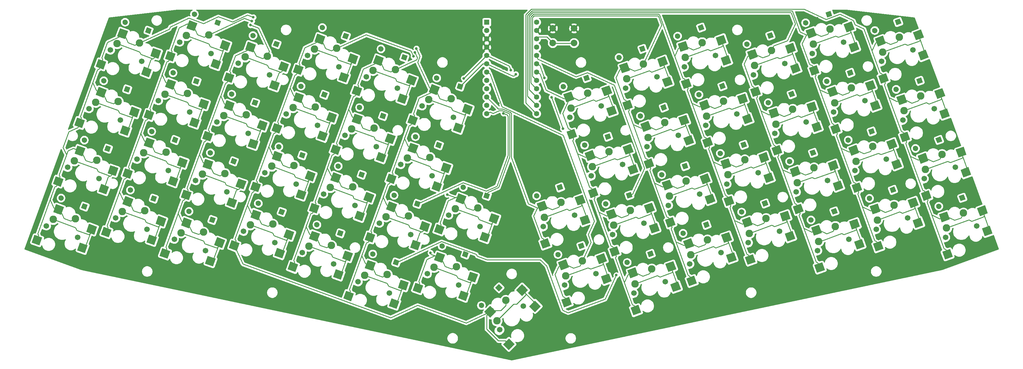
<source format=gbr>
G04 #@! TF.GenerationSoftware,KiCad,Pcbnew,(5.1.2)-1*
G04 #@! TF.CreationDate,2020-06-30T18:44:26+09:00*
G04 #@! TF.ProjectId,avion,6176696f-6e2e-46b6-9963-61645f706362,rev?*
G04 #@! TF.SameCoordinates,Original*
G04 #@! TF.FileFunction,Copper,L2,Bot*
G04 #@! TF.FilePolarity,Positive*
%FSLAX46Y46*%
G04 Gerber Fmt 4.6, Leading zero omitted, Abs format (unit mm)*
G04 Created by KiCad (PCBNEW (5.1.2)-1) date 2020-06-30 18:44:26*
%MOMM*%
%LPD*%
G04 APERTURE LIST*
%ADD10R,1.600000X1.600000*%
%ADD11C,1.600000*%
%ADD12C,2.500000*%
%ADD13C,0.100000*%
%ADD14C,2.286000*%
%ADD15C,1.701800*%
%ADD16C,2.600000*%
%ADD17C,1.600000*%
%ADD18C,2.000000*%
%ADD19C,0.800000*%
%ADD20C,0.254000*%
G04 APERTURE END LIST*
D10*
X144121774Y-56928520D03*
D11*
X144121774Y-59468520D03*
X144121774Y-62008520D03*
X144121774Y-64548520D03*
X144121774Y-67088520D03*
X144121774Y-69628520D03*
X144121774Y-72168520D03*
X144121774Y-74708520D03*
X144121774Y-77248520D03*
X144121774Y-79788520D03*
X144121774Y-82328520D03*
X144121774Y-84868520D03*
X159361774Y-84868520D03*
X159361774Y-82328520D03*
X159361774Y-79788520D03*
X159361774Y-77248520D03*
X159361774Y-74708520D03*
X159361774Y-72168520D03*
X159361774Y-69628520D03*
X159361774Y-67088520D03*
X159361774Y-64548520D03*
X159361774Y-62008520D03*
X159361774Y-59468520D03*
X159361774Y-56928520D03*
D12*
X26378576Y-69772686D03*
D13*
G36*
X24752943Y-70511226D02*
G01*
X25607993Y-68161995D01*
X28004209Y-69034146D01*
X27149159Y-71383377D01*
X24752943Y-70511226D01*
X24752943Y-70511226D01*
G37*
D14*
X38150987Y-63245447D03*
X31315207Y-63460438D03*
D15*
X38800344Y-68887816D03*
X29253066Y-65412892D03*
D12*
X40262050Y-72122846D03*
D13*
G36*
X38636417Y-72861386D02*
G01*
X39491467Y-70512155D01*
X41887683Y-71384306D01*
X41032633Y-73733537D01*
X38636417Y-72861386D01*
X38636417Y-72861386D01*
G37*
D16*
X43085237Y-66456723D03*
D13*
G36*
X44751464Y-65679749D02*
G01*
X43862211Y-68122950D01*
X41419010Y-67233697D01*
X42308263Y-64790496D01*
X44751464Y-65679749D01*
X44751464Y-65679749D01*
G37*
D16*
X32984232Y-60439067D03*
D13*
G36*
X34650459Y-59662093D02*
G01*
X33761206Y-62105294D01*
X31318005Y-61216041D01*
X32207258Y-58772840D01*
X34650459Y-59662093D01*
X34650459Y-59662093D01*
G37*
D16*
X167586722Y-131015059D03*
D13*
G36*
X168363696Y-129348832D02*
G01*
X169252949Y-131792033D01*
X166809748Y-132681286D01*
X165920495Y-130238085D01*
X168363696Y-129348832D01*
X168363696Y-129348832D01*
G37*
D16*
X179192616Y-129132050D03*
D13*
G36*
X179969590Y-127465823D02*
G01*
X180858843Y-129909024D01*
X178415642Y-130798277D01*
X177526389Y-128355076D01*
X179969590Y-127465823D01*
X179969590Y-127465823D01*
G37*
D12*
X180672042Y-135287261D03*
D13*
G36*
X179901459Y-136897952D02*
G01*
X179046409Y-134548721D01*
X181442625Y-133676570D01*
X182297675Y-136025801D01*
X179901459Y-136897952D01*
X179901459Y-136897952D01*
G37*
D15*
X167925596Y-137223576D03*
X177472874Y-133748652D03*
D14*
X168250275Y-134402391D03*
X173348592Y-129843744D03*
D12*
X168526031Y-142411059D03*
D13*
G36*
X167755448Y-144021750D02*
G01*
X166900398Y-141672519D01*
X169296614Y-140800368D01*
X170151664Y-143149599D01*
X167755448Y-144021750D01*
X167755448Y-144021750D01*
G37*
D11*
X33704217Y-56896692D03*
D17*
X33704217Y-56896692D02*
X33704217Y-56896692D01*
D11*
X40864675Y-59502885D03*
D13*
G36*
X41890045Y-59024747D02*
G01*
X41342813Y-60528255D01*
X39839305Y-59981023D01*
X40386537Y-58477515D01*
X41890045Y-59024747D01*
X41890045Y-59024747D01*
G37*
D11*
X62023560Y-57067794D03*
D13*
G36*
X63048930Y-56589656D02*
G01*
X62501698Y-58093164D01*
X60998190Y-57545932D01*
X61545422Y-56042424D01*
X63048930Y-56589656D01*
X63048930Y-56589656D01*
G37*
D11*
X54863102Y-54461601D03*
D17*
X54863102Y-54461601D02*
X54863102Y-54461601D01*
D11*
X72764249Y-60977087D03*
D17*
X72764249Y-60977087D02*
X72764249Y-60977087D01*
D11*
X79924707Y-63583280D03*
D13*
G36*
X80950077Y-63105142D02*
G01*
X80402845Y-64608650D01*
X78899337Y-64061418D01*
X79446569Y-62557910D01*
X80950077Y-63105142D01*
X80950077Y-63105142D01*
G37*
D11*
X101083593Y-61148190D03*
D13*
G36*
X102108963Y-60670052D02*
G01*
X101561731Y-62173560D01*
X100058223Y-61626328D01*
X100605455Y-60122820D01*
X102108963Y-60670052D01*
X102108963Y-60670052D01*
G37*
D11*
X93923135Y-58541997D03*
D17*
X93923135Y-58541997D02*
X93923135Y-58541997D01*
D11*
X111824281Y-65057480D03*
D17*
X111824281Y-65057480D02*
X111824281Y-65057480D01*
D11*
X118984739Y-67663673D03*
D13*
G36*
X120010109Y-67185535D02*
G01*
X119462877Y-68689043D01*
X117959369Y-68141811D01*
X118506601Y-66638303D01*
X120010109Y-67185535D01*
X120010109Y-67185535D01*
G37*
D11*
X128856691Y-73959787D03*
D17*
X128856691Y-73959787D02*
X128856691Y-73959787D01*
D11*
X136017149Y-76565980D03*
D13*
G36*
X137042519Y-76087842D02*
G01*
X136495287Y-77591350D01*
X134991779Y-77044118D01*
X135539011Y-75540610D01*
X137042519Y-76087842D01*
X137042519Y-76087842D01*
G37*
D11*
X174634159Y-73964103D03*
D13*
G36*
X175112297Y-72938733D02*
G01*
X175659529Y-74442241D01*
X174156021Y-74989473D01*
X173608789Y-73485965D01*
X175112297Y-72938733D01*
X175112297Y-72938733D01*
G37*
D11*
X167473701Y-76570296D03*
D17*
X167473701Y-76570296D02*
X167473701Y-76570296D01*
D11*
X184506114Y-67667994D03*
D17*
X184506114Y-67667994D02*
X184506114Y-67667994D01*
D11*
X191666572Y-65061801D03*
D13*
G36*
X192144710Y-64036431D02*
G01*
X192691942Y-65539939D01*
X191188434Y-66087171D01*
X190641202Y-64583663D01*
X192144710Y-64036431D01*
X192144710Y-64036431D01*
G37*
D11*
X202407253Y-61152507D03*
D17*
X202407253Y-61152507D02*
X202407253Y-61152507D01*
D11*
X209567711Y-58546314D03*
D13*
G36*
X210045849Y-57520944D02*
G01*
X210593081Y-59024452D01*
X209089573Y-59571684D01*
X208542341Y-58068176D01*
X210045849Y-57520944D01*
X210045849Y-57520944D01*
G37*
D11*
X223566136Y-63587596D03*
D17*
X223566136Y-63587596D02*
X223566136Y-63587596D01*
D11*
X230726594Y-60981403D03*
D13*
G36*
X231204732Y-59956033D02*
G01*
X231751964Y-61459541D01*
X230248456Y-62006773D01*
X229701224Y-60503265D01*
X231204732Y-59956033D01*
X231204732Y-59956033D01*
G37*
D11*
X241467289Y-57072105D03*
D17*
X241467289Y-57072105D02*
X241467289Y-57072105D01*
D11*
X248627747Y-54465912D03*
D13*
G36*
X249105885Y-53440542D02*
G01*
X249653117Y-54944050D01*
X248149609Y-55491282D01*
X247602377Y-53987774D01*
X249105885Y-53440542D01*
X249105885Y-53440542D01*
G37*
D11*
X269758777Y-56824465D03*
D13*
G36*
X270236915Y-55799095D02*
G01*
X270784147Y-57302603D01*
X269280639Y-57849835D01*
X268733407Y-56346327D01*
X270236915Y-55799095D01*
X270236915Y-55799095D01*
G37*
D11*
X262598319Y-59430658D03*
D17*
X262598319Y-59430658D02*
X262598319Y-59430658D01*
D11*
X34349192Y-77404023D03*
D13*
G36*
X35374562Y-76925885D02*
G01*
X34827330Y-78429393D01*
X33323822Y-77882161D01*
X33871054Y-76378653D01*
X35374562Y-76925885D01*
X35374562Y-76925885D01*
G37*
D11*
X27188734Y-74797830D03*
D17*
X27188734Y-74797830D02*
X27188734Y-74797830D01*
D11*
X48347618Y-72362749D03*
D17*
X48347618Y-72362749D02*
X48347618Y-72362749D01*
D11*
X55508076Y-74968942D03*
D13*
G36*
X56533446Y-74490804D02*
G01*
X55986214Y-75994312D01*
X54482706Y-75447080D01*
X55029938Y-73943572D01*
X56533446Y-74490804D01*
X56533446Y-74490804D01*
G37*
D11*
X66248762Y-78878228D03*
D17*
X66248762Y-78878228D02*
X66248762Y-78878228D01*
D11*
X73409220Y-81484421D03*
D13*
G36*
X74434590Y-81006283D02*
G01*
X73887358Y-82509791D01*
X72383850Y-81962559D01*
X72931082Y-80459051D01*
X74434590Y-81006283D01*
X74434590Y-81006283D01*
G37*
D11*
X94568105Y-79049335D03*
D13*
G36*
X95593475Y-78571197D02*
G01*
X95046243Y-80074705D01*
X93542735Y-79527473D01*
X94089967Y-78023965D01*
X95593475Y-78571197D01*
X95593475Y-78571197D01*
G37*
D11*
X87407647Y-76443142D03*
D17*
X87407647Y-76443142D02*
X87407647Y-76443142D01*
D11*
X105308795Y-82958625D03*
D17*
X105308795Y-82958625D02*
X105308795Y-82958625D01*
D11*
X112469253Y-85564818D03*
D13*
G36*
X113494623Y-85086680D02*
G01*
X112947391Y-86590188D01*
X111443883Y-86042956D01*
X111991115Y-84539448D01*
X113494623Y-85086680D01*
X113494623Y-85086680D01*
G37*
D11*
X129501661Y-94467116D03*
D13*
G36*
X130527031Y-93988978D02*
G01*
X129979799Y-95492486D01*
X128476291Y-94945254D01*
X129023523Y-93441746D01*
X130527031Y-93988978D01*
X130527031Y-93988978D01*
G37*
D11*
X122341203Y-91860923D03*
D17*
X122341203Y-91860923D02*
X122341203Y-91860923D01*
D11*
X181149641Y-91865244D03*
D13*
G36*
X181627779Y-90839874D02*
G01*
X182175011Y-92343382D01*
X180671503Y-92890614D01*
X180124271Y-91387106D01*
X181627779Y-90839874D01*
X181627779Y-90839874D01*
G37*
D11*
X173989183Y-94471437D03*
D17*
X173989183Y-94471437D02*
X173989183Y-94471437D01*
D11*
X198182057Y-82962940D03*
D13*
G36*
X198660195Y-81937570D02*
G01*
X199207427Y-83441078D01*
X197703919Y-83988310D01*
X197156687Y-82484802D01*
X198660195Y-81937570D01*
X198660195Y-81937570D01*
G37*
D11*
X191021599Y-85569133D03*
D17*
X191021599Y-85569133D02*
X191021599Y-85569133D01*
D11*
X216083197Y-76447458D03*
D13*
G36*
X216561335Y-75422088D02*
G01*
X217108567Y-76925596D01*
X215605059Y-77472828D01*
X215057827Y-75969320D01*
X216561335Y-75422088D01*
X216561335Y-75422088D01*
G37*
D11*
X208922739Y-79053651D03*
D17*
X208922739Y-79053651D02*
X208922739Y-79053651D01*
D11*
X237242083Y-78882547D03*
D13*
G36*
X237720221Y-77857177D02*
G01*
X238267453Y-79360685D01*
X236763945Y-79907917D01*
X236216713Y-78404409D01*
X237720221Y-77857177D01*
X237720221Y-77857177D01*
G37*
D11*
X230081625Y-81488740D03*
D17*
X230081625Y-81488740D02*
X230081625Y-81488740D01*
D11*
X247982771Y-74973257D03*
D17*
X247982771Y-74973257D02*
X247982771Y-74973257D01*
D11*
X255143229Y-72367064D03*
D13*
G36*
X255621367Y-71341694D02*
G01*
X256168599Y-72845202D01*
X254665091Y-73392434D01*
X254117859Y-71888926D01*
X255621367Y-71341694D01*
X255621367Y-71341694D01*
G37*
D11*
X269141659Y-77408351D03*
D17*
X269141659Y-77408351D02*
X269141659Y-77408351D01*
D11*
X276302117Y-74802158D03*
D13*
G36*
X276780255Y-73776788D02*
G01*
X277327487Y-75280296D01*
X275823979Y-75827528D01*
X275276747Y-74324020D01*
X276780255Y-73776788D01*
X276780255Y-73776788D01*
G37*
D11*
X21269949Y-92916159D03*
D17*
X21269949Y-92916159D02*
X21269949Y-92916159D01*
D11*
X28430407Y-95522352D03*
D13*
G36*
X29455777Y-95044214D02*
G01*
X28908545Y-96547722D01*
X27405037Y-96000490D01*
X27952269Y-94496982D01*
X29455777Y-95044214D01*
X29455777Y-95044214D01*
G37*
D11*
X41832139Y-90263889D03*
D17*
X41832139Y-90263889D02*
X41832139Y-90263889D01*
D11*
X48992597Y-92870082D03*
D13*
G36*
X50017967Y-92391944D02*
G01*
X49470735Y-93895452D01*
X47967227Y-93348220D01*
X48514459Y-91844712D01*
X50017967Y-92391944D01*
X50017967Y-92391944D01*
G37*
D11*
X66893743Y-99385562D03*
D13*
G36*
X67919113Y-98907424D02*
G01*
X67371881Y-100410932D01*
X65868373Y-99863700D01*
X66415605Y-98360192D01*
X67919113Y-98907424D01*
X67919113Y-98907424D01*
G37*
D11*
X59733285Y-96779369D03*
D17*
X59733285Y-96779369D02*
X59733285Y-96779369D01*
D11*
X80674980Y-94940991D03*
D17*
X80674980Y-94940991D02*
X80674980Y-94940991D01*
D11*
X87835438Y-97547184D03*
D13*
G36*
X88860808Y-97069046D02*
G01*
X88313576Y-98572554D01*
X86810068Y-98025322D01*
X87357300Y-96521814D01*
X88860808Y-97069046D01*
X88860808Y-97069046D01*
G37*
D11*
X98793317Y-100859770D03*
D17*
X98793317Y-100859770D02*
X98793317Y-100859770D01*
D11*
X105953775Y-103465963D03*
D13*
G36*
X106979145Y-102987825D02*
G01*
X106431913Y-104491333D01*
X104928405Y-103944101D01*
X105475637Y-102440593D01*
X106979145Y-102987825D01*
X106979145Y-102987825D01*
G37*
D11*
X122986182Y-112368261D03*
D13*
G36*
X124011552Y-111890123D02*
G01*
X123464320Y-113393631D01*
X121960812Y-112846399D01*
X122508044Y-111342891D01*
X124011552Y-111890123D01*
X124011552Y-111890123D01*
G37*
D11*
X115825724Y-109762068D03*
D17*
X115825724Y-109762068D02*
X115825724Y-109762068D01*
D11*
X180504664Y-112372582D03*
D17*
X180504664Y-112372582D02*
X180504664Y-112372582D01*
D11*
X187665122Y-109766389D03*
D13*
G36*
X188143260Y-108741019D02*
G01*
X188690492Y-110244527D01*
X187186984Y-110791759D01*
X186639752Y-109288251D01*
X188143260Y-108741019D01*
X188143260Y-108741019D01*
G37*
D11*
X197537080Y-103470275D03*
D17*
X197537080Y-103470275D02*
X197537080Y-103470275D01*
D11*
X204697538Y-100864082D03*
D13*
G36*
X205175676Y-99838712D02*
G01*
X205722908Y-101342220D01*
X204219400Y-101889452D01*
X203672168Y-100385944D01*
X205175676Y-99838712D01*
X205175676Y-99838712D01*
G37*
D11*
X222598688Y-94348608D03*
D13*
G36*
X223076826Y-93323238D02*
G01*
X223624058Y-94826746D01*
X222120550Y-95373978D01*
X221573318Y-93870470D01*
X223076826Y-93323238D01*
X223076826Y-93323238D01*
G37*
D11*
X215438230Y-96954801D03*
D17*
X215438230Y-96954801D02*
X215438230Y-96954801D01*
D11*
X243757562Y-96783693D03*
D13*
G36*
X244235700Y-95758323D02*
G01*
X244782932Y-97261831D01*
X243279424Y-97809063D01*
X242732192Y-96305555D01*
X244235700Y-95758323D01*
X244235700Y-95758323D01*
G37*
D11*
X236597104Y-99389886D03*
D17*
X236597104Y-99389886D02*
X236597104Y-99389886D01*
D11*
X261658713Y-90268212D03*
D13*
G36*
X262136851Y-89242842D02*
G01*
X262684083Y-90746350D01*
X261180575Y-91293582D01*
X260633343Y-89790074D01*
X262136851Y-89242842D01*
X262136851Y-89242842D01*
G37*
D11*
X254498255Y-92874405D03*
D17*
X254498255Y-92874405D02*
X254498255Y-92874405D01*
D11*
X282193039Y-92843943D03*
D13*
G36*
X282671177Y-91818573D02*
G01*
X283218409Y-93322081D01*
X281714901Y-93869313D01*
X281167669Y-92365805D01*
X282671177Y-91818573D01*
X282671177Y-91818573D01*
G37*
D11*
X275032581Y-95450136D03*
D17*
X275032581Y-95450136D02*
X275032581Y-95450136D01*
D11*
X14157763Y-110600131D03*
D17*
X14157763Y-110600131D02*
X14157763Y-110600131D01*
D11*
X21318221Y-113206324D03*
D13*
G36*
X22343591Y-112728186D02*
G01*
X21796359Y-114231694D01*
X20292851Y-113684462D01*
X20840083Y-112180954D01*
X22343591Y-112728186D01*
X22343591Y-112728186D01*
G37*
D11*
X35316652Y-108165035D03*
D17*
X35316652Y-108165035D02*
X35316652Y-108165035D01*
D11*
X42477110Y-110771228D03*
D13*
G36*
X43502480Y-110293090D02*
G01*
X42955248Y-111796598D01*
X41451740Y-111249366D01*
X41998972Y-109745858D01*
X43502480Y-110293090D01*
X43502480Y-110293090D01*
G37*
D11*
X60378254Y-117286709D03*
D13*
G36*
X61403624Y-116808571D02*
G01*
X60856392Y-118312079D01*
X59352884Y-117764847D01*
X59900116Y-116261339D01*
X61403624Y-116808571D01*
X61403624Y-116808571D01*
G37*
D11*
X53217796Y-114680516D03*
D17*
X53217796Y-114680516D02*
X53217796Y-114680516D01*
D11*
X81537143Y-114851620D03*
D13*
G36*
X82562513Y-114373482D02*
G01*
X82015281Y-115876990D01*
X80511773Y-115329758D01*
X81059005Y-113826250D01*
X82562513Y-114373482D01*
X82562513Y-114373482D01*
G37*
D11*
X74376685Y-112245427D03*
D17*
X74376685Y-112245427D02*
X74376685Y-112245427D01*
D11*
X99438287Y-121367106D03*
D13*
G36*
X100463657Y-120888968D02*
G01*
X99916425Y-122392476D01*
X98412917Y-121845244D01*
X98960149Y-120341736D01*
X100463657Y-120888968D01*
X100463657Y-120888968D01*
G37*
D11*
X92277829Y-118760913D03*
D17*
X92277829Y-118760913D02*
X92277829Y-118760913D01*
D11*
X116470697Y-130269409D03*
D13*
G36*
X117496067Y-129791271D02*
G01*
X116948835Y-131294779D01*
X115445327Y-130747547D01*
X115992559Y-129244039D01*
X117496067Y-129791271D01*
X117496067Y-129791271D01*
G37*
D11*
X109310239Y-127663216D03*
D17*
X109310239Y-127663216D02*
X109310239Y-127663216D01*
D11*
X194180606Y-127667532D03*
D13*
G36*
X194658744Y-126642162D02*
G01*
X195205976Y-128145670D01*
X193702468Y-128692902D01*
X193155236Y-127189394D01*
X194658744Y-126642162D01*
X194658744Y-126642162D01*
G37*
D11*
X187020148Y-130273725D03*
D17*
X187020148Y-130273725D02*
X187020148Y-130273725D01*
D11*
X211213023Y-118765225D03*
D13*
G36*
X211691161Y-117739855D02*
G01*
X212238393Y-119243363D01*
X210734885Y-119790595D01*
X210187653Y-118287087D01*
X211691161Y-117739855D01*
X211691161Y-117739855D01*
G37*
D11*
X204052565Y-121371418D03*
D17*
X204052565Y-121371418D02*
X204052565Y-121371418D01*
D11*
X229114166Y-112249749D03*
D13*
G36*
X229592304Y-111224379D02*
G01*
X230139536Y-112727887D01*
X228636028Y-113275119D01*
X228088796Y-111771611D01*
X229592304Y-111224379D01*
X229592304Y-111224379D01*
G37*
D11*
X221953708Y-114855942D03*
D17*
X221953708Y-114855942D02*
X221953708Y-114855942D01*
D11*
X243112593Y-117291025D03*
D17*
X243112593Y-117291025D02*
X243112593Y-117291025D01*
D11*
X250273051Y-114684832D03*
D13*
G36*
X250751189Y-113659462D02*
G01*
X251298421Y-115162970D01*
X249794913Y-115710202D01*
X249247681Y-114206694D01*
X250751189Y-113659462D01*
X250751189Y-113659462D01*
G37*
D11*
X268146337Y-108092816D03*
D13*
G36*
X268624475Y-107067446D02*
G01*
X269171707Y-108570954D01*
X267668199Y-109118186D01*
X267120967Y-107614678D01*
X268624475Y-107067446D01*
X268624475Y-107067446D01*
G37*
D11*
X260985879Y-110699009D03*
D17*
X260985879Y-110699009D02*
X260985879Y-110699009D01*
D11*
X282144771Y-113134092D03*
D17*
X282144771Y-113134092D02*
X282144771Y-113134092D01*
D11*
X289305229Y-110527899D03*
D13*
G36*
X289783367Y-109502529D02*
G01*
X290330599Y-111006037D01*
X288827091Y-111553269D01*
X288279859Y-110049761D01*
X289783367Y-109502529D01*
X289783367Y-109502529D01*
G37*
D11*
X144145067Y-109933173D03*
D13*
G36*
X145170437Y-109455035D02*
G01*
X144623205Y-110958543D01*
X143119697Y-110411311D01*
X143666929Y-108907803D01*
X145170437Y-109455035D01*
X145170437Y-109455035D01*
G37*
D11*
X136984609Y-107326980D03*
D17*
X136984609Y-107326980D02*
X136984609Y-107326980D01*
D11*
X159345776Y-109937491D03*
D17*
X159345776Y-109937491D02*
X159345776Y-109937491D01*
D11*
X166506234Y-107331298D03*
D13*
G36*
X166984372Y-106305928D02*
G01*
X167531604Y-107809436D01*
X166028096Y-108356668D01*
X165480864Y-106853160D01*
X166984372Y-106305928D01*
X166984372Y-106305928D01*
G37*
D11*
X137629586Y-127834321D03*
D13*
G36*
X138654956Y-127356183D02*
G01*
X138107724Y-128859691D01*
X136604216Y-128312459D01*
X137151448Y-126808951D01*
X138654956Y-127356183D01*
X138654956Y-127356183D01*
G37*
D11*
X130469128Y-125228128D03*
D17*
X130469128Y-125228128D02*
X130469128Y-125228128D01*
D11*
X147880665Y-138014635D03*
D13*
G36*
X147880665Y-136883264D02*
G01*
X149012036Y-138014635D01*
X147880665Y-139146006D01*
X146749294Y-138014635D01*
X147880665Y-136883264D01*
X147880665Y-136883264D01*
G37*
D11*
X142492511Y-143402789D03*
D17*
X142492511Y-143402789D02*
X142492511Y-143402789D01*
D11*
X173021720Y-125232448D03*
D13*
G36*
X173499858Y-124207078D02*
G01*
X174047090Y-125710586D01*
X172543582Y-126257818D01*
X171996350Y-124754310D01*
X173499858Y-124207078D01*
X173499858Y-124207078D01*
G37*
D11*
X165861262Y-127838641D03*
D17*
X165861262Y-127838641D02*
X165861262Y-127838641D01*
D16*
X54143112Y-58003990D03*
D13*
G36*
X55809339Y-57227016D02*
G01*
X54920086Y-59670217D01*
X52476885Y-58780964D01*
X53366138Y-56337763D01*
X55809339Y-57227016D01*
X55809339Y-57227016D01*
G37*
D16*
X64244117Y-64021646D03*
D13*
G36*
X65910344Y-63244672D02*
G01*
X65021091Y-65687873D01*
X62577890Y-64798620D01*
X63467143Y-62355419D01*
X65910344Y-63244672D01*
X65910344Y-63244672D01*
G37*
D12*
X61420930Y-69687769D03*
D13*
G36*
X59795297Y-70426309D02*
G01*
X60650347Y-68077078D01*
X63046563Y-68949229D01*
X62191513Y-71298460D01*
X59795297Y-70426309D01*
X59795297Y-70426309D01*
G37*
D15*
X50411946Y-62977815D03*
X59959224Y-66452739D03*
D14*
X52474087Y-61025361D03*
X59309867Y-60810370D03*
D12*
X47537456Y-67337609D03*
D13*
G36*
X45911823Y-68076149D02*
G01*
X46766873Y-65726918D01*
X49163089Y-66599069D01*
X48308039Y-68948300D01*
X45911823Y-68076149D01*
X45911823Y-68076149D01*
G37*
D12*
X65438605Y-73853082D03*
D13*
G36*
X63812972Y-74591622D02*
G01*
X64668022Y-72242391D01*
X67064238Y-73114542D01*
X66209188Y-75463773D01*
X63812972Y-74591622D01*
X63812972Y-74591622D01*
G37*
D14*
X77211016Y-67325843D03*
X70375236Y-67540834D03*
D15*
X77860373Y-72968212D03*
X68313095Y-69493288D03*
D12*
X79322079Y-76203242D03*
D13*
G36*
X77696446Y-76941782D02*
G01*
X78551496Y-74592551D01*
X80947712Y-75464702D01*
X80092662Y-77813933D01*
X77696446Y-76941782D01*
X77696446Y-76941782D01*
G37*
D16*
X82145266Y-70537119D03*
D13*
G36*
X83811493Y-69760145D02*
G01*
X82922240Y-72203346D01*
X80479039Y-71314093D01*
X81368292Y-68870892D01*
X83811493Y-69760145D01*
X83811493Y-69760145D01*
G37*
D16*
X72044261Y-64519463D03*
D13*
G36*
X73710488Y-63742489D02*
G01*
X72821235Y-66185690D01*
X70378034Y-65296437D01*
X71267287Y-62853236D01*
X73710488Y-63742489D01*
X73710488Y-63742489D01*
G37*
D16*
X93203151Y-62084374D03*
D13*
G36*
X94869378Y-61307400D02*
G01*
X93980125Y-63750601D01*
X91536924Y-62861348D01*
X92426177Y-60418147D01*
X94869378Y-61307400D01*
X94869378Y-61307400D01*
G37*
D16*
X103304156Y-68102030D03*
D13*
G36*
X104970383Y-67325056D02*
G01*
X104081130Y-69768257D01*
X101637929Y-68879004D01*
X102527182Y-66435803D01*
X104970383Y-67325056D01*
X104970383Y-67325056D01*
G37*
D12*
X100480969Y-73768153D03*
D13*
G36*
X98855336Y-74506693D02*
G01*
X99710386Y-72157462D01*
X102106602Y-73029613D01*
X101251552Y-75378844D01*
X98855336Y-74506693D01*
X98855336Y-74506693D01*
G37*
D15*
X89471985Y-67058199D03*
X99019263Y-70533123D03*
D14*
X91534126Y-65105745D03*
X98369906Y-64890754D03*
D12*
X86597495Y-71417993D03*
D13*
G36*
X84971862Y-72156533D02*
G01*
X85826912Y-69807302D01*
X88223128Y-70679453D01*
X87368078Y-73028684D01*
X84971862Y-72156533D01*
X84971862Y-72156533D01*
G37*
D12*
X104498637Y-77933476D03*
D13*
G36*
X102873004Y-78672016D02*
G01*
X103728054Y-76322785D01*
X106124270Y-77194936D01*
X105269220Y-79544167D01*
X102873004Y-78672016D01*
X102873004Y-78672016D01*
G37*
D14*
X116271048Y-71406237D03*
X109435268Y-71621228D03*
D15*
X116920405Y-77048606D03*
X107373127Y-73573682D03*
D12*
X118382111Y-80283636D03*
D13*
G36*
X116756478Y-81022176D02*
G01*
X117611528Y-78672945D01*
X120007744Y-79545096D01*
X119152694Y-81894327D01*
X116756478Y-81022176D01*
X116756478Y-81022176D01*
G37*
D16*
X121205298Y-74617513D03*
D13*
G36*
X122871525Y-73840539D02*
G01*
X121982272Y-76283740D01*
X119539071Y-75394487D01*
X120428324Y-72951286D01*
X122871525Y-73840539D01*
X122871525Y-73840539D01*
G37*
D16*
X111104293Y-68599857D03*
D13*
G36*
X112770520Y-67822883D02*
G01*
X111881267Y-70266084D01*
X109438066Y-69376831D01*
X110327319Y-66933630D01*
X112770520Y-67822883D01*
X112770520Y-67822883D01*
G37*
D16*
X128136705Y-77502167D03*
D13*
G36*
X129802932Y-76725193D02*
G01*
X128913679Y-79168394D01*
X126470478Y-78279141D01*
X127359731Y-75835940D01*
X129802932Y-76725193D01*
X129802932Y-76725193D01*
G37*
D16*
X138237710Y-83519823D03*
D13*
G36*
X139903937Y-82742849D02*
G01*
X139014684Y-85186050D01*
X136571483Y-84296797D01*
X137460736Y-81853596D01*
X139903937Y-82742849D01*
X139903937Y-82742849D01*
G37*
D12*
X135414523Y-89185946D03*
D13*
G36*
X133788890Y-89924486D02*
G01*
X134643940Y-87575255D01*
X137040156Y-88447406D01*
X136185106Y-90796637D01*
X133788890Y-89924486D01*
X133788890Y-89924486D01*
G37*
D15*
X124405539Y-82475992D03*
X133952817Y-85950916D03*
D14*
X126467680Y-80523538D03*
X133303460Y-80308547D03*
D12*
X121531049Y-86835786D03*
D13*
G36*
X119905416Y-87574326D02*
G01*
X120760466Y-85225095D01*
X123156682Y-86097246D01*
X122301632Y-88446477D01*
X119905416Y-87574326D01*
X119905416Y-87574326D01*
G37*
D16*
X169199154Y-79746717D03*
D13*
G36*
X169976128Y-78080490D02*
G01*
X170865381Y-80523691D01*
X168422180Y-81412944D01*
X167532927Y-78969743D01*
X169976128Y-78080490D01*
X169976128Y-78080490D01*
G37*
D16*
X180805048Y-77863708D03*
D13*
G36*
X181582022Y-76197481D02*
G01*
X182471275Y-78640682D01*
X180028074Y-79529935D01*
X179138821Y-77086734D01*
X181582022Y-76197481D01*
X181582022Y-76197481D01*
G37*
D12*
X182284474Y-84018919D03*
D13*
G36*
X181513891Y-85629610D02*
G01*
X180658841Y-83280379D01*
X183055057Y-82408228D01*
X183910107Y-84757459D01*
X181513891Y-85629610D01*
X181513891Y-85629610D01*
G37*
D15*
X169538028Y-85955234D03*
X179085306Y-82480310D03*
D14*
X169862707Y-83134049D03*
X174961024Y-78575402D03*
D12*
X170138463Y-91142717D03*
D13*
G36*
X169367880Y-92753408D02*
G01*
X168512830Y-90404177D01*
X170909046Y-89532026D01*
X171764096Y-91881257D01*
X169367880Y-92753408D01*
X169367880Y-92753408D01*
G37*
D16*
X186231570Y-70844409D03*
D13*
G36*
X187008544Y-69178182D02*
G01*
X187897797Y-71621383D01*
X185454596Y-72510636D01*
X184565343Y-70067435D01*
X187008544Y-69178182D01*
X187008544Y-69178182D01*
G37*
D16*
X197837464Y-68961400D03*
D13*
G36*
X198614438Y-67295173D02*
G01*
X199503691Y-69738374D01*
X197060490Y-70627627D01*
X196171237Y-68184426D01*
X198614438Y-67295173D01*
X198614438Y-67295173D01*
G37*
D12*
X199316890Y-75116611D03*
D13*
G36*
X198546307Y-76727302D02*
G01*
X197691257Y-74378071D01*
X200087473Y-73505920D01*
X200942523Y-75855151D01*
X198546307Y-76727302D01*
X198546307Y-76727302D01*
G37*
D15*
X186570444Y-77052926D03*
X196117722Y-73578002D03*
D14*
X186895123Y-74231741D03*
X191993440Y-69673094D03*
D12*
X187170879Y-82240409D03*
D13*
G36*
X186400296Y-83851100D02*
G01*
X185545246Y-81501869D01*
X187941462Y-80629718D01*
X188796512Y-82978949D01*
X186400296Y-83851100D01*
X186400296Y-83851100D01*
G37*
D12*
X205072023Y-75724931D03*
D13*
G36*
X204301440Y-77335622D02*
G01*
X203446390Y-74986391D01*
X205842606Y-74114240D01*
X206697656Y-76463471D01*
X204301440Y-77335622D01*
X204301440Y-77335622D01*
G37*
D14*
X209894584Y-63157616D03*
X204796267Y-67716263D03*
D15*
X214018866Y-67062524D03*
X204471588Y-70537448D03*
D12*
X217218034Y-68601133D03*
D13*
G36*
X216447451Y-70211824D02*
G01*
X215592401Y-67862593D01*
X217988617Y-66990442D01*
X218843667Y-69339673D01*
X216447451Y-70211824D01*
X216447451Y-70211824D01*
G37*
D16*
X215738608Y-62445922D03*
D13*
G36*
X216515582Y-60779695D02*
G01*
X217404835Y-63222896D01*
X214961634Y-64112149D01*
X214072381Y-61668948D01*
X216515582Y-60779695D01*
X216515582Y-60779695D01*
G37*
D16*
X204132714Y-64328931D03*
D13*
G36*
X204909688Y-62662704D02*
G01*
X205798941Y-65105905D01*
X203355740Y-65995158D01*
X202466487Y-63551957D01*
X204909688Y-62662704D01*
X204909688Y-62662704D01*
G37*
D12*
X226230904Y-78160020D03*
D13*
G36*
X225460321Y-79770711D02*
G01*
X224605271Y-77421480D01*
X227001487Y-76549329D01*
X227856537Y-78898560D01*
X225460321Y-79770711D01*
X225460321Y-79770711D01*
G37*
D14*
X231053465Y-65592705D03*
X225955148Y-70151352D03*
D15*
X235177747Y-69497613D03*
X225630469Y-72972537D03*
D12*
X238376915Y-71036222D03*
D13*
G36*
X237606332Y-72646913D02*
G01*
X236751282Y-70297682D01*
X239147498Y-69425531D01*
X240002548Y-71774762D01*
X237606332Y-72646913D01*
X237606332Y-72646913D01*
G37*
D16*
X236897489Y-64881011D03*
D13*
G36*
X237674463Y-63214784D02*
G01*
X238563716Y-65657985D01*
X236120515Y-66547238D01*
X235231262Y-64104037D01*
X237674463Y-63214784D01*
X237674463Y-63214784D01*
G37*
D16*
X225291595Y-66764020D03*
D13*
G36*
X226068569Y-65097793D02*
G01*
X226957822Y-67540994D01*
X224514621Y-68430247D01*
X223625368Y-65987046D01*
X226068569Y-65097793D01*
X226068569Y-65097793D01*
G37*
D16*
X243192745Y-60248536D03*
D13*
G36*
X243969719Y-58582309D02*
G01*
X244858972Y-61025510D01*
X242415771Y-61914763D01*
X241526518Y-59471562D01*
X243969719Y-58582309D01*
X243969719Y-58582309D01*
G37*
D16*
X254798639Y-58365527D03*
D13*
G36*
X255575613Y-56699300D02*
G01*
X256464866Y-59142501D01*
X254021665Y-60031754D01*
X253132412Y-57588553D01*
X255575613Y-56699300D01*
X255575613Y-56699300D01*
G37*
D12*
X256278065Y-64520738D03*
D13*
G36*
X255507482Y-66131429D02*
G01*
X254652432Y-63782198D01*
X257048648Y-62910047D01*
X257903698Y-65259278D01*
X255507482Y-66131429D01*
X255507482Y-66131429D01*
G37*
D15*
X243531619Y-66457053D03*
X253078897Y-62982129D03*
D14*
X243856298Y-63635868D03*
X248954615Y-59077221D03*
D12*
X244132054Y-71644536D03*
D13*
G36*
X243361471Y-73255227D02*
G01*
X242506421Y-70905996D01*
X244902637Y-70033845D01*
X245757687Y-72383076D01*
X243361471Y-73255227D01*
X243361471Y-73255227D01*
G37*
D16*
X264351630Y-62683620D03*
D13*
G36*
X265128604Y-61017393D02*
G01*
X266017857Y-63460594D01*
X263574656Y-64349847D01*
X262685403Y-61906646D01*
X265128604Y-61017393D01*
X265128604Y-61017393D01*
G37*
D16*
X275957524Y-60800611D03*
D13*
G36*
X276734498Y-59134384D02*
G01*
X277623751Y-61577585D01*
X275180550Y-62466838D01*
X274291297Y-60023637D01*
X276734498Y-59134384D01*
X276734498Y-59134384D01*
G37*
D12*
X277436950Y-66955822D03*
D13*
G36*
X276666367Y-68566513D02*
G01*
X275811317Y-66217282D01*
X278207533Y-65345131D01*
X279062583Y-67694362D01*
X276666367Y-68566513D01*
X276666367Y-68566513D01*
G37*
D15*
X264690504Y-68892137D03*
X274237782Y-65417213D03*
D14*
X265015183Y-66070952D03*
X270113500Y-61512305D03*
D12*
X265290939Y-74079620D03*
D13*
G36*
X264520356Y-75690311D02*
G01*
X263665306Y-73341080D01*
X266061522Y-72468929D01*
X266916572Y-74818160D01*
X264520356Y-75690311D01*
X264520356Y-75690311D01*
G37*
D12*
X19863097Y-87673839D03*
D13*
G36*
X18237464Y-88412379D02*
G01*
X19092514Y-86063148D01*
X21488730Y-86935299D01*
X20633680Y-89284530D01*
X18237464Y-88412379D01*
X18237464Y-88412379D01*
G37*
D14*
X31635508Y-81146600D03*
X24799728Y-81361591D03*
D15*
X32284865Y-86788969D03*
X22737587Y-83314045D03*
D12*
X33746571Y-90023999D03*
D13*
G36*
X32120938Y-90762539D02*
G01*
X32975988Y-88413308D01*
X35372204Y-89285459D01*
X34517154Y-91634690D01*
X32120938Y-90762539D01*
X32120938Y-90762539D01*
G37*
D16*
X36569758Y-84357876D03*
D13*
G36*
X38235985Y-83580902D02*
G01*
X37346732Y-86024103D01*
X34903531Y-85134850D01*
X35792784Y-82691649D01*
X38235985Y-83580902D01*
X38235985Y-83580902D01*
G37*
D16*
X26468753Y-78340220D03*
D13*
G36*
X28134980Y-77563246D02*
G01*
X27245727Y-80006447D01*
X24802526Y-79117194D01*
X25691779Y-76673993D01*
X28134980Y-77563246D01*
X28134980Y-77563246D01*
G37*
D16*
X47627633Y-75905132D03*
D13*
G36*
X49293860Y-75128158D02*
G01*
X48404607Y-77571359D01*
X45961406Y-76682106D01*
X46850659Y-74238905D01*
X49293860Y-75128158D01*
X49293860Y-75128158D01*
G37*
D16*
X57728638Y-81922788D03*
D13*
G36*
X59394865Y-81145814D02*
G01*
X58505612Y-83589015D01*
X56062411Y-82699762D01*
X56951664Y-80256561D01*
X59394865Y-81145814D01*
X59394865Y-81145814D01*
G37*
D12*
X54905451Y-87588911D03*
D13*
G36*
X53279818Y-88327451D02*
G01*
X54134868Y-85978220D01*
X56531084Y-86850371D01*
X55676034Y-89199602D01*
X53279818Y-88327451D01*
X53279818Y-88327451D01*
G37*
D15*
X43896467Y-80878957D03*
X53443745Y-84353881D03*
D14*
X45958608Y-78926503D03*
X52794388Y-78711512D03*
D12*
X41021977Y-85238751D03*
D13*
G36*
X39396344Y-85977291D02*
G01*
X40251394Y-83628060D01*
X42647610Y-84500211D01*
X41792560Y-86849442D01*
X39396344Y-85977291D01*
X39396344Y-85977291D01*
G37*
D12*
X58923122Y-91754227D03*
D13*
G36*
X57297489Y-92492767D02*
G01*
X58152539Y-90143536D01*
X60548755Y-91015687D01*
X59693705Y-93364918D01*
X57297489Y-92492767D01*
X57297489Y-92492767D01*
G37*
D14*
X70695533Y-85226988D03*
X63859753Y-85441979D03*
D15*
X71344890Y-90869357D03*
X61797612Y-87394433D03*
D12*
X72806596Y-94104387D03*
D13*
G36*
X71180963Y-94842927D02*
G01*
X72036013Y-92493696D01*
X74432229Y-93365847D01*
X73577179Y-95715078D01*
X71180963Y-94842927D01*
X71180963Y-94842927D01*
G37*
D16*
X75629783Y-88438264D03*
D13*
G36*
X77296010Y-87661290D02*
G01*
X76406757Y-90104491D01*
X73963556Y-89215238D01*
X74852809Y-86772037D01*
X77296010Y-87661290D01*
X77296010Y-87661290D01*
G37*
D16*
X65528778Y-82420608D03*
D13*
G36*
X67195005Y-81643634D02*
G01*
X66305752Y-84086835D01*
X63862551Y-83197582D01*
X64751804Y-80754381D01*
X67195005Y-81643634D01*
X67195005Y-81643634D01*
G37*
D16*
X86687665Y-79985523D03*
D13*
G36*
X88353892Y-79208549D02*
G01*
X87464639Y-81651750D01*
X85021438Y-80762497D01*
X85910691Y-78319296D01*
X88353892Y-79208549D01*
X88353892Y-79208549D01*
G37*
D16*
X96788670Y-86003179D03*
D13*
G36*
X98454897Y-85226205D02*
G01*
X97565644Y-87669406D01*
X95122443Y-86780153D01*
X96011696Y-84336952D01*
X98454897Y-85226205D01*
X98454897Y-85226205D01*
G37*
D12*
X93965483Y-91669302D03*
D13*
G36*
X92339850Y-92407842D02*
G01*
X93194900Y-90058611D01*
X95591116Y-90930762D01*
X94736066Y-93279993D01*
X92339850Y-92407842D01*
X92339850Y-92407842D01*
G37*
D15*
X82956499Y-84959348D03*
X92503777Y-88434272D03*
D14*
X85018640Y-83006894D03*
X91854420Y-82791903D03*
D12*
X80082009Y-89319142D03*
D13*
G36*
X78456376Y-90057682D02*
G01*
X79311426Y-87708451D01*
X81707642Y-88580602D01*
X80852592Y-90929833D01*
X78456376Y-90057682D01*
X78456376Y-90057682D01*
G37*
D16*
X104588813Y-86501007D03*
D13*
G36*
X106255040Y-85724033D02*
G01*
X105365787Y-88167234D01*
X102922586Y-87277981D01*
X103811839Y-84834780D01*
X106255040Y-85724033D01*
X106255040Y-85724033D01*
G37*
D16*
X114689818Y-92518663D03*
D13*
G36*
X116356045Y-91741689D02*
G01*
X115466792Y-94184890D01*
X113023591Y-93295637D01*
X113912844Y-90852436D01*
X116356045Y-91741689D01*
X116356045Y-91741689D01*
G37*
D12*
X111866631Y-98184786D03*
D13*
G36*
X110240998Y-98923326D02*
G01*
X111096048Y-96574095D01*
X113492264Y-97446246D01*
X112637214Y-99795477D01*
X110240998Y-98923326D01*
X110240998Y-98923326D01*
G37*
D15*
X100857647Y-91474832D03*
X110404925Y-94949756D03*
D14*
X102919788Y-89522378D03*
X109755568Y-89307387D03*
D12*
X97983157Y-95834626D03*
D13*
G36*
X96357524Y-96573166D02*
G01*
X97212574Y-94223935D01*
X99608790Y-95096086D01*
X98753740Y-97445317D01*
X96357524Y-96573166D01*
X96357524Y-96573166D01*
G37*
D12*
X115015569Y-104736930D03*
D13*
G36*
X113389936Y-105475470D02*
G01*
X114244986Y-103126239D01*
X116641202Y-103998390D01*
X115786152Y-106347621D01*
X113389936Y-105475470D01*
X113389936Y-105475470D01*
G37*
D14*
X126787980Y-98209691D03*
X119952200Y-98424682D03*
D15*
X127437337Y-103852060D03*
X117890059Y-100377136D03*
D12*
X128899043Y-107087090D03*
D13*
G36*
X127273410Y-107825630D02*
G01*
X128128460Y-105476399D01*
X130524676Y-106348550D01*
X129669626Y-108697781D01*
X127273410Y-107825630D01*
X127273410Y-107825630D01*
G37*
D16*
X131722230Y-101420967D03*
D13*
G36*
X133388457Y-100643993D02*
G01*
X132499204Y-103087194D01*
X130056003Y-102197941D01*
X130945256Y-99754740D01*
X133388457Y-100643993D01*
X133388457Y-100643993D01*
G37*
D16*
X121621225Y-95403311D03*
D13*
G36*
X123287452Y-94626337D02*
G01*
X122398199Y-97069538D01*
X119954998Y-96180285D01*
X120844251Y-93737084D01*
X123287452Y-94626337D01*
X123287452Y-94626337D01*
G37*
D12*
X176653947Y-109043857D03*
D13*
G36*
X175883364Y-110654548D02*
G01*
X175028314Y-108305317D01*
X177424530Y-107433166D01*
X178279580Y-109782397D01*
X175883364Y-110654548D01*
X175883364Y-110654548D01*
G37*
D14*
X181476508Y-96476542D03*
X176378191Y-101035189D03*
D15*
X185600790Y-100381450D03*
X176053512Y-103856374D03*
D12*
X188799958Y-101920059D03*
D13*
G36*
X188029375Y-103530750D02*
G01*
X187174325Y-101181519D01*
X189570541Y-100309368D01*
X190425591Y-102658599D01*
X188029375Y-103530750D01*
X188029375Y-103530750D01*
G37*
D16*
X187320532Y-95764848D03*
D13*
G36*
X188097506Y-94098621D02*
G01*
X188986759Y-96541822D01*
X186543558Y-97431075D01*
X185654305Y-94987874D01*
X188097506Y-94098621D01*
X188097506Y-94098621D01*
G37*
D16*
X175714638Y-97647857D03*
D13*
G36*
X176491612Y-95981630D02*
G01*
X177380865Y-98424831D01*
X174937664Y-99314084D01*
X174048411Y-96870883D01*
X176491612Y-95981630D01*
X176491612Y-95981630D01*
G37*
D16*
X192747054Y-88745555D03*
D13*
G36*
X193524028Y-87079328D02*
G01*
X194413281Y-89522529D01*
X191970080Y-90411782D01*
X191080827Y-87968581D01*
X193524028Y-87079328D01*
X193524028Y-87079328D01*
G37*
D16*
X204352948Y-86862546D03*
D13*
G36*
X205129922Y-85196319D02*
G01*
X206019175Y-87639520D01*
X203575974Y-88528773D01*
X202686721Y-86085572D01*
X205129922Y-85196319D01*
X205129922Y-85196319D01*
G37*
D12*
X205832374Y-93017757D03*
D13*
G36*
X205061791Y-94628448D02*
G01*
X204206741Y-92279217D01*
X206602957Y-91407066D01*
X207458007Y-93756297D01*
X205061791Y-94628448D01*
X205061791Y-94628448D01*
G37*
D15*
X193085928Y-94954072D03*
X202633206Y-91479148D03*
D14*
X193410607Y-92132887D03*
X198508924Y-87574240D03*
D12*
X193686363Y-100141555D03*
D13*
G36*
X192915780Y-101752246D02*
G01*
X192060730Y-99403015D01*
X194456946Y-98530864D01*
X195311996Y-100880095D01*
X192915780Y-101752246D01*
X192915780Y-101752246D01*
G37*
D12*
X211587509Y-93626075D03*
D13*
G36*
X210816926Y-95236766D02*
G01*
X209961876Y-92887535D01*
X212358092Y-92015384D01*
X213213142Y-94364615D01*
X210816926Y-95236766D01*
X210816926Y-95236766D01*
G37*
D14*
X216410070Y-81058760D03*
X211311753Y-85617407D03*
D15*
X220534352Y-84963668D03*
X210987074Y-88438592D03*
D12*
X223733520Y-86502277D03*
D13*
G36*
X222962937Y-88112968D02*
G01*
X222107887Y-85763737D01*
X224504103Y-84891586D01*
X225359153Y-87240817D01*
X222962937Y-88112968D01*
X222962937Y-88112968D01*
G37*
D16*
X222254094Y-80347066D03*
D13*
G36*
X223031068Y-78680839D02*
G01*
X223920321Y-81124040D01*
X221477120Y-82013293D01*
X220587867Y-79570092D01*
X223031068Y-78680839D01*
X223031068Y-78680839D01*
G37*
D16*
X210648200Y-82230075D03*
D13*
G36*
X211425174Y-80563848D02*
G01*
X212314427Y-83007049D01*
X209871226Y-83896302D01*
X208981973Y-81453101D01*
X211425174Y-80563848D01*
X211425174Y-80563848D01*
G37*
D12*
X232746388Y-96061161D03*
D13*
G36*
X231975805Y-97671852D02*
G01*
X231120755Y-95322621D01*
X233516971Y-94450470D01*
X234372021Y-96799701D01*
X231975805Y-97671852D01*
X231975805Y-97671852D01*
G37*
D14*
X237568949Y-83493846D03*
X232470632Y-88052493D03*
D15*
X241693231Y-87398754D03*
X232145953Y-90873678D03*
D12*
X244892399Y-88937363D03*
D13*
G36*
X244121816Y-90548054D02*
G01*
X243266766Y-88198823D01*
X245662982Y-87326672D01*
X246518032Y-89675903D01*
X244121816Y-90548054D01*
X244121816Y-90548054D01*
G37*
D16*
X243412973Y-82782152D03*
D13*
G36*
X244189947Y-81115925D02*
G01*
X245079200Y-83559126D01*
X242635999Y-84448379D01*
X241746746Y-82005178D01*
X244189947Y-81115925D01*
X244189947Y-81115925D01*
G37*
D16*
X231807079Y-84665161D03*
D13*
G36*
X232584053Y-82998934D02*
G01*
X233473306Y-85442135D01*
X231030105Y-86331388D01*
X230140852Y-83888187D01*
X232584053Y-82998934D01*
X232584053Y-82998934D01*
G37*
D16*
X249708233Y-78149688D03*
D13*
G36*
X250485207Y-76483461D02*
G01*
X251374460Y-78926662D01*
X248931259Y-79815915D01*
X248042006Y-77372714D01*
X250485207Y-76483461D01*
X250485207Y-76483461D01*
G37*
D16*
X261314127Y-76266679D03*
D13*
G36*
X262091101Y-74600452D02*
G01*
X262980354Y-77043653D01*
X260537153Y-77932906D01*
X259647900Y-75489705D01*
X262091101Y-74600452D01*
X262091101Y-74600452D01*
G37*
D12*
X262793553Y-82421890D03*
D13*
G36*
X262022970Y-84032581D02*
G01*
X261167920Y-81683350D01*
X263564136Y-80811199D01*
X264419186Y-83160430D01*
X262022970Y-84032581D01*
X262022970Y-84032581D01*
G37*
D15*
X250047107Y-84358205D03*
X259594385Y-80883281D03*
D14*
X250371786Y-81537020D03*
X255470103Y-76978373D03*
D12*
X250647542Y-89545688D03*
D13*
G36*
X249876959Y-91156379D02*
G01*
X249021909Y-88807148D01*
X251418125Y-87934997D01*
X252273175Y-90284228D01*
X249876959Y-91156379D01*
X249876959Y-91156379D01*
G37*
D16*
X270867115Y-80584770D03*
D13*
G36*
X271644089Y-78918543D02*
G01*
X272533342Y-81361744D01*
X270090141Y-82250997D01*
X269200888Y-79807796D01*
X271644089Y-78918543D01*
X271644089Y-78918543D01*
G37*
D16*
X282473009Y-78701761D03*
D13*
G36*
X283249983Y-77035534D02*
G01*
X284139236Y-79478735D01*
X281696035Y-80367988D01*
X280806782Y-77924787D01*
X283249983Y-77035534D01*
X283249983Y-77035534D01*
G37*
D12*
X283952435Y-84856972D03*
D13*
G36*
X283181852Y-86467663D02*
G01*
X282326802Y-84118432D01*
X284723018Y-83246281D01*
X285578068Y-85595512D01*
X283181852Y-86467663D01*
X283181852Y-86467663D01*
G37*
D15*
X271205989Y-86793287D03*
X280753267Y-83318363D03*
D14*
X271530668Y-83972102D03*
X276628985Y-79413455D03*
D12*
X271806424Y-91980770D03*
D13*
G36*
X271035841Y-93591461D02*
G01*
X270180791Y-91242230D01*
X272577007Y-90370079D01*
X273432057Y-92719310D01*
X271035841Y-93591461D01*
X271035841Y-93591461D01*
G37*
D12*
X13347613Y-105574981D03*
D13*
G36*
X11721980Y-106313521D02*
G01*
X12577030Y-103964290D01*
X14973246Y-104836441D01*
X14118196Y-107185672D01*
X11721980Y-106313521D01*
X11721980Y-106313521D01*
G37*
D14*
X25120024Y-99047742D03*
X18284244Y-99262733D03*
D15*
X25769381Y-104690111D03*
X16222103Y-101215187D03*
D12*
X27231087Y-107925141D03*
D13*
G36*
X25605454Y-108663681D02*
G01*
X26460504Y-106314450D01*
X28856720Y-107186601D01*
X28001670Y-109535832D01*
X25605454Y-108663681D01*
X25605454Y-108663681D01*
G37*
D16*
X30054274Y-102259018D03*
D13*
G36*
X31720501Y-101482044D02*
G01*
X30831248Y-103925245D01*
X28388047Y-103035992D01*
X29277300Y-100592791D01*
X31720501Y-101482044D01*
X31720501Y-101482044D01*
G37*
D16*
X19953269Y-96241362D03*
D13*
G36*
X21619496Y-95464388D02*
G01*
X20730243Y-97907589D01*
X18287042Y-97018336D01*
X19176295Y-94575135D01*
X21619496Y-95464388D01*
X21619496Y-95464388D01*
G37*
D16*
X41112151Y-93806271D03*
D13*
G36*
X42778378Y-93029297D02*
G01*
X41889125Y-95472498D01*
X39445924Y-94583245D01*
X40335177Y-92140044D01*
X42778378Y-93029297D01*
X42778378Y-93029297D01*
G37*
D16*
X51213156Y-99823927D03*
D13*
G36*
X52879383Y-99046953D02*
G01*
X51990130Y-101490154D01*
X49546929Y-100600901D01*
X50436182Y-98157700D01*
X52879383Y-99046953D01*
X52879383Y-99046953D01*
G37*
D12*
X48389969Y-105490050D03*
D13*
G36*
X46764336Y-106228590D02*
G01*
X47619386Y-103879359D01*
X50015602Y-104751510D01*
X49160552Y-107100741D01*
X46764336Y-106228590D01*
X46764336Y-106228590D01*
G37*
D15*
X37380985Y-98780096D03*
X46928263Y-102255020D03*
D14*
X39443126Y-96827642D03*
X46278906Y-96612651D03*
D12*
X34506495Y-103139890D03*
D13*
G36*
X32880862Y-103878430D02*
G01*
X33735912Y-101529199D01*
X36132128Y-102401350D01*
X35277078Y-104750581D01*
X32880862Y-103878430D01*
X32880862Y-103878430D01*
G37*
D16*
X59013298Y-100321751D03*
D13*
G36*
X60679525Y-99544777D02*
G01*
X59790272Y-101987978D01*
X57347071Y-101098725D01*
X58236324Y-98655524D01*
X60679525Y-99544777D01*
X60679525Y-99544777D01*
G37*
D16*
X69114303Y-106339407D03*
D13*
G36*
X70780530Y-105562433D02*
G01*
X69891277Y-108005634D01*
X67448076Y-107116381D01*
X68337329Y-104673180D01*
X70780530Y-105562433D01*
X70780530Y-105562433D01*
G37*
D12*
X66291116Y-112005530D03*
D13*
G36*
X64665483Y-112744070D02*
G01*
X65520533Y-110394839D01*
X67916749Y-111266990D01*
X67061699Y-113616221D01*
X64665483Y-112744070D01*
X64665483Y-112744070D01*
G37*
D15*
X55282132Y-105295576D03*
X64829410Y-108770500D03*
D14*
X57344273Y-103343122D03*
X64180053Y-103128131D03*
D12*
X52407642Y-109655370D03*
D13*
G36*
X50782009Y-110393910D02*
G01*
X51637059Y-108044679D01*
X54033275Y-108916830D01*
X53178225Y-111266061D01*
X50782009Y-110393910D01*
X50782009Y-110393910D01*
G37*
D12*
X73566535Y-107220287D03*
D13*
G36*
X71940902Y-107958827D02*
G01*
X72795952Y-105609596D01*
X75192168Y-106481747D01*
X74337118Y-108830978D01*
X71940902Y-107958827D01*
X71940902Y-107958827D01*
G37*
D14*
X85338946Y-100693048D03*
X78503166Y-100908039D03*
D15*
X85988303Y-106335417D03*
X76441025Y-102860493D03*
D12*
X87450009Y-109570447D03*
D13*
G36*
X85824376Y-110308987D02*
G01*
X86679426Y-107959756D01*
X89075642Y-108831907D01*
X88220592Y-111181138D01*
X85824376Y-110308987D01*
X85824376Y-110308987D01*
G37*
D16*
X90273196Y-103904324D03*
D13*
G36*
X91939423Y-103127350D02*
G01*
X91050170Y-105570551D01*
X88606969Y-104681298D01*
X89496222Y-102238097D01*
X91939423Y-103127350D01*
X91939423Y-103127350D01*
G37*
D16*
X80172191Y-97886668D03*
D13*
G36*
X81838418Y-97109694D02*
G01*
X80949165Y-99552895D01*
X78505964Y-98663642D01*
X79395217Y-96220441D01*
X81838418Y-97109694D01*
X81838418Y-97109694D01*
G37*
D16*
X98073328Y-104402154D03*
D13*
G36*
X99739555Y-103625180D02*
G01*
X98850302Y-106068381D01*
X96407101Y-105179128D01*
X97296354Y-102735927D01*
X99739555Y-103625180D01*
X99739555Y-103625180D01*
G37*
D16*
X108174333Y-110419810D03*
D13*
G36*
X109840560Y-109642836D02*
G01*
X108951307Y-112086037D01*
X106508106Y-111196784D01*
X107397359Y-108753583D01*
X109840560Y-109642836D01*
X109840560Y-109642836D01*
G37*
D12*
X105351146Y-116085933D03*
D13*
G36*
X103725513Y-116824473D02*
G01*
X104580563Y-114475242D01*
X106976779Y-115347393D01*
X106121729Y-117696624D01*
X103725513Y-116824473D01*
X103725513Y-116824473D01*
G37*
D15*
X94342162Y-109375979D03*
X103889440Y-112850903D03*
D14*
X96404303Y-107423525D03*
X103240083Y-107208534D03*
D12*
X91467672Y-113735773D03*
D13*
G36*
X89842039Y-114474313D02*
G01*
X90697089Y-112125082D01*
X93093305Y-112997233D01*
X92238255Y-115346464D01*
X89842039Y-114474313D01*
X89842039Y-114474313D01*
G37*
D12*
X108500079Y-122638071D03*
D13*
G36*
X106874446Y-123376611D02*
G01*
X107729496Y-121027380D01*
X110125712Y-121899531D01*
X109270662Y-124248762D01*
X106874446Y-123376611D01*
X106874446Y-123376611D01*
G37*
D14*
X120272490Y-116110832D03*
X113436710Y-116325823D03*
D15*
X120921847Y-121753201D03*
X111374569Y-118278277D03*
D12*
X122383553Y-124988231D03*
D13*
G36*
X120757920Y-125726771D02*
G01*
X121612970Y-123377540D01*
X124009186Y-124249691D01*
X123154136Y-126598922D01*
X120757920Y-125726771D01*
X120757920Y-125726771D01*
G37*
D16*
X125206740Y-119322108D03*
D13*
G36*
X126872967Y-118545134D02*
G01*
X125983714Y-120988335D01*
X123540513Y-120099082D01*
X124429766Y-117655881D01*
X126872967Y-118545134D01*
X126872967Y-118545134D01*
G37*
D16*
X115105735Y-113304452D03*
D13*
G36*
X116771962Y-112527478D02*
G01*
X115882709Y-114970679D01*
X113439508Y-114081426D01*
X114328761Y-111638225D01*
X116771962Y-112527478D01*
X116771962Y-112527478D01*
G37*
D12*
X183169434Y-126945001D03*
D13*
G36*
X182398851Y-128555692D02*
G01*
X181543801Y-126206461D01*
X183940017Y-125334310D01*
X184795067Y-127683541D01*
X182398851Y-128555692D01*
X182398851Y-128555692D01*
G37*
D14*
X187991995Y-114377686D03*
X182893678Y-118936333D03*
D15*
X192116277Y-118282594D03*
X182568999Y-121757518D03*
D12*
X195315445Y-119821203D03*
D13*
G36*
X194544862Y-121431894D02*
G01*
X193689812Y-119082663D01*
X196086028Y-118210512D01*
X196941078Y-120559743D01*
X194544862Y-121431894D01*
X194544862Y-121431894D01*
G37*
D16*
X193836019Y-113665992D03*
D13*
G36*
X194612993Y-111999765D02*
G01*
X195502246Y-114442966D01*
X193059045Y-115332219D01*
X192169792Y-112889018D01*
X194612993Y-111999765D01*
X194612993Y-111999765D01*
G37*
D16*
X182230125Y-115549001D03*
D13*
G36*
X183007099Y-113882774D02*
G01*
X183896352Y-116325975D01*
X181453151Y-117215228D01*
X180563898Y-114772027D01*
X183007099Y-113882774D01*
X183007099Y-113882774D01*
G37*
D12*
X200201852Y-118042701D03*
D13*
G36*
X199431269Y-119653392D02*
G01*
X198576219Y-117304161D01*
X200972435Y-116432010D01*
X201827485Y-118781241D01*
X199431269Y-119653392D01*
X199431269Y-119653392D01*
G37*
D14*
X205024413Y-105475386D03*
X199926096Y-110034033D03*
D15*
X209148695Y-109380294D03*
X199601417Y-112855218D03*
D12*
X212347863Y-110918903D03*
D13*
G36*
X211577280Y-112529594D02*
G01*
X210722230Y-110180363D01*
X213118446Y-109308212D01*
X213973496Y-111657443D01*
X211577280Y-112529594D01*
X211577280Y-112529594D01*
G37*
D16*
X210868437Y-104763692D03*
D13*
G36*
X211645411Y-103097465D02*
G01*
X212534664Y-105540666D01*
X210091463Y-106429919D01*
X209202210Y-103986718D01*
X211645411Y-103097465D01*
X211645411Y-103097465D01*
G37*
D16*
X199262543Y-106646701D03*
D13*
G36*
X200039517Y-104980474D02*
G01*
X200928770Y-107423675D01*
X198485569Y-108312928D01*
X197596316Y-105869727D01*
X200039517Y-104980474D01*
X200039517Y-104980474D01*
G37*
D16*
X217163685Y-100131222D03*
D13*
G36*
X217940659Y-98464995D02*
G01*
X218829912Y-100908196D01*
X216386711Y-101797449D01*
X215497458Y-99354248D01*
X217940659Y-98464995D01*
X217940659Y-98464995D01*
G37*
D16*
X228769579Y-98248213D03*
D13*
G36*
X229546553Y-96581986D02*
G01*
X230435806Y-99025187D01*
X227992605Y-99914440D01*
X227103352Y-97471239D01*
X229546553Y-96581986D01*
X229546553Y-96581986D01*
G37*
D12*
X230249005Y-104403424D03*
D13*
G36*
X229478422Y-106014115D02*
G01*
X228623372Y-103664884D01*
X231019588Y-102792733D01*
X231874638Y-105141964D01*
X229478422Y-106014115D01*
X229478422Y-106014115D01*
G37*
D15*
X217502559Y-106339739D03*
X227049837Y-102864815D03*
D14*
X217827238Y-103518554D03*
X222925555Y-98959907D03*
D12*
X218102994Y-111527222D03*
D13*
G36*
X217332411Y-113137913D02*
G01*
X216477361Y-110788682D01*
X218873577Y-109916531D01*
X219728627Y-112265762D01*
X217332411Y-113137913D01*
X217332411Y-113137913D01*
G37*
D16*
X238322568Y-102566305D03*
D13*
G36*
X239099542Y-100900078D02*
G01*
X239988795Y-103343279D01*
X237545594Y-104232532D01*
X236656341Y-101789331D01*
X239099542Y-100900078D01*
X239099542Y-100900078D01*
G37*
D16*
X249928462Y-100683296D03*
D13*
G36*
X250705436Y-99017069D02*
G01*
X251594689Y-101460270D01*
X249151488Y-102349523D01*
X248262235Y-99906322D01*
X250705436Y-99017069D01*
X250705436Y-99017069D01*
G37*
D12*
X251407888Y-106838507D03*
D13*
G36*
X250637305Y-108449198D02*
G01*
X249782255Y-106099967D01*
X252178471Y-105227816D01*
X253033521Y-107577047D01*
X250637305Y-108449198D01*
X250637305Y-108449198D01*
G37*
D15*
X238661442Y-108774822D03*
X248208720Y-105299898D03*
D14*
X238986121Y-105953637D03*
X244084438Y-101394990D03*
D12*
X239261877Y-113962305D03*
D13*
G36*
X238491294Y-115572996D02*
G01*
X237636244Y-113223765D01*
X240032460Y-112351614D01*
X240887510Y-114700845D01*
X238491294Y-115572996D01*
X238491294Y-115572996D01*
G37*
D12*
X257163026Y-107446820D03*
D13*
G36*
X256392443Y-109057511D02*
G01*
X255537393Y-106708280D01*
X257933609Y-105836129D01*
X258788659Y-108185360D01*
X256392443Y-109057511D01*
X256392443Y-109057511D01*
G37*
D14*
X261985587Y-94879505D03*
X256887270Y-99438152D03*
D15*
X266109869Y-98784413D03*
X256562591Y-102259337D03*
D12*
X269309037Y-100323022D03*
D13*
G36*
X268538454Y-101933713D02*
G01*
X267683404Y-99584482D01*
X270079620Y-98712331D01*
X270934670Y-101061562D01*
X268538454Y-101933713D01*
X268538454Y-101933713D01*
G37*
D16*
X267829611Y-94167811D03*
D13*
G36*
X268606585Y-92501584D02*
G01*
X269495838Y-94944785D01*
X267052637Y-95834038D01*
X266163384Y-93390837D01*
X268606585Y-92501584D01*
X268606585Y-92501584D01*
G37*
D16*
X256223717Y-96050820D03*
D13*
G36*
X257000691Y-94384593D02*
G01*
X257889944Y-96827794D01*
X255446743Y-97717047D01*
X254557490Y-95273846D01*
X257000691Y-94384593D01*
X257000691Y-94384593D01*
G37*
D12*
X278321911Y-109881910D03*
D13*
G36*
X277551328Y-111492601D02*
G01*
X276696278Y-109143370D01*
X279092494Y-108271219D01*
X279947544Y-110620450D01*
X277551328Y-111492601D01*
X277551328Y-111492601D01*
G37*
D14*
X283144472Y-97314595D03*
X278046155Y-101873242D03*
D15*
X287268754Y-101219503D03*
X277721476Y-104694427D03*
D12*
X290467922Y-102758112D03*
D13*
G36*
X289697339Y-104368803D02*
G01*
X288842289Y-102019572D01*
X291238505Y-101147421D01*
X292093555Y-103496652D01*
X289697339Y-104368803D01*
X289697339Y-104368803D01*
G37*
D16*
X288988496Y-96602901D03*
D13*
G36*
X289765470Y-94936674D02*
G01*
X290654723Y-97379875D01*
X288211522Y-98269128D01*
X287322269Y-95825927D01*
X289765470Y-94936674D01*
X289765470Y-94936674D01*
G37*
D16*
X277382602Y-98485910D03*
D13*
G36*
X278159576Y-96819683D02*
G01*
X279048829Y-99262884D01*
X276605628Y-100152137D01*
X275716375Y-97708936D01*
X278159576Y-96819683D01*
X278159576Y-96819683D01*
G37*
D12*
X6832125Y-123476122D03*
D13*
G36*
X5206492Y-124214662D02*
G01*
X6061542Y-121865431D01*
X8457758Y-122737582D01*
X7602708Y-125086813D01*
X5206492Y-124214662D01*
X5206492Y-124214662D01*
G37*
D14*
X18604536Y-116948883D03*
X11768756Y-117163874D03*
D15*
X19253893Y-122591252D03*
X9706615Y-119116328D03*
D12*
X20715599Y-125826282D03*
D13*
G36*
X19089966Y-126564822D02*
G01*
X19945016Y-124215591D01*
X22341232Y-125087742D01*
X21486182Y-127436973D01*
X19089966Y-126564822D01*
X19089966Y-126564822D01*
G37*
D16*
X23538786Y-120160159D03*
D13*
G36*
X25205013Y-119383185D02*
G01*
X24315760Y-121826386D01*
X21872559Y-120937133D01*
X22761812Y-118493932D01*
X25205013Y-119383185D01*
X25205013Y-119383185D01*
G37*
D16*
X13437781Y-114142503D03*
D13*
G36*
X15104008Y-113365529D02*
G01*
X14214755Y-115808730D01*
X11771554Y-114919477D01*
X12660807Y-112476276D01*
X15104008Y-113365529D01*
X15104008Y-113365529D01*
G37*
D12*
X27991011Y-121041036D03*
D13*
G36*
X26365378Y-121779576D02*
G01*
X27220428Y-119430345D01*
X29616644Y-120302496D01*
X28761594Y-122651727D01*
X26365378Y-121779576D01*
X26365378Y-121779576D01*
G37*
D14*
X39763422Y-114513797D03*
X32927642Y-114728788D03*
D15*
X40412779Y-120156166D03*
X30865501Y-116681242D03*
D12*
X41874485Y-123391196D03*
D13*
G36*
X40248852Y-124129736D02*
G01*
X41103902Y-121780505D01*
X43500118Y-122652656D01*
X42645068Y-125001887D01*
X40248852Y-124129736D01*
X40248852Y-124129736D01*
G37*
D16*
X44697672Y-117725073D03*
D13*
G36*
X46363899Y-116948099D02*
G01*
X45474646Y-119391300D01*
X43031445Y-118502047D01*
X43920698Y-116058846D01*
X46363899Y-116948099D01*
X46363899Y-116948099D01*
G37*
D16*
X34596667Y-111707417D03*
D13*
G36*
X36262894Y-110930443D02*
G01*
X35373641Y-113373644D01*
X32930440Y-112484391D01*
X33819693Y-110041190D01*
X36262894Y-110930443D01*
X36262894Y-110930443D01*
G37*
D16*
X52497815Y-118222905D03*
D13*
G36*
X54164042Y-117445931D02*
G01*
X53274789Y-119889132D01*
X50831588Y-118999879D01*
X51720841Y-116556678D01*
X54164042Y-117445931D01*
X54164042Y-117445931D01*
G37*
D16*
X62598820Y-124240561D03*
D13*
G36*
X64265047Y-123463587D02*
G01*
X63375794Y-125906788D01*
X60932593Y-125017535D01*
X61821846Y-122574334D01*
X64265047Y-123463587D01*
X64265047Y-123463587D01*
G37*
D12*
X59775633Y-129906684D03*
D13*
G36*
X58150000Y-130645224D02*
G01*
X59005050Y-128295993D01*
X61401266Y-129168144D01*
X60546216Y-131517375D01*
X58150000Y-130645224D01*
X58150000Y-130645224D01*
G37*
D15*
X48766649Y-123196730D03*
X58313927Y-126671654D03*
D14*
X50828790Y-121244276D03*
X57664570Y-121029285D03*
D12*
X45892159Y-127556524D03*
D13*
G36*
X44266526Y-128295064D02*
G01*
X45121576Y-125945833D01*
X47517792Y-126817984D01*
X46662742Y-129167215D01*
X44266526Y-128295064D01*
X44266526Y-128295064D01*
G37*
D12*
X67051042Y-125121430D03*
D13*
G36*
X65425409Y-125859970D02*
G01*
X66280459Y-123510739D01*
X68676675Y-124382890D01*
X67821625Y-126732121D01*
X65425409Y-125859970D01*
X65425409Y-125859970D01*
G37*
D14*
X78823453Y-118594191D03*
X71987673Y-118809182D03*
D15*
X79472810Y-124236560D03*
X69925532Y-120761636D03*
D12*
X80934516Y-127471590D03*
D13*
G36*
X79308883Y-128210130D02*
G01*
X80163933Y-125860899D01*
X82560149Y-126733050D01*
X81705099Y-129082281D01*
X79308883Y-128210130D01*
X79308883Y-128210130D01*
G37*
D16*
X83757703Y-121805467D03*
D13*
G36*
X85423930Y-121028493D02*
G01*
X84534677Y-123471694D01*
X82091476Y-122582441D01*
X82980729Y-120139240D01*
X85423930Y-121028493D01*
X85423930Y-121028493D01*
G37*
D16*
X73656698Y-115787811D03*
D13*
G36*
X75322925Y-115010837D02*
G01*
X74433672Y-117454038D01*
X71990471Y-116564785D01*
X72879724Y-114121584D01*
X75322925Y-115010837D01*
X75322925Y-115010837D01*
G37*
D16*
X91557845Y-122303295D03*
D13*
G36*
X93224072Y-121526321D02*
G01*
X92334819Y-123969522D01*
X89891618Y-123080269D01*
X90780871Y-120637068D01*
X93224072Y-121526321D01*
X93224072Y-121526321D01*
G37*
D16*
X101658850Y-128320951D03*
D13*
G36*
X103325077Y-127543977D02*
G01*
X102435824Y-129987178D01*
X99992623Y-129097925D01*
X100881876Y-126654724D01*
X103325077Y-127543977D01*
X103325077Y-127543977D01*
G37*
D12*
X98835663Y-133987074D03*
D13*
G36*
X97210030Y-134725614D02*
G01*
X98065080Y-132376383D01*
X100461296Y-133248534D01*
X99606246Y-135597765D01*
X97210030Y-134725614D01*
X97210030Y-134725614D01*
G37*
D15*
X87826679Y-127277120D03*
X97373957Y-130752044D03*
D14*
X89888820Y-125324666D03*
X96724600Y-125109675D03*
D12*
X84952189Y-131636914D03*
D13*
G36*
X83326556Y-132375454D02*
G01*
X84181606Y-130026223D01*
X86577822Y-130898374D01*
X85722772Y-133247605D01*
X83326556Y-132375454D01*
X83326556Y-132375454D01*
G37*
D12*
X101984605Y-140539217D03*
D13*
G36*
X100358972Y-141277757D02*
G01*
X101214022Y-138928526D01*
X103610238Y-139800677D01*
X102755188Y-142149908D01*
X100358972Y-141277757D01*
X100358972Y-141277757D01*
G37*
D14*
X113757016Y-134011978D03*
X106921236Y-134226969D03*
D15*
X114406373Y-139654347D03*
X104859095Y-136179423D03*
D12*
X115868079Y-142889377D03*
D13*
G36*
X114242446Y-143627917D02*
G01*
X115097496Y-141278686D01*
X117493712Y-142150837D01*
X116638662Y-144500068D01*
X114242446Y-143627917D01*
X114242446Y-143627917D01*
G37*
D16*
X118691266Y-137223254D03*
D13*
G36*
X120357493Y-136446280D02*
G01*
X119468240Y-138889481D01*
X117025039Y-138000228D01*
X117914292Y-135557027D01*
X120357493Y-136446280D01*
X120357493Y-136446280D01*
G37*
D16*
X108590261Y-131205598D03*
D13*
G36*
X110256488Y-130428624D02*
G01*
X109367235Y-132871825D01*
X106924034Y-131982572D01*
X107813287Y-129539371D01*
X110256488Y-130428624D01*
X110256488Y-130428624D01*
G37*
D12*
X189684913Y-144846147D03*
D13*
G36*
X188914330Y-146456838D02*
G01*
X188059280Y-144107607D01*
X190455496Y-143235456D01*
X191310546Y-145584687D01*
X188914330Y-146456838D01*
X188914330Y-146456838D01*
G37*
D14*
X194507474Y-132278832D03*
X189409157Y-136837479D03*
D15*
X198631756Y-136183740D03*
X189084478Y-139658664D03*
D12*
X201830924Y-137722349D03*
D13*
G36*
X201060341Y-139333040D02*
G01*
X200205291Y-136983809D01*
X202601507Y-136111658D01*
X203456557Y-138460889D01*
X201060341Y-139333040D01*
X201060341Y-139333040D01*
G37*
D16*
X200351498Y-131567138D03*
D13*
G36*
X201128472Y-129900911D02*
G01*
X202017725Y-132344112D01*
X199574524Y-133233365D01*
X198685271Y-130790164D01*
X201128472Y-129900911D01*
X201128472Y-129900911D01*
G37*
D16*
X188745604Y-133450147D03*
D13*
G36*
X189522578Y-131783920D02*
G01*
X190411831Y-134227121D01*
X187968630Y-135116374D01*
X187079377Y-132673173D01*
X189522578Y-131783920D01*
X189522578Y-131783920D01*
G37*
D12*
X206717326Y-135943848D03*
D13*
G36*
X205946743Y-137554539D02*
G01*
X205091693Y-135205308D01*
X207487909Y-134333157D01*
X208342959Y-136682388D01*
X205946743Y-137554539D01*
X205946743Y-137554539D01*
G37*
D14*
X211539887Y-123376533D03*
X206441570Y-127935180D03*
D15*
X215664169Y-127281441D03*
X206116891Y-130756365D03*
D12*
X218863337Y-128820050D03*
D13*
G36*
X218092754Y-130430741D02*
G01*
X217237704Y-128081510D01*
X219633920Y-127209359D01*
X220488970Y-129558590D01*
X218092754Y-130430741D01*
X218092754Y-130430741D01*
G37*
D16*
X217383911Y-122664839D03*
D13*
G36*
X218160885Y-120998612D02*
G01*
X219050138Y-123441813D01*
X216606937Y-124331066D01*
X215717684Y-121887865D01*
X218160885Y-120998612D01*
X218160885Y-120998612D01*
G37*
D16*
X205778017Y-124547848D03*
D13*
G36*
X206554991Y-122881621D02*
G01*
X207444244Y-125324822D01*
X205001043Y-126214075D01*
X204111790Y-123770874D01*
X206554991Y-122881621D01*
X206554991Y-122881621D01*
G37*
D16*
X223679163Y-118032357D03*
D13*
G36*
X224456137Y-116366130D02*
G01*
X225345390Y-118809331D01*
X222902189Y-119698584D01*
X222012936Y-117255383D01*
X224456137Y-116366130D01*
X224456137Y-116366130D01*
G37*
D16*
X235285057Y-116149348D03*
D13*
G36*
X236062031Y-114483121D02*
G01*
X236951284Y-116926322D01*
X234508083Y-117815575D01*
X233618830Y-115372374D01*
X236062031Y-114483121D01*
X236062031Y-114483121D01*
G37*
D12*
X236764483Y-122304559D03*
D13*
G36*
X235993900Y-123915250D02*
G01*
X235138850Y-121566019D01*
X237535066Y-120693868D01*
X238390116Y-123043099D01*
X235993900Y-123915250D01*
X235993900Y-123915250D01*
G37*
D15*
X224018037Y-124240874D03*
X233565315Y-120765950D03*
D14*
X224342716Y-121419689D03*
X229441033Y-116861042D03*
D12*
X224618472Y-129428357D03*
D13*
G36*
X223847889Y-131039048D02*
G01*
X222992839Y-128689817D01*
X225389055Y-127817666D01*
X226244105Y-130166897D01*
X223847889Y-131039048D01*
X223847889Y-131039048D01*
G37*
D12*
X245777360Y-131863443D03*
D13*
G36*
X245006777Y-133474134D02*
G01*
X244151727Y-131124903D01*
X246547943Y-130252752D01*
X247402993Y-132601983D01*
X245006777Y-133474134D01*
X245006777Y-133474134D01*
G37*
D14*
X250599921Y-119296128D03*
X245501604Y-123854775D03*
D15*
X254724203Y-123201036D03*
X245176925Y-126675960D03*
D12*
X257923371Y-124739645D03*
D13*
G36*
X257152788Y-126350336D02*
G01*
X256297738Y-124001105D01*
X258693954Y-123128954D01*
X259549004Y-125478185D01*
X257152788Y-126350336D01*
X257152788Y-126350336D01*
G37*
D16*
X256443945Y-118584434D03*
D13*
G36*
X257220919Y-116918207D02*
G01*
X258110172Y-119361408D01*
X255666971Y-120250661D01*
X254777718Y-117807460D01*
X257220919Y-116918207D01*
X257220919Y-116918207D01*
G37*
D16*
X244838051Y-120467443D03*
D13*
G36*
X245615025Y-118801216D02*
G01*
X246504278Y-121244417D01*
X244061077Y-122133670D01*
X243171824Y-119690469D01*
X245615025Y-118801216D01*
X245615025Y-118801216D01*
G37*
D12*
X263678510Y-125347964D03*
D13*
G36*
X262907927Y-126958655D02*
G01*
X262052877Y-124609424D01*
X264449093Y-123737273D01*
X265304143Y-126086504D01*
X262907927Y-126958655D01*
X262907927Y-126958655D01*
G37*
D14*
X268501071Y-112780649D03*
X263402754Y-117339296D03*
D15*
X272625353Y-116685557D03*
X263078075Y-120160481D03*
D12*
X275824521Y-118224166D03*
D13*
G36*
X275053938Y-119834857D02*
G01*
X274198888Y-117485626D01*
X276595104Y-116613475D01*
X277450154Y-118962706D01*
X275053938Y-119834857D01*
X275053938Y-119834857D01*
G37*
D16*
X274345095Y-112068955D03*
D13*
G36*
X275122069Y-110402728D02*
G01*
X276011322Y-112845929D01*
X273568121Y-113735182D01*
X272678868Y-111291981D01*
X275122069Y-110402728D01*
X275122069Y-110402728D01*
G37*
D16*
X262739201Y-113951964D03*
D13*
G36*
X263516175Y-112285737D02*
G01*
X264405428Y-114728938D01*
X261962227Y-115618191D01*
X261072974Y-113174990D01*
X263516175Y-112285737D01*
X263516175Y-112285737D01*
G37*
D12*
X284837390Y-127783052D03*
D13*
G36*
X284066807Y-129393743D02*
G01*
X283211757Y-127044512D01*
X285607973Y-126172361D01*
X286463023Y-128521592D01*
X284066807Y-129393743D01*
X284066807Y-129393743D01*
G37*
D14*
X289659951Y-115215737D03*
X284561634Y-119774384D03*
D15*
X293784233Y-119120645D03*
X284236955Y-122595569D03*
D12*
X296983401Y-120659254D03*
D13*
G36*
X296212818Y-122269945D02*
G01*
X295357768Y-119920714D01*
X297753984Y-119048563D01*
X298609034Y-121397794D01*
X296212818Y-122269945D01*
X296212818Y-122269945D01*
G37*
D16*
X295503975Y-114504043D03*
D13*
G36*
X296280949Y-112837816D02*
G01*
X297170202Y-115281017D01*
X294727001Y-116170270D01*
X293837748Y-113727069D01*
X296280949Y-112837816D01*
X296280949Y-112837816D01*
G37*
D16*
X283898081Y-116387052D03*
D13*
G36*
X284675055Y-114720825D02*
G01*
X285564308Y-117164026D01*
X283121107Y-118053279D01*
X282231854Y-115610078D01*
X284675055Y-114720825D01*
X284675055Y-114720825D01*
G37*
D12*
X129658972Y-120202982D03*
D13*
G36*
X128033339Y-120941522D02*
G01*
X128888389Y-118592291D01*
X131284605Y-119464442D01*
X130429555Y-121813673D01*
X128033339Y-120941522D01*
X128033339Y-120941522D01*
G37*
D14*
X141431383Y-113675743D03*
X134595603Y-113890734D03*
D15*
X142080740Y-119318112D03*
X132533462Y-115843188D03*
D12*
X143542446Y-122553142D03*
D13*
G36*
X141916813Y-123291682D02*
G01*
X142771863Y-120942451D01*
X145168079Y-121814602D01*
X144313029Y-124163833D01*
X141916813Y-123291682D01*
X141916813Y-123291682D01*
G37*
D16*
X146365633Y-116887019D03*
D13*
G36*
X148031860Y-116110045D02*
G01*
X147142607Y-118553246D01*
X144699406Y-117663993D01*
X145588659Y-115220792D01*
X148031860Y-116110045D01*
X148031860Y-116110045D01*
G37*
D16*
X136264628Y-110869363D03*
D13*
G36*
X137930855Y-110092389D02*
G01*
X137041602Y-112535590D01*
X134598401Y-111646337D01*
X135487654Y-109203136D01*
X137930855Y-110092389D01*
X137930855Y-110092389D01*
G37*
D12*
X162010552Y-124509914D03*
D13*
G36*
X161239969Y-126120605D02*
G01*
X160384919Y-123771374D01*
X162781135Y-122899223D01*
X163636185Y-125248454D01*
X161239969Y-126120605D01*
X161239969Y-126120605D01*
G37*
D14*
X166833113Y-111942599D03*
X161734796Y-116501246D03*
D15*
X170957395Y-115847507D03*
X161410117Y-119322431D03*
D12*
X174156563Y-117386116D03*
D13*
G36*
X173385980Y-118996807D02*
G01*
X172530930Y-116647576D01*
X174927146Y-115775425D01*
X175782196Y-118124656D01*
X173385980Y-118996807D01*
X173385980Y-118996807D01*
G37*
D16*
X172677137Y-111230905D03*
D13*
G36*
X173454111Y-109564678D02*
G01*
X174343364Y-112007879D01*
X171900163Y-112897132D01*
X171010910Y-110453931D01*
X173454111Y-109564678D01*
X173454111Y-109564678D01*
G37*
D16*
X161071243Y-113113914D03*
D13*
G36*
X161848217Y-111447687D02*
G01*
X162737470Y-113890888D01*
X160294269Y-114780141D01*
X159405016Y-112336940D01*
X161848217Y-111447687D01*
X161848217Y-111447687D01*
G37*
D16*
X129749144Y-128770506D03*
D13*
G36*
X131415371Y-127993532D02*
G01*
X130526118Y-130436733D01*
X128082917Y-129547480D01*
X128972170Y-127104279D01*
X131415371Y-127993532D01*
X131415371Y-127993532D01*
G37*
D16*
X139850149Y-134788162D03*
D13*
G36*
X141516376Y-134011188D02*
G01*
X140627123Y-136454389D01*
X138183922Y-135565136D01*
X139073175Y-133121935D01*
X141516376Y-134011188D01*
X141516376Y-134011188D01*
G37*
D12*
X137026962Y-140454285D03*
D13*
G36*
X135401329Y-141192825D02*
G01*
X136256379Y-138843594D01*
X138652595Y-139715745D01*
X137797545Y-142064976D01*
X135401329Y-141192825D01*
X135401329Y-141192825D01*
G37*
D15*
X126017978Y-133744331D03*
X135565256Y-137219255D03*
D14*
X128080119Y-131791877D03*
X134915899Y-131576886D03*
D12*
X123143488Y-138104125D03*
D13*
G36*
X121517855Y-138842665D02*
G01*
X122372905Y-136493434D01*
X124769121Y-137365585D01*
X123914071Y-139714816D01*
X121517855Y-138842665D01*
X121517855Y-138842665D01*
G37*
D12*
X150886179Y-155273704D03*
D13*
G36*
X150868501Y-157059149D02*
G01*
X149100734Y-155291382D01*
X150903857Y-153488259D01*
X152671624Y-155256026D01*
X150868501Y-157059149D01*
X150868501Y-157059149D01*
G37*
D14*
X149945727Y-141845746D03*
X147251650Y-148131926D03*
D15*
X155333880Y-143641798D03*
X148149676Y-150826002D03*
D12*
X158883556Y-143684224D03*
D13*
G36*
X158865878Y-145469669D02*
G01*
X157098111Y-143701902D01*
X158901234Y-141898779D01*
X160669001Y-143666546D01*
X158865878Y-145469669D01*
X158865878Y-145469669D01*
G37*
D16*
X154941436Y-138730941D03*
D13*
G36*
X154941436Y-136892463D02*
G01*
X156779914Y-138730941D01*
X154941436Y-140569419D01*
X153102958Y-138730941D01*
X154941436Y-136892463D01*
X154941436Y-136892463D01*
G37*
D16*
X145218718Y-145342389D03*
D13*
G36*
X145218718Y-143503911D02*
G01*
X147057196Y-145342389D01*
X145218718Y-147180867D01*
X143380240Y-145342389D01*
X145218718Y-143503911D01*
X145218718Y-143503911D01*
G37*
D18*
X170791776Y-58778528D03*
X170791776Y-63278528D03*
X164291776Y-58778528D03*
X164291776Y-63278528D03*
D19*
X153011774Y-72803520D03*
X137136779Y-74073517D03*
X151467973Y-71583859D03*
X149252155Y-84761878D03*
X183711949Y-134180824D03*
X161776485Y-73913639D03*
X163948311Y-79880691D03*
X167423233Y-89427964D03*
X132101289Y-109604112D03*
X72889297Y-55407705D03*
X72454936Y-56601114D03*
X126996399Y-127342916D03*
X72020566Y-57794524D03*
X121805922Y-67338992D03*
X122240287Y-66145583D03*
X122674659Y-64952171D03*
X153854789Y-70715126D03*
X173936529Y-99896624D03*
X245047514Y-55769016D03*
X239784667Y-54305771D03*
X147727593Y-81730029D03*
X146371846Y-83574987D03*
X167041524Y-82809369D03*
X149243491Y-71041996D03*
X180452011Y-117797771D03*
X174816217Y-139445865D03*
X176656793Y-125936646D03*
X180443247Y-88067836D03*
X162697866Y-70875273D03*
X164218146Y-75052205D03*
X177352225Y-92571636D03*
X254649637Y-54301380D03*
X278416906Y-71329414D03*
X277662247Y-87822158D03*
X277989118Y-92433454D03*
X291447873Y-107131702D03*
X293185338Y-111905336D03*
X171325842Y-107662621D03*
X142675247Y-126967784D03*
X103196190Y-72053409D03*
X46616725Y-54838937D03*
X120921955Y-63780615D03*
X124666716Y-68499409D03*
X140347762Y-76307033D03*
X141488520Y-81297856D03*
X154398842Y-75923130D03*
X162485064Y-85143535D03*
X74339374Y-54792851D03*
D20*
X142954604Y-69628526D02*
X144121774Y-69628525D01*
X136017149Y-76565980D02*
X142954604Y-69628526D01*
X152138842Y-73366944D02*
X144121777Y-69628524D01*
X152448351Y-73366943D02*
X152138842Y-73366944D01*
X153011774Y-72803520D02*
X152448351Y-73366943D01*
X42166663Y-68097510D02*
X42553741Y-67917013D01*
X38535799Y-66775983D02*
X42166663Y-68097510D01*
X38149705Y-65947996D02*
X38535799Y-66775983D01*
X31315209Y-63460443D02*
X38149705Y-65947996D01*
X40776449Y-70709553D02*
X40262049Y-72122851D01*
X41637318Y-68344346D02*
X40776449Y-70709553D01*
X42553741Y-67917013D02*
X41637318Y-68344346D01*
X43085241Y-66456729D02*
X42553741Y-67917013D01*
X63712624Y-65481919D02*
X64244125Y-64021645D01*
X63325545Y-65662418D02*
X63712624Y-65481919D01*
X59694685Y-64340895D02*
X63325545Y-65662418D01*
X59308584Y-63512907D02*
X59694685Y-64340895D01*
X52474092Y-61025352D02*
X59308584Y-63512907D01*
X62337364Y-69260423D02*
X61420942Y-69687757D01*
X64244125Y-64021645D02*
X62337364Y-69260423D01*
X81226693Y-72177904D02*
X81613774Y-71997398D01*
X77595833Y-70856383D02*
X81226693Y-72177904D01*
X77209731Y-70028388D02*
X77595833Y-70856383D01*
X70375239Y-67540838D02*
X77209731Y-70028388D01*
X79836479Y-74789944D02*
X79322078Y-76203243D01*
X80697345Y-72424745D02*
X79836479Y-74789944D01*
X81613774Y-71997398D02*
X80697345Y-72424745D01*
X82145270Y-70537124D02*
X81613774Y-71997398D01*
X102772659Y-69562314D02*
X103304156Y-68102028D01*
X102385580Y-69742811D02*
X102772659Y-69562314D01*
X98754713Y-68421282D02*
X102385580Y-69742811D01*
X98368617Y-67593301D02*
X98754713Y-68421282D01*
X91534129Y-65105751D02*
X98368617Y-67593301D01*
X101397396Y-73340814D02*
X100480969Y-73768157D01*
X103304156Y-68102028D02*
X101397396Y-73340814D01*
X120673799Y-76077800D02*
X121205302Y-74617523D01*
X120286724Y-76258295D02*
X120673799Y-76077800D01*
X116655863Y-74936779D02*
X120286724Y-76258295D01*
X116269762Y-74108786D02*
X116655863Y-74936779D01*
X109435273Y-71621230D02*
X116269762Y-74108786D01*
X119298541Y-79856308D02*
X118382107Y-80283640D01*
X121205302Y-74617523D02*
X119298541Y-79856308D01*
X137706213Y-84980110D02*
X138237715Y-83519825D01*
X137319133Y-85160604D02*
X137706213Y-84980110D01*
X133688279Y-83839078D02*
X137319133Y-85160604D01*
X133302179Y-83011092D02*
X133688279Y-83839078D01*
X126467682Y-80523538D02*
X133302179Y-83011092D01*
X136330943Y-88758612D02*
X135414524Y-89185948D01*
X138237715Y-83519825D02*
X136330943Y-88758612D01*
X181336549Y-79323989D02*
X180805053Y-77863708D01*
X181156055Y-79711070D02*
X181336549Y-79323989D01*
X177525191Y-81032595D02*
X181156055Y-79711070D01*
X176697204Y-80646493D02*
X177525191Y-81032595D01*
X169862711Y-83134047D02*
X176697204Y-80646493D01*
X182711813Y-83102499D02*
X182284476Y-84018920D01*
X180805053Y-77863708D02*
X182711813Y-83102499D01*
X198368964Y-70421689D02*
X197837467Y-68961403D01*
X198188466Y-70808764D02*
X198368964Y-70421689D01*
X194557608Y-72130290D02*
X198188466Y-70808764D01*
X193729619Y-71744195D02*
X194557608Y-72130290D01*
X186895125Y-74231745D02*
X193729619Y-71744195D01*
X199744226Y-74200191D02*
X199316898Y-75116609D01*
X197837467Y-68961403D02*
X199744226Y-74200191D01*
X217645367Y-67684707D02*
X217218031Y-68601131D01*
X215738604Y-62445926D02*
X217645367Y-67684707D01*
X216270106Y-63906198D02*
X215738604Y-62445926D01*
X216089605Y-64293284D02*
X216270106Y-63906198D01*
X212458743Y-65614800D02*
X216089605Y-64293284D01*
X211630763Y-65228706D02*
X212458743Y-65614800D01*
X204796266Y-67716262D02*
X211630763Y-65228706D01*
X237428992Y-66341289D02*
X236897496Y-64881012D01*
X237248494Y-66728373D02*
X237428992Y-66341289D01*
X233617635Y-68049897D02*
X237248494Y-66728373D01*
X232789641Y-67663800D02*
X233617635Y-68049897D01*
X225955154Y-70151354D02*
X232789641Y-67663800D01*
X238804257Y-70119797D02*
X238376916Y-71036222D01*
X236897496Y-64881012D02*
X238804257Y-70119797D01*
X255330135Y-59825804D02*
X254798641Y-58365523D01*
X255149634Y-60212887D02*
X255330135Y-59825804D01*
X251518777Y-61534408D02*
X255149634Y-60212887D01*
X250690790Y-61148313D02*
X251518777Y-61534408D01*
X243856297Y-63635863D02*
X250690790Y-61148313D01*
X256705400Y-63604311D02*
X256278058Y-64520733D01*
X254798641Y-58365523D02*
X256705400Y-63604311D01*
X276489023Y-62260897D02*
X275957523Y-60800617D01*
X276308526Y-62647973D02*
X276489023Y-62260897D01*
X272677665Y-63969496D02*
X276308526Y-62647973D01*
X271849681Y-63583402D02*
X272677665Y-63969496D01*
X265015185Y-66070956D02*
X271849681Y-63583402D01*
X277864291Y-66039402D02*
X277436952Y-66955823D01*
X275957523Y-60800617D02*
X277864291Y-66039402D01*
X150999025Y-70295438D02*
X144121778Y-67088520D01*
X151467973Y-71583859D02*
X150999025Y-70295438D01*
X144121774Y-67088523D02*
X137136778Y-74073524D01*
X36038261Y-85818159D02*
X36569747Y-84357868D01*
X35651175Y-85998661D02*
X36038261Y-85818159D01*
X32020312Y-84677130D02*
X35651175Y-85998661D01*
X31634222Y-83849142D02*
X32020312Y-84677130D01*
X24799725Y-81361584D02*
X31634222Y-83849142D01*
X34662990Y-89596670D02*
X33746568Y-90023993D01*
X36569747Y-84357868D02*
X34662990Y-89596670D01*
X57197138Y-83383071D02*
X57728640Y-81922788D01*
X56810068Y-83563564D02*
X57197138Y-83383071D01*
X53179199Y-82242039D02*
X56810068Y-83563564D01*
X52793103Y-81414054D02*
X53179199Y-82242039D01*
X45958604Y-78926502D02*
X52793103Y-81414054D01*
X55821879Y-87161570D02*
X54905451Y-87588908D01*
X57728640Y-81922788D02*
X55821879Y-87161570D01*
X75098286Y-89898552D02*
X75629793Y-88438267D01*
X74711212Y-90079050D02*
X75098286Y-89898552D01*
X71080348Y-88757525D02*
X74711212Y-90079050D01*
X70694251Y-87929535D02*
X71080348Y-88757525D01*
X63859754Y-85441979D02*
X70694251Y-87929535D01*
X73723014Y-93677050D02*
X72806596Y-94104388D01*
X75629793Y-88438267D02*
X73723014Y-93677050D01*
X96257168Y-87463459D02*
X96788674Y-86003176D01*
X95870096Y-87643960D02*
X96257168Y-87463459D01*
X92239234Y-86322439D02*
X95870096Y-87643960D01*
X91853142Y-85494447D02*
X92239234Y-86322439D01*
X85018641Y-83006892D02*
X91853142Y-85494447D01*
X94881904Y-91241966D02*
X93965490Y-91669300D01*
X96788674Y-86003176D02*
X94881904Y-91241966D01*
X114158315Y-93978945D02*
X114689823Y-92518665D01*
X113771243Y-94159440D02*
X114158315Y-93978945D01*
X110140379Y-92837914D02*
X113771243Y-94159440D01*
X109754285Y-92009926D02*
X110140379Y-92837914D01*
X102919782Y-89522382D02*
X109754285Y-92009926D01*
X112783052Y-97757446D02*
X111866629Y-98184788D01*
X114689823Y-92518665D02*
X112783052Y-97757446D01*
X131190731Y-102881249D02*
X131722227Y-101420963D01*
X130803651Y-103061740D02*
X131190731Y-102881249D01*
X127172795Y-101740221D02*
X130803651Y-103061740D01*
X126786693Y-100912231D02*
X127172795Y-101740221D01*
X119952202Y-98424675D02*
X126786693Y-100912231D01*
X129815470Y-106659753D02*
X128899039Y-107087090D01*
X131722227Y-101420963D02*
X129815470Y-106659753D01*
X187852031Y-97225131D02*
X187320530Y-95764848D01*
X187671535Y-97612215D02*
X187852031Y-97225131D01*
X184040670Y-98933736D02*
X187671535Y-97612215D01*
X183212686Y-98547639D02*
X184040670Y-98933736D01*
X176378185Y-101035192D02*
X183212686Y-98547639D01*
X189227296Y-101003634D02*
X188799961Y-101920057D01*
X187320530Y-95764848D02*
X189227296Y-101003634D01*
X204884445Y-88322826D02*
X204352949Y-86862544D01*
X204703948Y-88709907D02*
X204884445Y-88322826D01*
X201073087Y-90031430D02*
X204703948Y-88709907D01*
X200245102Y-89645332D02*
X201073087Y-90031430D01*
X193410599Y-92132886D02*
X200245102Y-89645332D01*
X206259708Y-92101332D02*
X205832370Y-93017755D01*
X204352949Y-86862544D02*
X206259708Y-92101332D01*
X222785593Y-81807347D02*
X222254092Y-80347066D01*
X222605095Y-82194424D02*
X222785593Y-81807347D01*
X218974240Y-83515952D02*
X222605095Y-82194424D01*
X218146249Y-83129853D02*
X218974240Y-83515952D01*
X211311755Y-85617405D02*
X218146249Y-83129853D01*
X224160859Y-85585857D02*
X223733524Y-86502275D01*
X222254092Y-80347066D02*
X224160859Y-85585857D01*
X245319742Y-88020939D02*
X244892403Y-88937365D01*
X243412971Y-82782153D02*
X245319742Y-88020939D01*
X243944473Y-84242437D02*
X243412971Y-82782153D01*
X243763976Y-84629515D02*
X243944473Y-84242437D01*
X240133115Y-85951036D02*
X243763976Y-84629515D01*
X239305130Y-85564943D02*
X240133115Y-85951036D01*
X232470639Y-88052495D02*
X239305130Y-85564943D01*
X261845620Y-77726956D02*
X261314124Y-76266676D01*
X261665126Y-78114036D02*
X261845620Y-77726956D01*
X258034271Y-79435559D02*
X261665126Y-78114036D01*
X257206281Y-79049469D02*
X258034271Y-79435559D01*
X250371785Y-81537013D02*
X257206281Y-79049469D01*
X263220889Y-81505460D02*
X262793550Y-82421888D01*
X261314124Y-76266676D02*
X263220889Y-81505460D01*
X283004511Y-80162039D02*
X282473010Y-78701763D01*
X282824011Y-80549122D02*
X283004511Y-80162039D01*
X279193154Y-81870646D02*
X282824011Y-80549122D01*
X278365168Y-81484547D02*
X279193154Y-81870646D01*
X271530671Y-83972107D02*
X278365168Y-81484547D01*
X284379771Y-83940545D02*
X283952440Y-84856972D01*
X282473010Y-78701763D02*
X284379771Y-83940545D01*
X29135695Y-103899801D02*
X29522774Y-103719300D01*
X25504840Y-102578271D02*
X29135695Y-103899801D01*
X25118739Y-101750287D02*
X25504840Y-102578271D01*
X18284243Y-99262729D02*
X25118739Y-101750287D01*
X27745481Y-106511849D02*
X27231079Y-107925140D01*
X28606346Y-104146642D02*
X27745481Y-106511849D01*
X29522774Y-103719300D02*
X28606346Y-104146642D01*
X30054270Y-102259018D02*
X29522774Y-103719300D01*
X188655558Y-109405900D02*
X187665122Y-109766389D01*
X192326467Y-101533619D02*
X188655558Y-109405900D01*
X183075572Y-76117003D02*
X192326467Y-101533619D01*
X171402855Y-73586076D02*
X174910291Y-72309470D01*
X159748730Y-68151666D02*
X171402855Y-73586076D01*
X159361778Y-67088521D02*
X159748730Y-68151666D01*
X174910291Y-72309470D02*
X183075572Y-76117003D01*
X123133822Y-112422004D02*
X136969918Y-105970124D01*
X122986182Y-112368261D02*
X123133822Y-112422004D01*
X136969918Y-105970124D02*
X143982732Y-108522576D01*
X143982732Y-108522576D02*
X147238284Y-107004498D01*
X147238284Y-107004498D02*
X150677261Y-97555977D01*
X150677261Y-97555977D02*
X150677263Y-88831321D01*
X150677263Y-88831321D02*
X150677266Y-85693133D01*
X150677266Y-85693133D02*
X150445566Y-85196248D01*
X150445566Y-85196248D02*
X149252155Y-84761883D01*
X50681656Y-101284209D02*
X51213150Y-99823928D01*
X50294578Y-101464715D02*
X50681656Y-101284209D01*
X46663719Y-100143184D02*
X50294578Y-101464715D01*
X46277618Y-99315198D02*
X46663719Y-100143184D01*
X39443123Y-96827648D02*
X46277618Y-99315198D01*
X49306394Y-105062722D02*
X48389965Y-105490054D01*
X51213150Y-99823928D02*
X49306394Y-105062722D01*
X68195721Y-107980187D02*
X68582805Y-107799690D01*
X64564864Y-106658667D02*
X68195721Y-107980187D01*
X64178764Y-105830683D02*
X64564864Y-106658667D01*
X57344268Y-103343122D02*
X64178764Y-105830683D01*
X66805513Y-110592232D02*
X66291116Y-112005528D01*
X67666374Y-108227026D02*
X66805513Y-110592232D01*
X68582805Y-107799690D02*
X67666374Y-108227026D01*
X69114301Y-106339416D02*
X68582805Y-107799690D01*
X89741687Y-105364606D02*
X90273191Y-103904327D01*
X89354615Y-105545101D02*
X89741687Y-105364606D01*
X85723752Y-104223579D02*
X89354615Y-105545101D01*
X85337657Y-103395592D02*
X85723752Y-104223579D01*
X78503162Y-100908040D02*
X85337657Y-103395592D01*
X88366428Y-109143107D02*
X87450002Y-109570447D01*
X90273191Y-103904327D02*
X88366428Y-109143107D01*
X107642837Y-111880090D02*
X108174342Y-110419806D01*
X107255749Y-112060594D02*
X107642837Y-111880090D01*
X103624896Y-110739065D02*
X107255749Y-112060594D01*
X103238796Y-109911078D02*
X103624896Y-110739065D01*
X96404297Y-107423527D02*
X103238796Y-109911078D01*
X106267571Y-115658591D02*
X105351141Y-116085932D01*
X108174342Y-110419806D02*
X106267571Y-115658591D01*
X124288163Y-120962890D02*
X124675243Y-120782394D01*
X120657303Y-119641366D02*
X124288163Y-120962890D01*
X120271212Y-118813378D02*
X120657303Y-119641366D01*
X113436713Y-116325826D02*
X120271212Y-118813378D01*
X122897952Y-123574931D02*
X122383559Y-124988238D01*
X123758820Y-121209723D02*
X122897952Y-123574931D01*
X124675243Y-120782394D02*
X123758820Y-121209723D01*
X125206749Y-119322111D02*
X124675243Y-120782394D01*
X194367516Y-115126273D02*
X193836020Y-113665990D01*
X194187022Y-115513352D02*
X194367516Y-115126273D01*
X190556160Y-116834876D02*
X194187022Y-115513352D01*
X189728174Y-116448790D02*
X190556160Y-116834876D01*
X182893676Y-118936334D02*
X189728174Y-116448790D01*
X195742782Y-118904775D02*
X195315441Y-119821203D01*
X193836020Y-113665990D02*
X195742782Y-118904775D01*
X211399939Y-106223970D02*
X210868431Y-104763689D01*
X211219435Y-106611057D02*
X211399939Y-106223970D01*
X207588579Y-107932578D02*
X211219435Y-106611057D01*
X206760594Y-107546486D02*
X207588579Y-107932578D01*
X199926097Y-110034033D02*
X206760594Y-107546486D01*
X212775198Y-110002478D02*
X212347858Y-110918904D01*
X210868431Y-104763689D02*
X212775198Y-110002478D01*
X229301078Y-99708489D02*
X228769575Y-98248210D01*
X229120579Y-100095572D02*
X229301078Y-99708489D01*
X225489712Y-101417097D02*
X229120579Y-100095572D01*
X224865521Y-101126026D02*
X225489712Y-101417097D01*
X218031021Y-103613580D02*
X224865521Y-101126026D01*
X217827233Y-103518549D02*
X218031021Y-103613580D01*
X230676334Y-103486999D02*
X230249002Y-104403421D01*
X228769575Y-98248210D02*
X230676334Y-103486999D01*
X251835230Y-105922092D02*
X251407892Y-106838511D01*
X249928468Y-100683300D02*
X251835230Y-105922092D01*
X250459962Y-102143582D02*
X249928468Y-100683300D01*
X250279464Y-102530661D02*
X250459962Y-102143582D01*
X244318889Y-104700134D02*
X250279464Y-102530661D01*
X243490900Y-104314039D02*
X244318889Y-104700134D01*
X238986126Y-105953647D02*
X243490900Y-104314039D01*
X268361109Y-95628097D02*
X267829611Y-94167809D01*
X268180611Y-96015172D02*
X268361109Y-95628097D01*
X264549755Y-97336697D02*
X268180611Y-96015172D01*
X263721767Y-96950595D02*
X264549755Y-97336697D01*
X256887270Y-99438157D02*
X263721767Y-96950595D01*
X269736376Y-99406603D02*
X269309032Y-100323023D01*
X267829611Y-94167809D02*
X269736376Y-99406603D01*
X289519995Y-98063185D02*
X288988497Y-96602900D01*
X289339498Y-98450260D02*
X289519995Y-98063185D01*
X285708637Y-99771784D02*
X289339498Y-98450260D01*
X284880655Y-99385690D02*
X285708637Y-99771784D01*
X278046158Y-101873245D02*
X284880655Y-99385690D01*
X290895258Y-101841681D02*
X290467923Y-102758111D01*
X288988497Y-96602900D02*
X290895258Y-101841681D01*
X167423233Y-89427964D02*
X163948311Y-79880691D01*
X160391614Y-70108745D02*
X159361773Y-69628518D01*
X161776485Y-73913639D02*
X160391614Y-70108745D01*
X180273511Y-141514094D02*
X183703669Y-134158091D01*
X168958852Y-145632289D02*
X180273511Y-141514094D01*
X167331081Y-144873246D02*
X168958852Y-145632289D01*
X162407519Y-131345865D02*
X167331081Y-144873246D01*
X160512840Y-129451188D02*
X162407519Y-131345865D01*
X116470697Y-130269409D02*
X116618339Y-130323143D01*
X130340360Y-123924466D02*
X140961498Y-127790239D01*
X116618339Y-130323143D02*
X130340360Y-123924466D01*
X140961498Y-127790239D02*
X141229639Y-128365273D01*
X141229639Y-128365273D02*
X144213163Y-129451192D01*
X144213163Y-129451192D02*
X160512840Y-129451188D01*
X23007283Y-121620445D02*
X23538781Y-120160159D01*
X22620208Y-121800940D02*
X23007283Y-121620445D01*
X18989354Y-120479419D02*
X22620208Y-121800940D01*
X18603244Y-119651427D02*
X18989354Y-120479419D01*
X11768751Y-117163879D02*
X18603244Y-119651427D01*
X21632019Y-125398947D02*
X20715601Y-125826283D01*
X23538781Y-120160159D02*
X21632019Y-125398947D01*
X44166171Y-119185350D02*
X44697677Y-117725072D01*
X43779095Y-119365850D02*
X44166171Y-119185350D01*
X40148231Y-118044324D02*
X43779095Y-119365850D01*
X39762134Y-117216333D02*
X40148231Y-118044324D01*
X32927637Y-114728783D02*
X39762134Y-117216333D01*
X42790908Y-122963858D02*
X41874485Y-123391189D01*
X44697677Y-117725072D02*
X42790908Y-122963858D01*
X62067319Y-125700838D02*
X62598822Y-124240557D01*
X61680238Y-125881337D02*
X62067319Y-125700838D01*
X58049377Y-124559808D02*
X61680238Y-125881337D01*
X57663283Y-123731820D02*
X58049377Y-124559808D01*
X50828788Y-121244270D02*
X57663283Y-123731820D01*
X60692053Y-129479343D02*
X59775626Y-129906676D01*
X62598822Y-124240557D02*
X60692053Y-129479343D01*
X83226205Y-123265749D02*
X83757703Y-121805469D01*
X82839126Y-123446244D02*
X83226205Y-123265749D01*
X79208266Y-122124727D02*
X82839126Y-123446244D01*
X78822171Y-121296737D02*
X79208266Y-122124727D01*
X71987676Y-118809185D02*
X78822171Y-121296737D01*
X81850939Y-127044252D02*
X80934517Y-127471592D01*
X83757703Y-121805469D02*
X81850939Y-127044252D01*
X101127345Y-129781242D02*
X101658842Y-128320957D01*
X100740268Y-129961731D02*
X101127345Y-129781242D01*
X97109411Y-128640209D02*
X100740268Y-129961731D01*
X96723314Y-127812221D02*
X97109411Y-128640209D01*
X89888823Y-125324663D02*
X96723314Y-127812221D01*
X99752087Y-133559736D02*
X98835666Y-133987071D01*
X101658842Y-128320957D02*
X99752087Y-133559736D01*
X118159759Y-138683536D02*
X118691258Y-137223257D01*
X117772685Y-138864034D02*
X118159759Y-138683536D01*
X114141825Y-137542516D02*
X117772685Y-138864034D01*
X113755728Y-136714524D02*
X114141825Y-137542516D01*
X106921231Y-134226971D02*
X113755728Y-136714524D01*
X116784506Y-142462046D02*
X115868075Y-142889383D01*
X118691258Y-137223257D02*
X116784506Y-142462046D01*
X200883000Y-133027425D02*
X200351501Y-131567139D01*
X200702505Y-133414501D02*
X200883000Y-133027425D01*
X197071643Y-134736030D02*
X200702505Y-133414501D01*
X196243660Y-134349930D02*
X197071643Y-134736030D01*
X189409156Y-136837480D02*
X196243660Y-134349930D01*
X202258264Y-136805928D02*
X201830926Y-137722349D01*
X200351501Y-131567139D02*
X202258264Y-136805928D01*
X217915417Y-124125120D02*
X217383919Y-122664836D01*
X217734916Y-124512194D02*
X217915417Y-124125120D01*
X214104060Y-125833725D02*
X217734916Y-124512194D01*
X213276069Y-125447633D02*
X214104060Y-125833725D01*
X206441576Y-127935180D02*
X213276069Y-125447633D01*
X219290678Y-127903621D02*
X218863340Y-128820050D01*
X217383919Y-122664836D02*
X219290678Y-127903621D01*
X235816561Y-117609635D02*
X235285063Y-116149355D01*
X235636062Y-117996711D02*
X235816561Y-117609635D01*
X232005201Y-119318236D02*
X235636062Y-117996711D01*
X231177211Y-118932141D02*
X232005201Y-119318236D01*
X224342715Y-121419690D02*
X231177211Y-118932141D01*
X237191822Y-121388138D02*
X236764486Y-122304566D01*
X235285063Y-116149355D02*
X237191822Y-121388138D01*
X258350713Y-123823225D02*
X257923376Y-124739651D01*
X256443948Y-118584433D02*
X258350713Y-123823225D01*
X256975444Y-120044718D02*
X256443948Y-118584433D01*
X256794952Y-120431793D02*
X256975444Y-120044718D01*
X253164088Y-121753324D02*
X256794952Y-120431793D01*
X252539899Y-121462253D02*
X253164088Y-121753324D01*
X245705400Y-123949802D02*
X252539899Y-121462253D01*
X245501611Y-123854773D02*
X245705400Y-123949802D01*
X274876591Y-113529245D02*
X274345091Y-112068963D01*
X274696092Y-113916321D02*
X274876591Y-113529245D01*
X271065231Y-115237846D02*
X274696092Y-113916321D01*
X270237246Y-114851750D02*
X271065231Y-115237846D01*
X263402748Y-117339297D02*
X270237246Y-114851750D01*
X276251857Y-117307745D02*
X275824512Y-118224174D01*
X274345091Y-112068963D02*
X276251857Y-117307745D01*
X296035478Y-115964329D02*
X295503975Y-114504043D01*
X295854972Y-116351409D02*
X296035478Y-115964329D01*
X292224118Y-117672935D02*
X295854972Y-116351409D01*
X291396133Y-117286832D02*
X292224118Y-117672935D01*
X284561632Y-119774393D02*
X291396133Y-117286832D01*
X297410736Y-119742836D02*
X296983403Y-120659253D01*
X295503975Y-114504043D02*
X297410736Y-119742836D01*
X144505562Y-108942738D02*
X144145067Y-109933173D01*
X151185270Y-85030454D02*
X151185272Y-98016846D01*
X144121777Y-84868525D02*
X145147143Y-84390389D01*
X147761107Y-107424646D02*
X144505562Y-108942738D01*
X146109960Y-84740819D02*
X147933803Y-83890352D01*
X151185272Y-98016846D02*
X147761107Y-107424646D01*
X145147143Y-84390389D02*
X146109960Y-84740819D01*
X148893858Y-83890347D02*
X151051112Y-84896298D01*
X147933803Y-83890352D02*
X148893858Y-83890347D01*
X151051112Y-84896298D02*
X151185270Y-85030454D01*
X145834123Y-118347300D02*
X146365627Y-116887022D01*
X145447056Y-118527806D02*
X145834123Y-118347300D01*
X141816191Y-117206274D02*
X145447056Y-118527806D01*
X141430099Y-116378290D02*
X141816191Y-117206274D01*
X134595602Y-113890730D02*
X141430099Y-116378290D01*
X144458872Y-122125807D02*
X143542445Y-122553144D01*
X146365627Y-116887022D02*
X144458872Y-122125807D01*
X173208639Y-112691188D02*
X172677137Y-111230902D01*
X173028138Y-113078264D02*
X173208639Y-112691188D01*
X169397277Y-114399793D02*
X173028138Y-113078264D01*
X168569288Y-114013690D02*
X169397277Y-114399793D01*
X161734795Y-116501250D02*
X168569288Y-114013690D01*
X174583895Y-116469694D02*
X174156563Y-117386115D01*
X172677137Y-111230902D02*
X174583895Y-116469694D01*
X139318653Y-136248447D02*
X139850148Y-134788162D01*
X138931575Y-136428944D02*
X139318653Y-136248447D01*
X135300705Y-135107414D02*
X138931575Y-136428944D01*
X134914606Y-134279433D02*
X135300705Y-135107414D01*
X128080116Y-131791881D02*
X134914606Y-134279433D01*
X137943393Y-140026949D02*
X137026963Y-140454285D01*
X139850148Y-134788162D02*
X137943393Y-140026949D01*
X156040279Y-139829786D02*
X154941428Y-138730940D01*
X156040275Y-140256881D02*
X156040279Y-139829786D01*
X153308106Y-142989059D02*
X156040275Y-140256881D01*
X152394520Y-142989051D02*
X153308106Y-142989059D01*
X147251648Y-148131923D02*
X152394520Y-142989051D01*
X158883557Y-142673063D02*
X158883554Y-143684228D01*
X154941428Y-138730940D02*
X158883557Y-142673063D01*
X179724114Y-130592333D02*
X179192619Y-129132052D01*
X179543614Y-130979414D02*
X179724114Y-130592333D01*
X175912761Y-132300938D02*
X179543614Y-130979414D01*
X175084766Y-131914841D02*
X175912761Y-132300938D01*
X168250272Y-134402396D02*
X175084766Y-131914841D01*
X181099377Y-134370836D02*
X180672038Y-135287265D01*
X179192619Y-129132052D02*
X181099377Y-134370836D01*
X20377490Y-86260534D02*
X19863097Y-87673833D01*
X20113378Y-85694145D02*
X20377490Y-86260534D01*
X13862009Y-104161680D02*
X13347612Y-105574981D01*
X13597898Y-103595291D02*
X13862009Y-104161680D01*
X19348697Y-89087133D02*
X18782306Y-89351241D01*
X19863097Y-87673833D02*
X19348697Y-89087133D01*
X7346524Y-122062832D02*
X6832122Y-123476124D01*
X7082407Y-121496436D02*
X7346524Y-122062832D01*
X12833210Y-106988282D02*
X12266818Y-107252393D01*
X13347612Y-105574981D02*
X12833210Y-106988282D01*
X10840187Y-111172033D02*
X11498636Y-109362943D01*
X11977491Y-113611001D02*
X10840187Y-111172033D01*
X13437779Y-114142501D02*
X11977491Y-113611001D01*
X12266818Y-107252393D02*
X11498636Y-109362943D01*
X11498636Y-109362943D02*
X7082407Y-121496436D01*
X23871157Y-75369740D02*
X24790842Y-72842914D01*
X25008466Y-77808716D02*
X23871157Y-75369740D01*
X26468743Y-78340220D02*
X25008466Y-77808716D01*
X24790842Y-72842914D02*
X20113378Y-85694145D01*
X30170505Y-81829734D02*
X31635506Y-81146593D01*
X28168127Y-81100932D02*
X30170505Y-81829734D01*
X26468743Y-78340220D02*
X26965024Y-78520845D01*
X26965024Y-78520845D02*
X28168127Y-81100932D01*
X17139544Y-117632020D02*
X18604532Y-116948885D01*
X15137162Y-116903215D02*
X17139544Y-117632020D01*
X13934049Y-114323133D02*
X15137162Y-116903215D01*
X13437779Y-114142501D02*
X13934049Y-114323133D01*
X130173369Y-118789686D02*
X129658966Y-120202987D01*
X129909258Y-118223300D02*
X130173369Y-118789686D01*
X132365367Y-111475171D02*
X129909258Y-118223300D01*
X136264620Y-110869365D02*
X134804338Y-110337867D01*
X139966384Y-114358882D02*
X141431381Y-113675746D01*
X137964008Y-113630075D02*
X139966384Y-114358882D01*
X136264620Y-110869365D02*
X136760890Y-111049992D01*
X136760890Y-111049992D02*
X137964008Y-113630075D01*
X14805881Y-95206219D02*
X15842304Y-97428835D01*
X16559685Y-90387671D02*
X14805881Y-95206219D01*
X19348698Y-89087133D02*
X16559685Y-90387671D01*
X19863096Y-87673842D02*
X19348698Y-89087133D01*
X15842304Y-97428835D02*
X13597898Y-103595291D01*
X16276666Y-96235425D02*
X15842304Y-97428835D01*
X23492244Y-99806787D02*
X21728557Y-99164858D01*
X25120022Y-99047747D02*
X23492244Y-99806787D01*
X21728557Y-99164858D02*
X20449540Y-96421986D01*
X20449540Y-96421986D02*
X19953264Y-96241363D01*
X19953264Y-96241363D02*
X17881232Y-95487202D01*
X17881232Y-95487202D02*
X16276666Y-96235425D01*
X134488105Y-110472844D02*
X134492886Y-110483098D01*
X132101289Y-109604112D02*
X134488105Y-110472844D01*
X134804338Y-110337867D02*
X134492886Y-110483098D01*
X134492886Y-110483098D02*
X132365367Y-111475171D01*
X71094639Y-54754510D02*
X72889297Y-55407705D01*
X62154363Y-55223404D02*
X66610726Y-56845392D01*
X28341610Y-63087283D02*
X32772357Y-61021188D01*
X26628862Y-67793001D02*
X28341610Y-63087283D01*
X25864177Y-71185990D02*
X26892974Y-68359396D01*
X26892974Y-68359396D02*
X26628862Y-67793001D01*
X24790842Y-72842914D02*
X25297787Y-71450096D01*
X38150989Y-63245452D02*
X47254566Y-59000375D01*
X36685989Y-63928593D02*
X38150989Y-63245452D01*
X32772357Y-61021188D02*
X32984228Y-60439072D01*
X53195849Y-55673155D02*
X57685517Y-57307262D01*
X32984228Y-60439072D02*
X33480503Y-60619696D01*
X33480503Y-60619696D02*
X34683614Y-63199782D01*
X66610726Y-56845392D02*
X71094639Y-54754510D01*
X34683614Y-63199782D02*
X36685989Y-63928593D01*
X47254566Y-59000375D02*
X47498637Y-58329810D01*
X47498637Y-58329810D02*
X53195849Y-55673155D01*
X25297787Y-71450096D02*
X25864177Y-71185990D01*
X57685517Y-57307262D02*
X62154363Y-55223404D01*
X48051858Y-65924304D02*
X47537459Y-67337602D01*
X47787747Y-65357918D02*
X48051858Y-65924304D01*
X50243868Y-58609795D02*
X47787747Y-65357918D01*
X52682838Y-57472487D02*
X50243868Y-58609795D01*
X54143116Y-58003983D02*
X52682838Y-57472487D01*
X41536377Y-83825444D02*
X41021979Y-85238745D01*
X41272276Y-83259059D02*
X41536377Y-83825444D01*
X47023063Y-68750902D02*
X46456679Y-69015005D01*
X47537459Y-67337602D02*
X47023063Y-68750902D01*
X35020889Y-101726595D02*
X34506494Y-103139886D01*
X34756781Y-101160208D02*
X35020889Y-101726595D01*
X40507578Y-86652047D02*
X39941192Y-86916158D01*
X41021979Y-85238745D02*
X40507578Y-86652047D01*
X28505409Y-119627732D02*
X27991014Y-121041040D01*
X28241291Y-119061346D02*
X28505409Y-119627732D01*
X33992098Y-104553192D02*
X33425711Y-104817306D01*
X34506494Y-103139886D02*
X33992098Y-104553192D01*
X57844869Y-61493503D02*
X59309872Y-60810362D01*
X55842497Y-60764700D02*
X57844869Y-61493503D01*
X54143116Y-58003983D02*
X54639382Y-58184615D01*
X54639382Y-58184615D02*
X55842497Y-60764700D01*
X51329397Y-79394649D02*
X52794388Y-78711512D01*
X49327017Y-78665846D02*
X51329397Y-79394649D01*
X47627633Y-75905126D02*
X48123907Y-76085757D01*
X48123907Y-76085757D02*
X49327017Y-78665846D01*
X38514553Y-90835805D02*
X38782700Y-90099077D01*
X39651865Y-93274779D02*
X38514553Y-90835805D01*
X41112150Y-93806271D02*
X39651865Y-93274779D01*
X39941192Y-86916158D02*
X38782700Y-90099077D01*
X38782700Y-90099077D02*
X34756781Y-101160208D01*
X45030037Y-72934663D02*
X45732558Y-71004527D01*
X46167355Y-75373629D02*
X45030037Y-72934663D01*
X47627633Y-75905126D02*
X46167355Y-75373629D01*
X46456679Y-69015005D02*
X45732558Y-71004527D01*
X45732558Y-71004527D02*
X41272276Y-83259059D01*
X44813913Y-97295800D02*
X46278906Y-96612651D01*
X42811532Y-96566987D02*
X44813913Y-97295800D01*
X41112150Y-93806271D02*
X41608418Y-93986906D01*
X41608418Y-93986906D02*
X42811532Y-96566987D01*
X31999073Y-108736944D02*
X32005981Y-108717967D01*
X33136386Y-111175915D02*
X31999073Y-108736944D01*
X34596669Y-111707418D02*
X33136386Y-111175915D01*
X33425711Y-104817306D02*
X32005981Y-108717967D01*
X32005981Y-108717967D02*
X28241291Y-119061346D01*
X38298425Y-115196931D02*
X39763421Y-114513794D01*
X36296048Y-114468134D02*
X38298425Y-115196931D01*
X34596669Y-111707418D02*
X35092937Y-111888038D01*
X35092937Y-111888038D02*
X36296048Y-114468134D01*
X59309867Y-60810366D02*
X70141980Y-55759264D01*
X70141980Y-55759264D02*
X72454936Y-56601114D01*
X161496157Y-123096613D02*
X162010550Y-124509915D01*
X160929764Y-122832506D02*
X161496157Y-123096613D01*
X158473645Y-116084391D02*
X160929764Y-122832506D01*
X159610960Y-113645412D02*
X158473645Y-116084391D01*
X161071241Y-113113911D02*
X159610960Y-113645412D01*
X166149973Y-113407594D02*
X166833109Y-111942600D01*
X164147597Y-114136400D02*
X166149973Y-113407594D01*
X161071241Y-113113911D02*
X161567510Y-112933284D01*
X161567510Y-112933284D02*
X164147597Y-114136400D01*
X161071241Y-113113912D02*
X159610960Y-113645412D01*
X161071241Y-113113917D02*
X159610960Y-113645412D01*
X147715592Y-83382340D02*
X144121777Y-79788522D01*
X156822808Y-112345276D02*
X151693279Y-98252017D01*
X159610960Y-113645412D02*
X156822808Y-112345276D01*
X151693279Y-98252017D02*
X151693284Y-84820025D01*
X151693284Y-84820025D02*
X151346994Y-84473739D01*
X151346994Y-84473739D02*
X149006477Y-83382337D01*
X149006477Y-83382337D02*
X147715592Y-83382340D01*
X123657885Y-136690825D02*
X123143487Y-138104128D01*
X123393779Y-136124435D02*
X123657885Y-136690825D01*
X125849886Y-129376323D02*
X123393779Y-136124435D01*
X128288862Y-128239008D02*
X125849886Y-129376323D01*
X129749145Y-128770502D02*
X128288862Y-128239008D01*
X133450902Y-132260024D02*
X134915891Y-131576889D01*
X131448520Y-131531219D02*
X133450902Y-132260024D01*
X129749145Y-128770502D02*
X130245405Y-128951136D01*
X130245405Y-128951136D02*
X131448520Y-131531219D01*
X65953005Y-72439783D02*
X65438614Y-73853083D01*
X65688900Y-71873394D02*
X65953005Y-72439783D01*
X67401640Y-67167682D02*
X65688900Y-71873394D01*
X71832386Y-65101589D02*
X67401640Y-67167682D01*
X72044260Y-64519464D02*
X71832386Y-65101589D01*
X59437522Y-90340931D02*
X58923120Y-91754228D01*
X59173419Y-89774540D02*
X59437522Y-90340931D01*
X64924210Y-75266382D02*
X64357817Y-75530493D01*
X65438614Y-73853083D02*
X64924210Y-75266382D01*
X52922035Y-108242075D02*
X52407637Y-109655368D01*
X52657928Y-107675685D02*
X52922035Y-108242075D01*
X58408727Y-93167532D02*
X57842337Y-93431639D01*
X58923120Y-91754228D02*
X58408727Y-93167532D01*
X46406555Y-126143222D02*
X45892155Y-127556520D01*
X46142439Y-125576827D02*
X46406555Y-126143222D01*
X51893243Y-111068667D02*
X51326848Y-111332784D01*
X52407637Y-109655368D02*
X51893243Y-111068667D01*
X49900220Y-115252429D02*
X50558671Y-113443338D01*
X51037530Y-117691397D02*
X49900220Y-115252429D01*
X52497815Y-118222906D02*
X51037530Y-117691397D01*
X51326848Y-111332784D02*
X50558671Y-113443338D01*
X50558671Y-113443338D02*
X46142439Y-125576827D01*
X56415702Y-97351282D02*
X57291329Y-94945485D01*
X57553009Y-99790251D02*
X56415702Y-97351282D01*
X59013296Y-100321752D02*
X57553009Y-99790251D01*
X57842337Y-93431639D02*
X57291329Y-94945485D01*
X57291329Y-94945485D02*
X52657928Y-107675685D01*
X62931185Y-79450139D02*
X63850881Y-76923306D01*
X64068500Y-81889116D02*
X62931185Y-79450139D01*
X65528781Y-82420607D02*
X64068500Y-81889116D01*
X64357817Y-75530493D02*
X63850881Y-76923306D01*
X63850881Y-76923306D02*
X59173419Y-89774540D01*
X75746028Y-68008977D02*
X77211017Y-67325844D01*
X73743649Y-67280182D02*
X75746028Y-68008977D01*
X72540532Y-64700092D02*
X73743649Y-67280182D01*
X72044260Y-64519464D02*
X72540532Y-64700092D01*
X69230538Y-85910130D02*
X70695542Y-85226989D01*
X67228167Y-85181324D02*
X69230538Y-85910130D01*
X65528781Y-82420607D02*
X66025048Y-82601241D01*
X66025048Y-82601241D02*
X67228167Y-85181324D01*
X62715051Y-103811272D02*
X64180052Y-103128131D01*
X60712678Y-103082466D02*
X62715051Y-103811272D01*
X59013296Y-100321752D02*
X59509564Y-100502376D01*
X59509564Y-100502376D02*
X60712678Y-103082466D01*
X56199571Y-121712418D02*
X57664564Y-121029288D01*
X54197187Y-120983614D02*
X56199571Y-121712418D01*
X52994076Y-118403527D02*
X54197187Y-120983614D01*
X52497815Y-118222906D02*
X52994076Y-118403527D01*
X77763874Y-65806888D02*
X74437932Y-58674366D01*
X77211019Y-67325850D02*
X77763874Y-65806888D01*
X74437932Y-58674366D02*
X72020566Y-57794524D01*
X128288862Y-128239008D02*
X127235463Y-127855600D01*
X127235463Y-127855600D02*
X126996397Y-127342918D01*
X87111895Y-70004696D02*
X86597494Y-71417997D01*
X86847789Y-69438307D02*
X87111895Y-70004696D01*
X88560522Y-64732586D02*
X86847789Y-69438307D01*
X92991276Y-62666492D02*
X88560522Y-64732586D01*
X93203147Y-62084376D02*
X92991276Y-62666492D01*
X80596409Y-87905844D02*
X80082011Y-89319139D01*
X80332294Y-87339455D02*
X80596409Y-87905844D01*
X86083099Y-72831297D02*
X85516710Y-73095400D01*
X86597494Y-71417997D02*
X86083099Y-72831297D01*
X74080919Y-105806989D02*
X73566528Y-107220288D01*
X73816812Y-105240595D02*
X74080919Y-105806989D01*
X79567608Y-90732441D02*
X79001222Y-90996554D01*
X80082011Y-89319139D02*
X79567608Y-90732441D01*
X67565443Y-123708130D02*
X67051042Y-125121437D01*
X67301331Y-123141740D02*
X67565443Y-123708130D01*
X73052130Y-108633585D02*
X72485731Y-108897698D01*
X73566528Y-107220288D02*
X73052130Y-108633585D01*
X71059106Y-112817344D02*
X71978795Y-110290507D01*
X72196419Y-115256307D02*
X71059106Y-112817344D01*
X73656697Y-115787809D02*
X72196419Y-115256307D01*
X72485731Y-108897698D02*
X71978795Y-110290507D01*
X71978795Y-110290507D02*
X67301331Y-123141740D01*
X77358452Y-119277331D02*
X78823456Y-118594192D01*
X75356083Y-118548528D02*
X77358452Y-119277331D01*
X73656697Y-115787809D02*
X74152968Y-115968438D01*
X74152968Y-115968438D02*
X75356083Y-118548528D01*
X77574587Y-94916201D02*
X78494281Y-92389361D01*
X78711903Y-97355167D02*
X77574587Y-94916201D01*
X80172180Y-97886670D02*
X78711903Y-97355167D01*
X79001222Y-90996554D02*
X78494281Y-92389361D01*
X78494281Y-92389361D02*
X73816812Y-105240595D01*
X83873942Y-101376187D02*
X85338935Y-100693046D01*
X81871568Y-100647376D02*
X83873942Y-101376187D01*
X80172180Y-97886670D02*
X80668454Y-98067294D01*
X80668454Y-98067294D02*
X81871568Y-100647376D01*
X84090071Y-77015052D02*
X84792579Y-75084922D01*
X85227387Y-79454029D02*
X84090071Y-77015052D01*
X86687661Y-79985524D02*
X85227387Y-79454029D01*
X85516710Y-73095400D02*
X84792579Y-75084922D01*
X84792579Y-75084922D02*
X80332294Y-87339455D01*
X90389425Y-83475047D02*
X91854426Y-82791903D01*
X88387044Y-82746236D02*
X90389425Y-83475047D01*
X86687661Y-79985524D02*
X87183936Y-80166149D01*
X87183936Y-80166149D02*
X88387044Y-82746236D01*
X96904909Y-65573895D02*
X98369901Y-64890759D01*
X96742127Y-65649803D02*
X96904909Y-65573895D01*
X94978437Y-65007870D02*
X96742127Y-65649803D01*
X93699421Y-62264996D02*
X94978437Y-65007870D01*
X93203147Y-62084376D02*
X93699421Y-62264996D01*
X107322660Y-60716012D02*
X107322667Y-60716013D01*
X98369904Y-64890752D02*
X107322660Y-60716012D01*
X107322660Y-60716012D02*
X121046877Y-65711211D01*
X121046877Y-65711211D02*
X121805922Y-67338992D01*
X149945730Y-143462196D02*
X149945723Y-141845751D01*
X148438960Y-144968957D02*
X149945730Y-143462196D01*
X145218715Y-145342390D02*
X145592148Y-144968957D01*
X145592148Y-144968957D02*
X148438960Y-144968957D01*
X149822688Y-154210219D02*
X150886179Y-155273702D01*
X147660356Y-154210217D02*
X149822688Y-154210219D01*
X144119875Y-150669730D02*
X147660356Y-154210217D01*
X144119871Y-146441236D02*
X144119875Y-150669730D01*
X145218715Y-145342390D02*
X144119871Y-146441236D01*
X67074534Y-125129986D02*
X67051043Y-125121430D01*
X69701902Y-130764391D02*
X67074534Y-125129986D01*
X123024340Y-143370600D02*
X114832423Y-147190556D01*
X137864190Y-148771863D02*
X123024340Y-143370600D01*
X114832423Y-147190556D02*
X69701902Y-130764391D01*
X145218719Y-145342393D02*
X137864190Y-148771863D01*
X105013038Y-76520181D02*
X104498640Y-77933479D01*
X104748923Y-75953790D02*
X105013038Y-76520181D01*
X106461668Y-71248076D02*
X104748923Y-75953790D01*
X110892417Y-69181986D02*
X106461668Y-71248076D01*
X111104287Y-68599863D02*
X110892417Y-69181986D01*
X98497556Y-94421325D02*
X97983149Y-95834629D01*
X98233443Y-93854935D02*
X98497556Y-94421325D01*
X103984236Y-79346776D02*
X103417851Y-79610890D01*
X104498640Y-77933479D02*
X103984236Y-79346776D01*
X114806054Y-72089380D02*
X116271046Y-71406237D01*
X112803674Y-71360571D02*
X114806054Y-72089380D01*
X111104287Y-68599863D02*
X111600561Y-68780485D01*
X111600561Y-68780485D02*
X112803674Y-71360571D01*
X101991215Y-83530535D02*
X102866858Y-81124745D01*
X103128529Y-85969509D02*
X101991215Y-83530535D01*
X104588816Y-86501008D02*
X103128529Y-85969509D01*
X103417851Y-79610890D02*
X102866858Y-81124745D01*
X102866858Y-81124745D02*
X98233443Y-93854935D01*
X108290568Y-89990527D02*
X109755572Y-89307387D01*
X106288198Y-89261717D02*
X108290568Y-89990527D01*
X104588816Y-86501008D02*
X105085080Y-86681636D01*
X105085080Y-86681636D02*
X106288198Y-89261717D01*
X91982068Y-112322471D02*
X91467663Y-113735774D01*
X91717963Y-111756077D02*
X91982068Y-112322471D01*
X97468760Y-97247916D02*
X96902367Y-97512030D01*
X97983149Y-95834629D02*
X97468760Y-97247916D01*
X95475732Y-101431682D02*
X96178241Y-99501554D01*
X96613040Y-103870644D02*
X95475732Y-101431682D01*
X98073328Y-104402152D02*
X96613040Y-103870644D01*
X96902367Y-97512030D02*
X96178241Y-99501554D01*
X96178241Y-99501554D02*
X91717963Y-111756077D01*
X101775085Y-107891667D02*
X103240083Y-107208526D01*
X99772704Y-107162865D02*
X101775085Y-107891667D01*
X98073328Y-104402152D02*
X98569598Y-104582776D01*
X98569598Y-104582776D02*
X99772704Y-107162865D01*
X85466584Y-130223609D02*
X84952192Y-131636913D01*
X85202477Y-129657231D02*
X85466584Y-130223609D01*
X90953269Y-115149069D02*
X90386881Y-115413184D01*
X91467663Y-113735774D02*
X90953269Y-115149069D01*
X88960247Y-119332828D02*
X89835889Y-116927025D01*
X90097561Y-121771795D02*
X88960247Y-119332828D01*
X91557846Y-122303295D02*
X90097561Y-121771795D01*
X90386881Y-115413184D02*
X89835889Y-116927025D01*
X89835889Y-116927025D02*
X85202477Y-129657231D01*
X95259605Y-125792817D02*
X96724603Y-125109673D01*
X93257235Y-125064013D02*
X95259605Y-125792817D01*
X91557846Y-122303295D02*
X92054113Y-122483925D01*
X92054113Y-122483925D02*
X93257235Y-125064013D01*
X168011632Y-140997767D02*
X168526032Y-142411063D01*
X167445238Y-140733656D02*
X168011632Y-140997767D01*
X164989124Y-133985531D02*
X167445238Y-140733656D01*
X166126436Y-131546564D02*
X164989124Y-133985531D01*
X167586716Y-131015063D02*
X166126436Y-131546564D01*
X172665454Y-131308745D02*
X173348590Y-129843744D01*
X170663077Y-132037547D02*
X172665454Y-131308745D01*
X167586716Y-131015063D02*
X168082991Y-130834433D01*
X168082991Y-130834433D02*
X170663077Y-132037547D01*
X148818733Y-82734263D02*
X145147145Y-72646658D01*
X167478083Y-91435262D02*
X148818733Y-82734263D01*
X173348590Y-129843749D02*
X174031729Y-128378751D01*
X145147145Y-72646658D02*
X144121771Y-72168524D01*
X174031729Y-128378751D02*
X174031728Y-128378743D01*
X176005234Y-124146532D02*
X175136510Y-121759713D01*
X175136510Y-121759713D02*
X177034119Y-117690276D01*
X174031728Y-128378743D02*
X176005234Y-124146532D01*
X177034119Y-117690276D02*
X167478083Y-91435262D01*
X121154376Y-69129103D02*
X116271045Y-71406241D01*
X121154380Y-69129109D02*
X121154376Y-69129103D01*
X121968263Y-68749586D02*
X121154380Y-69129109D01*
X122782153Y-68370064D02*
X121968263Y-68749586D01*
X122240287Y-66145583D02*
X122999334Y-67773360D01*
X122999334Y-67773360D02*
X122782153Y-68370064D01*
X102499000Y-139125922D02*
X101984602Y-140539221D01*
X102234889Y-138559530D02*
X102499000Y-139125922D01*
X107985689Y-124051365D02*
X107419294Y-124315487D01*
X108500081Y-122638078D02*
X107985689Y-124051365D01*
X105992666Y-128235127D02*
X106651120Y-126426037D01*
X107129971Y-130674100D02*
X105992666Y-128235127D01*
X108590251Y-131205600D02*
X107129971Y-130674100D01*
X107419294Y-124315487D02*
X106651120Y-126426037D01*
X106651120Y-126426037D02*
X102234889Y-138559530D01*
X112292012Y-134695114D02*
X113757012Y-134011978D01*
X110289632Y-133966314D02*
X112292012Y-134695114D01*
X108590251Y-131205600D02*
X109086521Y-131386232D01*
X109086521Y-131386232D02*
X110289632Y-133966314D01*
X109014482Y-121224778D02*
X108500081Y-122638078D01*
X108750369Y-120658386D02*
X109014482Y-121224778D01*
X114501173Y-106150226D02*
X113934776Y-106414338D01*
X115015570Y-104736926D02*
X114501173Y-106150226D01*
X112508138Y-110333980D02*
X112776286Y-109597270D01*
X113645457Y-112772957D02*
X112508138Y-110333980D01*
X115105732Y-113304457D02*
X113645457Y-112772957D01*
X113934776Y-106414338D02*
X112776286Y-109597270D01*
X112776286Y-109597270D02*
X108750369Y-120658386D01*
X118807498Y-116793972D02*
X120272495Y-116110836D01*
X116805120Y-116065168D02*
X118807498Y-116793972D01*
X115105732Y-113304457D02*
X115602011Y-113485084D01*
X115602011Y-113485084D02*
X116805120Y-116065168D01*
X115529966Y-103323631D02*
X115015570Y-104736926D01*
X115265857Y-102757239D02*
X115529966Y-103323631D01*
X121016657Y-88249083D02*
X120450266Y-88513198D01*
X121531058Y-86835784D02*
X121016657Y-88249083D01*
X119023627Y-92432844D02*
X120160505Y-89309298D01*
X120160940Y-94871809D02*
X119023627Y-92432844D01*
X121621225Y-95403311D02*
X120160940Y-94871809D01*
X120450266Y-88513198D02*
X120160505Y-89309298D01*
X120160505Y-89309298D02*
X115265857Y-102757239D01*
X125322979Y-98892827D02*
X126787980Y-98209687D01*
X123320607Y-98164025D02*
X125322979Y-98892827D01*
X121621225Y-95403311D02*
X122117495Y-95583937D01*
X122117495Y-95583937D02*
X123320607Y-98164025D01*
X122045449Y-85422494D02*
X121531058Y-86835784D01*
X121781338Y-84856099D02*
X122045449Y-85422494D01*
X123494075Y-80150381D02*
X121781338Y-84856099D01*
X127924831Y-78084284D02*
X123494075Y-80150381D01*
X128136707Y-77502168D02*
X127924831Y-78084284D01*
X131838458Y-80991683D02*
X133303462Y-80308548D01*
X129836091Y-80262884D02*
X131838458Y-80991683D01*
X128136707Y-77502168D02*
X128632973Y-77682793D01*
X128632973Y-77682793D02*
X129836091Y-80262884D01*
X128136707Y-77502168D02*
X126676423Y-76970669D01*
X123433704Y-66579951D02*
X122674659Y-64952171D01*
X123433704Y-66579951D02*
X123433703Y-66579956D01*
X123768695Y-67298349D02*
X123066183Y-69228480D01*
X123433703Y-66579956D02*
X123768695Y-67298349D01*
X126676423Y-76970669D02*
X123066183Y-69228480D01*
X193824339Y-133743834D02*
X194507473Y-132278834D01*
X191821964Y-134472636D02*
X193824339Y-133743834D01*
X188745603Y-133450147D02*
X189241873Y-133269521D01*
X189241873Y-133269521D02*
X191821964Y-134472636D01*
X189170522Y-143432848D02*
X189684919Y-144846155D01*
X188604126Y-143168743D02*
X189170522Y-143432848D01*
X187285330Y-133981648D02*
X186148014Y-136420620D01*
X188745603Y-133450147D02*
X187285330Y-133981648D01*
X183419714Y-128924692D02*
X186576906Y-137598995D01*
X183683827Y-128358299D02*
X183419714Y-128924692D01*
X183169433Y-126945003D02*
X183683827Y-128358299D01*
X186148014Y-136420620D02*
X186576906Y-137598995D01*
X186576906Y-137598995D02*
X188604126Y-143168743D01*
X182655035Y-125531700D02*
X183169433Y-126945003D01*
X182088649Y-125267593D02*
X182655035Y-125531700D01*
X177168344Y-110457164D02*
X176904234Y-111023542D01*
X176653947Y-109043857D02*
X177168344Y-110457164D01*
X178330868Y-114943188D02*
X177628358Y-113013058D01*
X180769835Y-116080497D02*
X178330868Y-114943188D01*
X182230120Y-115548999D02*
X180769835Y-116080497D01*
X176904234Y-111023542D02*
X177628358Y-113013058D01*
X177628358Y-113013058D02*
X182088649Y-125267593D01*
X187308856Y-115842683D02*
X187991996Y-114377685D01*
X185306482Y-116571489D02*
X187308856Y-115842683D01*
X182230120Y-115548999D02*
X182726395Y-115368376D01*
X182726395Y-115368376D02*
X185306482Y-116571489D01*
X176139549Y-107630562D02*
X176653947Y-109043857D01*
X175573158Y-107366449D02*
X176139549Y-107630562D01*
X170652859Y-92556017D02*
X170388750Y-93122408D01*
X170138465Y-91142719D02*
X170652859Y-92556017D01*
X171815382Y-97042050D02*
X170939738Y-94636249D01*
X174254361Y-98179363D02*
X171815382Y-97042050D01*
X175714630Y-97647861D02*
X174254361Y-98179363D01*
X170388750Y-93122408D02*
X170939738Y-94636249D01*
X170939738Y-94636249D02*
X175573158Y-107366449D01*
X180793369Y-97941542D02*
X181476510Y-96476542D01*
X178790991Y-98670348D02*
X180793369Y-97941542D01*
X175714630Y-97647861D02*
X176210904Y-97467232D01*
X176210904Y-97467232D02*
X178790991Y-98670348D01*
X169624064Y-89729421D02*
X170138465Y-91142719D01*
X169057676Y-89465307D02*
X169624064Y-89729421D01*
X167344935Y-84759589D02*
X169057676Y-89465307D01*
X169411037Y-80328832D02*
X167344935Y-84759589D01*
X169199151Y-79746715D02*
X169411037Y-80328832D01*
X174277886Y-80040396D02*
X174961026Y-78575401D01*
X172275513Y-80769201D02*
X174277886Y-80040396D01*
X169199151Y-79746715D02*
X169695427Y-79566086D01*
X169695427Y-79566086D02*
X172275513Y-80769201D01*
X160387145Y-72646662D02*
X159361780Y-72168527D01*
X162229793Y-77709286D02*
X160387145Y-72646662D01*
X167738875Y-80278217D02*
X162229793Y-77709286D01*
X169199151Y-79746715D02*
X167738875Y-80278217D01*
X186656485Y-80827117D02*
X187170879Y-82240409D01*
X186090092Y-80563005D02*
X186656485Y-80827117D01*
X183633979Y-73814880D02*
X186090092Y-80563005D01*
X184771291Y-71375909D02*
X183633979Y-73814880D01*
X186231572Y-70844413D02*
X184771291Y-71375909D01*
X193171962Y-98728257D02*
X193686364Y-100141555D01*
X192605574Y-98464143D02*
X193171962Y-98728257D01*
X188847799Y-88139742D02*
X188145289Y-86209611D01*
X191286772Y-89277053D02*
X188847799Y-88139742D01*
X192747049Y-88745556D02*
X191286772Y-89277053D01*
X188145289Y-86209611D02*
X192605574Y-98464143D01*
X197825778Y-89039232D02*
X198508927Y-87574240D01*
X195823410Y-89768044D02*
X197825778Y-89039232D01*
X192747049Y-88745556D02*
X193243321Y-88564930D01*
X193243321Y-88564930D02*
X195823410Y-89768044D01*
X204341274Y-106940383D02*
X205024411Y-105475387D01*
X202338897Y-107669192D02*
X204341274Y-106940383D01*
X199262544Y-106646701D02*
X199758809Y-106466075D01*
X199758809Y-106466075D02*
X202338897Y-107669192D01*
X199687449Y-116629405D02*
X200201844Y-118042699D01*
X199121060Y-116365296D02*
X199687449Y-116629405D01*
X194200753Y-101554855D02*
X193936649Y-102121234D01*
X193686364Y-100141555D02*
X194200753Y-101554855D01*
X195363281Y-106040893D02*
X194704829Y-104231788D01*
X197802261Y-107178198D02*
X195363281Y-106040893D01*
X199262544Y-106646701D02*
X197802261Y-107178198D01*
X193936649Y-102121234D02*
X194704829Y-104231788D01*
X194704829Y-104231788D02*
X199121060Y-116365296D01*
X191310300Y-71138092D02*
X191993440Y-69673100D01*
X189307924Y-71866896D02*
X191310300Y-71138092D01*
X186727843Y-70663788D02*
X189307924Y-71866896D01*
X186231572Y-70844413D02*
X186727843Y-70663788D01*
X206202935Y-134530557D02*
X206717335Y-135943843D01*
X205636545Y-134266436D02*
X206202935Y-134530557D01*
X200716246Y-119455998D02*
X200452132Y-120022393D01*
X200201844Y-118042699D02*
X200716246Y-119455998D01*
X210856753Y-124841523D02*
X211539890Y-123376533D01*
X208854383Y-125570333D02*
X210856753Y-124841523D01*
X205778025Y-124547848D02*
X206274294Y-124367219D01*
X206274294Y-124367219D02*
X208854383Y-125570333D01*
X201878763Y-123942033D02*
X201220307Y-122132934D01*
X204317741Y-125079345D02*
X201878763Y-123942033D01*
X205778025Y-124547848D02*
X204317741Y-125079345D01*
X200452132Y-120022393D02*
X201220307Y-122132934D01*
X201220307Y-122132934D02*
X205636545Y-134266436D01*
X187421167Y-84220115D02*
X187928102Y-85612907D01*
X187685278Y-83653715D02*
X187421167Y-84220115D01*
X187170879Y-82240409D02*
X187685278Y-83653715D01*
X187928102Y-85612907D02*
X188145289Y-86209611D01*
X191993440Y-69673100D02*
X197533916Y-57791512D01*
X196519348Y-55004008D02*
X196399458Y-54948105D01*
X197533916Y-57791512D02*
X196519348Y-55004008D01*
X196399458Y-54948105D02*
X193996353Y-54948052D01*
X193996353Y-54948052D02*
X181138678Y-54947780D01*
X181138678Y-54947780D02*
X170288304Y-54947552D01*
X170288304Y-54947552D02*
X159437924Y-54947325D01*
X158650559Y-54947305D02*
X158091782Y-55506091D01*
X159437924Y-54947325D02*
X158650559Y-54947305D01*
X158091776Y-73438523D02*
X159361779Y-74708528D01*
X158091782Y-55506091D02*
X158091776Y-73438523D01*
X209211443Y-64622610D02*
X209894580Y-63157616D01*
X207209069Y-65351413D02*
X209211443Y-64622610D01*
X204132711Y-64328926D02*
X204628980Y-64148297D01*
X204628980Y-64148297D02*
X207209069Y-65351413D01*
X204557618Y-74311628D02*
X205072019Y-75724928D01*
X203991231Y-74047518D02*
X204557618Y-74311628D01*
X201535120Y-67299396D02*
X203991231Y-74047518D01*
X202672427Y-64860430D02*
X201535120Y-67299396D01*
X204132711Y-64328926D02*
X202672427Y-64860430D01*
X211073107Y-92212777D02*
X211587506Y-93626072D01*
X210506720Y-91948670D02*
X211073107Y-92212777D01*
X205586419Y-77138222D02*
X205322310Y-77704611D01*
X205072019Y-75724928D02*
X205586419Y-77138222D01*
X206748941Y-81624264D02*
X206090485Y-79815162D01*
X209187916Y-82761575D02*
X206748941Y-81624264D01*
X210648200Y-82230074D02*
X209187916Y-82761575D01*
X205322310Y-77704611D02*
X206090485Y-79815162D01*
X206090485Y-79815162D02*
X210506720Y-91948670D01*
X215726932Y-82523756D02*
X216410067Y-81058757D01*
X213724552Y-83252562D02*
X215726932Y-82523756D01*
X210648200Y-82230074D02*
X211144464Y-82049450D01*
X211144464Y-82049450D02*
X213724552Y-83252562D01*
X217588589Y-110113916D02*
X218102992Y-111527218D01*
X217022198Y-109849810D02*
X217588589Y-110113916D01*
X212101911Y-95039371D02*
X211837791Y-95605768D01*
X211587506Y-93626072D02*
X212101911Y-95039371D01*
X213264427Y-99525408D02*
X212605970Y-97716308D01*
X215703401Y-100662719D02*
X213264427Y-99525408D01*
X217163680Y-100131221D02*
X215703401Y-100662719D01*
X211837791Y-95605768D02*
X212605970Y-97716308D01*
X212605970Y-97716308D02*
X217022198Y-109849810D01*
X222242417Y-100424902D02*
X222925555Y-98959902D01*
X220240034Y-101153706D02*
X222242417Y-100424902D01*
X217163680Y-100131221D02*
X217659949Y-99950596D01*
X217659949Y-99950596D02*
X220240034Y-101153706D01*
X224104077Y-128015057D02*
X224618479Y-129428362D01*
X223537683Y-127750951D02*
X224104077Y-128015057D01*
X218617386Y-112940515D02*
X218353277Y-113506901D01*
X218102992Y-111527218D02*
X218617386Y-112940515D01*
X219779911Y-117426546D02*
X218860219Y-114899715D01*
X222218885Y-118563861D02*
X219779911Y-117426546D01*
X223679169Y-118032363D02*
X222218885Y-118563861D01*
X218353277Y-113506901D02*
X218860219Y-114899715D01*
X218860219Y-114899715D02*
X223537683Y-127750951D01*
X228757895Y-118326043D02*
X229441036Y-116861049D01*
X226755518Y-119054845D02*
X228757895Y-118326043D01*
X223679169Y-118032363D02*
X224175439Y-117851731D01*
X224175439Y-117851731D02*
X226755518Y-119054845D01*
X201535120Y-67299396D02*
X196924752Y-54632529D01*
X196924752Y-54632529D02*
X196512080Y-54440099D01*
X196512080Y-54440099D02*
X195786462Y-54440083D01*
X195786462Y-54440083D02*
X185749985Y-54439867D01*
X158561785Y-76448526D02*
X159361774Y-77248525D01*
X157583771Y-75470513D02*
X158561785Y-76448526D01*
X157583770Y-55295673D02*
X157583771Y-75470513D01*
X158440133Y-54439299D02*
X157583770Y-55295673D01*
X158676006Y-54439296D02*
X158440133Y-54439299D01*
X185749985Y-54439867D02*
X158676006Y-54439296D01*
X249916788Y-120761125D02*
X250599926Y-119296135D01*
X247914409Y-121489935D02*
X249916788Y-120761125D01*
X244838054Y-120467446D02*
X245334321Y-120286820D01*
X245334321Y-120286820D02*
X247914409Y-121489935D01*
X245262965Y-130450145D02*
X245777365Y-131863444D01*
X244696576Y-130186039D02*
X245262965Y-130450145D01*
X239776272Y-115375603D02*
X239512172Y-115941992D01*
X239261881Y-113962307D02*
X239776272Y-115375603D01*
X240938803Y-119861633D02*
X240453474Y-118528213D01*
X243377773Y-120998939D02*
X240938803Y-119861633D01*
X244838054Y-120467446D02*
X243377773Y-120998939D01*
X239512172Y-115941992D02*
X240453474Y-118528213D01*
X240453474Y-118528213D02*
X244696576Y-130186039D01*
X243401299Y-102859995D02*
X244084445Y-101394993D01*
X241398923Y-103588796D02*
X243401299Y-102859995D01*
X238818840Y-102385685D02*
X241398923Y-103588796D01*
X238322572Y-102566306D02*
X238818840Y-102385685D01*
X238747480Y-112549008D02*
X239261881Y-113962307D01*
X238181094Y-112284901D02*
X238747480Y-112549008D01*
X233260792Y-97474462D02*
X232996681Y-98040850D01*
X232746389Y-96061168D02*
X233260792Y-97474462D01*
X234423315Y-101960499D02*
X233764859Y-100151396D01*
X236862294Y-103097807D02*
X234423315Y-101960499D01*
X238322572Y-102566306D02*
X236862294Y-103097807D01*
X232996681Y-98040850D02*
X233764859Y-100151396D01*
X233764859Y-100151396D02*
X238181094Y-112284901D01*
X236885813Y-84958848D02*
X237568952Y-83493851D01*
X234883435Y-85687645D02*
X236885813Y-84958848D01*
X231807084Y-84665161D02*
X232303354Y-84484537D01*
X232303354Y-84484537D02*
X234883435Y-85687645D01*
X232231994Y-94647863D02*
X232746389Y-96061168D01*
X231665603Y-94383752D02*
X232231994Y-94647863D01*
X226745306Y-79573318D02*
X226481189Y-80139706D01*
X226230906Y-78160016D02*
X226745306Y-79573318D01*
X227907825Y-84059348D02*
X226988135Y-81532511D01*
X230346804Y-85196660D02*
X227907825Y-84059348D01*
X231807084Y-84665161D02*
X230346804Y-85196660D01*
X226481189Y-80139706D02*
X226988135Y-81532511D01*
X226988135Y-81532511D02*
X231665603Y-94383752D01*
X225716508Y-76746719D02*
X226230906Y-78160016D01*
X225150119Y-76482607D02*
X225716508Y-76746719D01*
X222694002Y-69734490D02*
X225150119Y-76482607D01*
X223831318Y-67295514D02*
X222694002Y-69734490D01*
X225291595Y-66764017D02*
X223831318Y-67295514D01*
X230370328Y-67057701D02*
X231053466Y-65592704D01*
X228367954Y-67786503D02*
X230370328Y-67057701D01*
X225291595Y-66764017D02*
X225787863Y-66583393D01*
X225787863Y-66583393D02*
X228367954Y-67786503D01*
X231736610Y-64127705D02*
X235913542Y-62607433D01*
X231053466Y-65592704D02*
X231736610Y-64127705D01*
X235913542Y-62607433D02*
X238342477Y-57398554D01*
X237126248Y-54056992D02*
X236860220Y-53932935D01*
X238342477Y-57398554D02*
X237126248Y-54056992D01*
X236860220Y-53932935D02*
X232093653Y-53932833D01*
X232093653Y-53932833D02*
X225299213Y-53932694D01*
X225299213Y-53932694D02*
X221284620Y-53932610D01*
X221284620Y-53932610D02*
X220857003Y-53932605D01*
X220857003Y-53932605D02*
X197962853Y-53932117D01*
X197962853Y-53932117D02*
X182711602Y-53931794D01*
X182711602Y-53931794D02*
X165242644Y-53931427D01*
X165242644Y-53931427D02*
X158406857Y-53931280D01*
X157075754Y-77502503D02*
X159361776Y-79788525D01*
X157075758Y-55085243D02*
X157075754Y-77502503D01*
X158406857Y-53931280D02*
X158229720Y-53931284D01*
X158229720Y-53931284D02*
X157075758Y-55085243D01*
X248271478Y-60542219D02*
X248954614Y-59077219D01*
X246269099Y-61271015D02*
X248271478Y-60542219D01*
X243192744Y-60248536D02*
X243689012Y-60067911D01*
X243689012Y-60067911D02*
X246269099Y-61271015D01*
X254786961Y-78443370D02*
X255470096Y-76978366D01*
X252784584Y-79172170D02*
X254786961Y-78443370D01*
X249708232Y-78149683D02*
X250204496Y-77969059D01*
X250204496Y-77969059D02*
X252784584Y-79172170D01*
X243617655Y-70231234D02*
X244132050Y-71644529D01*
X242726867Y-69815854D02*
X243617655Y-70231234D01*
X240443877Y-63543405D02*
X242726867Y-69815854D01*
X241732464Y-60780033D02*
X240443877Y-63543405D01*
X243192744Y-60248536D02*
X241732464Y-60780033D01*
X250133143Y-88132385D02*
X250647536Y-89545687D01*
X249566752Y-87868281D02*
X250133143Y-88132385D01*
X244646453Y-73057828D02*
X244382333Y-73624224D01*
X244132050Y-71644529D02*
X244646453Y-73057828D01*
X245808979Y-77543875D02*
X244889281Y-75017031D01*
X248247950Y-78681185D02*
X245808979Y-77543875D01*
X249708232Y-78149683D02*
X248247950Y-78681185D01*
X244382333Y-73624224D02*
X244889281Y-75017031D01*
X244889281Y-75017031D02*
X249566752Y-87868281D01*
X256648628Y-106033523D02*
X257163018Y-107446823D01*
X256082237Y-105769413D02*
X256648628Y-106033523D01*
X251161937Y-90958985D02*
X250897830Y-91525363D01*
X250647536Y-89545687D02*
X251161937Y-90958985D01*
X252324461Y-95445007D02*
X251839138Y-94111588D01*
X254763433Y-96582319D02*
X252324461Y-95445007D01*
X256223719Y-96050821D02*
X254763433Y-96582319D01*
X250897830Y-91525363D02*
X251839138Y-94111588D01*
X251839138Y-94111588D02*
X256082237Y-105769413D01*
X261302452Y-96344503D02*
X261985585Y-94879509D01*
X259300071Y-97073307D02*
X261302452Y-96344503D01*
X256223719Y-96050821D02*
X256719983Y-95870197D01*
X256719983Y-95870197D02*
X259300071Y-97073307D01*
X263164103Y-123934670D02*
X263678509Y-125347968D01*
X262597720Y-123670557D02*
X263164103Y-123934670D01*
X257677425Y-108860126D02*
X257413310Y-109426517D01*
X257163018Y-107446823D02*
X257677425Y-108860126D01*
X258839941Y-113346151D02*
X258354610Y-112012733D01*
X261278915Y-114483470D02*
X258839941Y-113346151D01*
X262739195Y-113951967D02*
X261278915Y-114483470D01*
X257413310Y-109426517D02*
X258354610Y-112012733D01*
X258354610Y-112012733D02*
X262597720Y-123670557D01*
X267817929Y-114245652D02*
X268501063Y-112780649D01*
X265815550Y-114974452D02*
X267817929Y-114245652D01*
X262739195Y-113951967D02*
X263235466Y-113771341D01*
X263235466Y-113771341D02*
X265815550Y-114974452D01*
X239782973Y-59870971D02*
X237436814Y-53424939D01*
X241732464Y-60780033D02*
X239782973Y-59870971D01*
X237436814Y-53424939D02*
X232304087Y-53424834D01*
X232304087Y-53424834D02*
X221067440Y-53424597D01*
X221067440Y-53424597D02*
X216456143Y-53424496D01*
X221067440Y-53424597D02*
X220470737Y-53424584D01*
X220470737Y-53424584D02*
X216028525Y-53424490D01*
X216028525Y-53424490D02*
X213038252Y-53424426D01*
X213038252Y-53424426D02*
X201591175Y-53424186D01*
X201591175Y-53424186D02*
X198173286Y-53424109D01*
X158019293Y-53423274D02*
X156567746Y-54874819D01*
X158422028Y-53423272D02*
X158019293Y-53423274D01*
X198173286Y-53424109D02*
X158422028Y-53423272D01*
X156567749Y-79534494D02*
X159361777Y-82328522D01*
X156567746Y-54874819D02*
X156567749Y-79534494D01*
X264776549Y-72666325D02*
X265290941Y-74079622D01*
X264210152Y-72402213D02*
X264776549Y-72666325D01*
X261754037Y-65654094D02*
X264210152Y-72402213D01*
X262891354Y-63215120D02*
X261754037Y-65654094D01*
X264351636Y-62683622D02*
X262891354Y-63215120D01*
X271292029Y-90567473D02*
X271806426Y-91980771D01*
X270725641Y-90303362D02*
X271292029Y-90567473D01*
X265805339Y-75492919D02*
X265541231Y-76059312D01*
X265290941Y-74079622D02*
X265805339Y-75492919D01*
X277807512Y-108468613D02*
X278321904Y-109881905D01*
X277241124Y-108204504D02*
X277807512Y-108468613D01*
X272320824Y-93394066D02*
X272056709Y-93960455D01*
X271806426Y-91980771D02*
X272320824Y-93394066D01*
X284322995Y-126369763D02*
X284837393Y-127783051D01*
X283756601Y-126105645D02*
X284322995Y-126369763D01*
X278836311Y-111295210D02*
X278572193Y-111861603D01*
X278321904Y-109881905D02*
X278836311Y-111295210D01*
X279998827Y-115781243D02*
X279171318Y-113507683D01*
X282437802Y-116918555D02*
X279998827Y-115781243D01*
X283898084Y-116387053D02*
X282437802Y-116918555D01*
X278572193Y-111861603D02*
X279171318Y-113507683D01*
X279171318Y-113507683D02*
X283756601Y-126105645D01*
X273483347Y-97880093D02*
X272438657Y-95009837D01*
X275922317Y-99017409D02*
X273483347Y-97880093D01*
X277382603Y-98485911D02*
X275922317Y-99017409D01*
X272056709Y-93960455D02*
X272438657Y-95009837D01*
X272438657Y-95009837D02*
X277241124Y-108204504D01*
X266967864Y-79978959D02*
X265923175Y-77108689D01*
X269406834Y-81116271D02*
X266967864Y-79978959D01*
X270867117Y-80584766D02*
X269406834Y-81116271D01*
X265541231Y-76059312D02*
X265923175Y-77108689D01*
X265923175Y-77108689D02*
X270725641Y-90303362D01*
X269430358Y-62977304D02*
X270113499Y-61512306D01*
X267427992Y-63706108D02*
X269430358Y-62977304D01*
X264351636Y-62683622D02*
X264847904Y-62502995D01*
X264847904Y-62502995D02*
X267427992Y-63706108D01*
X275945848Y-80878450D02*
X276628987Y-79413453D01*
X273943471Y-81607251D02*
X275945848Y-80878450D01*
X270867117Y-80584766D02*
X271363383Y-80404142D01*
X271363383Y-80404142D02*
X273943471Y-81607251D01*
X282461335Y-98779591D02*
X283144473Y-97314594D01*
X280458955Y-99508398D02*
X282461335Y-98779591D01*
X277382603Y-98485911D02*
X277878873Y-98305281D01*
X277878873Y-98305281D02*
X280458955Y-99508398D01*
X288976816Y-116680739D02*
X289659944Y-115215740D01*
X286974441Y-117409539D02*
X288976816Y-116680739D01*
X283898084Y-116387053D02*
X284394353Y-116206430D01*
X284394353Y-116206430D02*
X286974441Y-117409539D01*
X261754037Y-65654094D02*
X259315502Y-58954267D01*
X259315502Y-58954267D02*
X256549441Y-57664432D01*
X251998096Y-54496005D02*
X247754623Y-56040500D01*
X256549441Y-57664432D02*
X256090857Y-56404496D01*
X256090857Y-56404496D02*
X251998096Y-54496005D01*
X247754623Y-56040500D02*
X241056280Y-52917010D01*
X241056280Y-52917010D02*
X232514522Y-52916827D01*
X232514522Y-52916827D02*
X216238959Y-52916481D01*
X216238959Y-52916481D02*
X181083834Y-52915738D01*
X158561781Y-84068522D02*
X159361777Y-84868526D01*
X156059740Y-81566482D02*
X158561781Y-84068522D01*
X156059741Y-54664394D02*
X156059740Y-81566482D01*
X157808883Y-52915258D02*
X156059741Y-54664394D01*
X157888508Y-52915251D02*
X157808883Y-52915258D01*
X181083834Y-52915738D02*
X157888508Y-52915251D01*
X170974066Y-58833522D02*
X170979060Y-58838518D01*
X162514066Y-61373528D02*
X164479062Y-63338517D01*
X159361784Y-61373523D02*
X162514066Y-61373528D01*
X164479062Y-63338517D02*
X170979061Y-63338522D01*
G36*
X156477295Y-53169212D02*
G01*
X155547391Y-54099114D01*
X155518320Y-54122972D01*
X155494463Y-54152042D01*
X155423097Y-54239001D01*
X155352340Y-54371377D01*
X155308768Y-54515015D01*
X155294055Y-54664393D01*
X155297742Y-54701826D01*
X155297740Y-81529059D01*
X155294054Y-81566482D01*
X155297740Y-81603905D01*
X155297740Y-81603907D01*
X155308766Y-81715859D01*
X155352338Y-81859496D01*
X155423095Y-81991873D01*
X155518318Y-82107903D01*
X155547388Y-82131760D01*
X157962618Y-84546989D01*
X157926774Y-84727185D01*
X157926774Y-85009855D01*
X157981921Y-85287094D01*
X158090094Y-85548247D01*
X158247137Y-85783279D01*
X158447015Y-85983157D01*
X158682047Y-86140200D01*
X158943200Y-86248373D01*
X159220439Y-86303520D01*
X159503109Y-86303520D01*
X159780348Y-86248373D01*
X160041501Y-86140200D01*
X160276533Y-85983157D01*
X160476411Y-85783279D01*
X160633454Y-85548247D01*
X160741627Y-85287094D01*
X160796774Y-85009855D01*
X160796774Y-84727185D01*
X160741627Y-84449946D01*
X160633454Y-84188793D01*
X160476411Y-83953761D01*
X160276533Y-83753883D01*
X160044015Y-83598520D01*
X160276533Y-83443157D01*
X160476411Y-83243279D01*
X160633454Y-83008247D01*
X160741627Y-82747094D01*
X160796774Y-82469855D01*
X160796774Y-82187185D01*
X160741627Y-81909946D01*
X160633454Y-81648793D01*
X160476411Y-81413761D01*
X160276533Y-81213883D01*
X160044015Y-81058520D01*
X160276533Y-80903157D01*
X160476411Y-80703279D01*
X160633454Y-80468247D01*
X160741627Y-80207094D01*
X160796774Y-79929855D01*
X160796774Y-79647185D01*
X160741627Y-79369946D01*
X160633454Y-79108793D01*
X160476411Y-78873761D01*
X160276533Y-78673883D01*
X160044015Y-78518520D01*
X160276533Y-78363157D01*
X160476411Y-78163279D01*
X160633454Y-77928247D01*
X160741627Y-77667094D01*
X160796774Y-77389855D01*
X160796774Y-77107185D01*
X160741627Y-76829946D01*
X160633454Y-76568793D01*
X160476411Y-76333761D01*
X160276533Y-76133883D01*
X160044015Y-75978520D01*
X160276533Y-75823157D01*
X160476411Y-75623279D01*
X160595029Y-75445754D01*
X161500951Y-77934751D01*
X161510284Y-77971165D01*
X161526542Y-78005061D01*
X161526547Y-78005074D01*
X161575198Y-78106503D01*
X161663150Y-78223750D01*
X161665270Y-78226576D01*
X161753562Y-78305726D01*
X161777035Y-78326769D01*
X161906200Y-78403233D01*
X161941682Y-78415711D01*
X163317619Y-79057322D01*
X163288537Y-79076754D01*
X163144374Y-79220917D01*
X163031106Y-79390435D01*
X162953085Y-79578793D01*
X162913311Y-79778752D01*
X162913311Y-79982630D01*
X162953085Y-80182589D01*
X163031106Y-80370947D01*
X163144374Y-80540465D01*
X163288537Y-80684628D01*
X163458055Y-80797896D01*
X163473584Y-80804329D01*
X166467631Y-89030407D01*
X166428007Y-89126066D01*
X166388233Y-89326025D01*
X166388233Y-89529903D01*
X166428007Y-89729862D01*
X166506028Y-89918220D01*
X166619296Y-90087738D01*
X166763459Y-90231901D01*
X166908861Y-90329056D01*
X149426827Y-82177049D01*
X145875991Y-72421208D01*
X145866653Y-72384774D01*
X145806452Y-72259267D01*
X145801739Y-72249441D01*
X145801737Y-72249437D01*
X145739805Y-72166878D01*
X145711668Y-72129369D01*
X145711208Y-72128956D01*
X145599900Y-72029173D01*
X145551466Y-72000501D01*
X145501627Y-71749946D01*
X145393454Y-71488793D01*
X145236411Y-71253761D01*
X145036533Y-71053883D01*
X144804015Y-70898520D01*
X144901936Y-70833092D01*
X151797997Y-74048779D01*
X151845830Y-74074346D01*
X151901724Y-74091301D01*
X151956849Y-74110687D01*
X151973436Y-74113055D01*
X151989467Y-74117918D01*
X152047607Y-74123644D01*
X152105442Y-74131901D01*
X152159607Y-74128944D01*
X152410922Y-74128942D01*
X152448351Y-74132629D01*
X152567214Y-74120922D01*
X152597731Y-74117916D01*
X152741368Y-74074344D01*
X152826587Y-74028793D01*
X152873743Y-74003588D01*
X152960702Y-73932222D01*
X152960703Y-73932221D01*
X152989774Y-73908363D01*
X153013630Y-73879294D01*
X153054404Y-73838520D01*
X153113713Y-73838520D01*
X153313672Y-73798746D01*
X153502030Y-73720725D01*
X153671548Y-73607457D01*
X153815711Y-73463294D01*
X153928979Y-73293776D01*
X154007000Y-73105418D01*
X154046774Y-72905459D01*
X154046774Y-72701581D01*
X154007000Y-72501622D01*
X153928979Y-72313264D01*
X153815711Y-72143746D01*
X153671548Y-71999583D01*
X153502030Y-71886315D01*
X153313672Y-71808294D01*
X153113713Y-71768520D01*
X152909835Y-71768520D01*
X152709876Y-71808294D01*
X152521518Y-71886315D01*
X152440562Y-71940408D01*
X152463199Y-71885757D01*
X152502973Y-71685798D01*
X152502973Y-71481920D01*
X152463199Y-71281961D01*
X152385178Y-71093603D01*
X152271910Y-70924085D01*
X152127747Y-70779922D01*
X151958229Y-70666654D01*
X151942699Y-70660221D01*
X151727873Y-70069994D01*
X151718535Y-70033558D01*
X151653619Y-69898220D01*
X151563548Y-69778148D01*
X151451783Y-69677954D01*
X151354980Y-69620648D01*
X151354968Y-69620643D01*
X151322617Y-69601491D01*
X151287152Y-69589019D01*
X145550133Y-66913800D01*
X145501627Y-66669946D01*
X145393454Y-66408793D01*
X145236411Y-66173761D01*
X145036533Y-65973883D01*
X144802646Y-65817605D01*
X144863288Y-65785191D01*
X144934871Y-65541222D01*
X144121774Y-64728125D01*
X143308677Y-65541222D01*
X143380260Y-65785191D01*
X143444766Y-65815714D01*
X143442047Y-65816840D01*
X143207015Y-65973883D01*
X143007137Y-66173761D01*
X142850094Y-66408793D01*
X142741921Y-66669946D01*
X142686774Y-66947185D01*
X142686774Y-67229855D01*
X142722617Y-67410049D01*
X137094155Y-73038517D01*
X137034840Y-73038517D01*
X136834881Y-73078291D01*
X136646523Y-73156312D01*
X136477005Y-73269580D01*
X136332842Y-73413743D01*
X136219574Y-73583261D01*
X136141553Y-73771619D01*
X136101779Y-73971578D01*
X136101779Y-74175456D01*
X136141553Y-74375415D01*
X136219574Y-74563773D01*
X136332842Y-74733291D01*
X136477005Y-74877454D01*
X136567547Y-74937952D01*
X136349073Y-75156426D01*
X135757244Y-74941018D01*
X135636077Y-74909964D01*
X135511179Y-74903145D01*
X135387350Y-74920824D01*
X135269350Y-74962320D01*
X135161713Y-75026040D01*
X135068575Y-75109535D01*
X134993516Y-75209595D01*
X134939419Y-75322377D01*
X134392187Y-76825885D01*
X134361133Y-76947052D01*
X134354314Y-77071950D01*
X134371993Y-77195779D01*
X134413489Y-77313779D01*
X134477209Y-77421416D01*
X134560704Y-77514554D01*
X134660764Y-77589613D01*
X134773546Y-77643710D01*
X136277054Y-78190942D01*
X136398221Y-78221996D01*
X136523119Y-78228815D01*
X136646948Y-78211136D01*
X136764948Y-78169640D01*
X136872585Y-78105920D01*
X136965723Y-78022425D01*
X137040782Y-77922365D01*
X137094879Y-77809583D01*
X137642111Y-76306075D01*
X137673165Y-76184908D01*
X137679984Y-76060010D01*
X137670085Y-75990674D01*
X143062309Y-70598451D01*
X143207015Y-70743157D01*
X143439533Y-70898520D01*
X143207015Y-71053883D01*
X143007137Y-71253761D01*
X142850094Y-71488793D01*
X142741921Y-71749946D01*
X142686774Y-72027185D01*
X142686774Y-72309855D01*
X142741921Y-72587094D01*
X142850094Y-72848247D01*
X143007137Y-73083279D01*
X143207015Y-73283157D01*
X143439533Y-73438520D01*
X143207015Y-73593883D01*
X143007137Y-73793761D01*
X142850094Y-74028793D01*
X142741921Y-74289946D01*
X142686774Y-74567185D01*
X142686774Y-74849855D01*
X142741921Y-75127094D01*
X142850094Y-75388247D01*
X143007137Y-75623279D01*
X143207015Y-75823157D01*
X143439533Y-75978520D01*
X143207015Y-76133883D01*
X143007137Y-76333761D01*
X142850094Y-76568793D01*
X142741921Y-76829946D01*
X142686774Y-77107185D01*
X142686774Y-77389855D01*
X142741921Y-77667094D01*
X142850094Y-77928247D01*
X143007137Y-78163279D01*
X143207015Y-78363157D01*
X143439533Y-78518520D01*
X143207015Y-78673883D01*
X143007137Y-78873761D01*
X142850094Y-79108793D01*
X142741921Y-79369946D01*
X142686774Y-79647185D01*
X142686774Y-79929855D01*
X142741921Y-80207094D01*
X142850094Y-80468247D01*
X143007137Y-80703279D01*
X143207015Y-80903157D01*
X143439533Y-81058520D01*
X143207015Y-81213883D01*
X143007137Y-81413761D01*
X142850094Y-81648793D01*
X142741921Y-81909946D01*
X142686774Y-82187185D01*
X142686774Y-82469855D01*
X142741921Y-82747094D01*
X142850094Y-83008247D01*
X143007137Y-83243279D01*
X143207015Y-83443157D01*
X143439533Y-83598520D01*
X143207015Y-83753883D01*
X143007137Y-83953761D01*
X142850094Y-84188793D01*
X142741921Y-84449946D01*
X142686774Y-84727185D01*
X142686774Y-85009855D01*
X142741921Y-85287094D01*
X142850094Y-85548247D01*
X143007137Y-85783279D01*
X143207015Y-85983157D01*
X143442047Y-86140200D01*
X143703200Y-86248373D01*
X143980439Y-86303520D01*
X144263109Y-86303520D01*
X144540348Y-86248373D01*
X144801501Y-86140200D01*
X145036533Y-85983157D01*
X145236411Y-85783279D01*
X145393454Y-85548247D01*
X145486072Y-85324648D01*
X145814176Y-85444066D01*
X145848079Y-85460328D01*
X145884510Y-85469665D01*
X145884513Y-85469666D01*
X145959445Y-85488870D01*
X145992748Y-85497405D01*
X145993485Y-85497594D01*
X146104565Y-85503658D01*
X146143357Y-85505776D01*
X146143362Y-85505776D01*
X146253146Y-85490102D01*
X146291951Y-85484562D01*
X146291952Y-85484562D01*
X146291956Y-85484561D01*
X146351685Y-85463556D01*
X146398074Y-85447243D01*
X146398080Y-85447240D01*
X146433557Y-85434764D01*
X146465912Y-85415610D01*
X148102737Y-84652351D01*
X148218665Y-84652350D01*
X148217155Y-84659939D01*
X148217155Y-84863817D01*
X148256929Y-85063776D01*
X148334950Y-85252134D01*
X148448218Y-85421652D01*
X148592381Y-85565815D01*
X148761899Y-85679083D01*
X148950257Y-85757104D01*
X149150216Y-85796878D01*
X149354094Y-85796878D01*
X149554053Y-85757104D01*
X149649707Y-85717482D01*
X149888350Y-85804341D01*
X149915267Y-85862064D01*
X149915263Y-88868746D01*
X149915264Y-88868756D01*
X149915261Y-97421614D01*
X146630191Y-106447282D01*
X143946758Y-107698579D01*
X137265704Y-105266878D01*
X137231798Y-105250615D01*
X137195371Y-105241279D01*
X137195368Y-105241278D01*
X137086396Y-105213349D01*
X136936520Y-105205167D01*
X136936518Y-105205167D01*
X136787925Y-105226381D01*
X136700183Y-105257237D01*
X136646325Y-105276177D01*
X136613965Y-105295334D01*
X130559453Y-108118601D01*
X131124268Y-106566783D01*
X131155322Y-106445616D01*
X131162141Y-106320718D01*
X131144462Y-106196889D01*
X131102966Y-106078889D01*
X131039246Y-105971252D01*
X130955751Y-105878114D01*
X130920492Y-105851664D01*
X131775413Y-103502778D01*
X132280970Y-103686786D01*
X132402138Y-103717840D01*
X132527036Y-103724659D01*
X132650865Y-103706980D01*
X132768865Y-103665484D01*
X132876502Y-103601764D01*
X132969640Y-103518269D01*
X133044699Y-103418209D01*
X133098796Y-103305428D01*
X133988049Y-100862227D01*
X134019103Y-100741059D01*
X134025922Y-100616161D01*
X134008243Y-100492332D01*
X133966747Y-100374332D01*
X133903027Y-100266695D01*
X133819532Y-100173557D01*
X133719472Y-100098498D01*
X133606691Y-100044401D01*
X131163490Y-99155148D01*
X131042322Y-99124094D01*
X130917424Y-99117275D01*
X130793595Y-99134954D01*
X130675595Y-99176450D01*
X130567958Y-99240170D01*
X130509002Y-99293022D01*
X130283681Y-98955805D01*
X129989783Y-98661907D01*
X129644197Y-98430994D01*
X129260201Y-98271937D01*
X128852554Y-98190851D01*
X128565980Y-98190851D01*
X128565980Y-98034573D01*
X128497652Y-97691068D01*
X128363623Y-97367492D01*
X128169043Y-97076282D01*
X127921389Y-96828628D01*
X127630179Y-96634048D01*
X127306603Y-96500019D01*
X126963098Y-96431691D01*
X126808718Y-96431691D01*
X126808718Y-96315610D01*
X126727632Y-95907963D01*
X126568575Y-95523967D01*
X126337662Y-95178381D01*
X126132367Y-94973086D01*
X127838826Y-94973086D01*
X127856505Y-95096915D01*
X127898001Y-95214915D01*
X127961721Y-95322552D01*
X128045216Y-95415690D01*
X128145276Y-95490749D01*
X128258058Y-95544846D01*
X129761566Y-96092078D01*
X129882733Y-96123132D01*
X130007631Y-96129951D01*
X130131460Y-96112272D01*
X130249460Y-96070776D01*
X130357097Y-96007056D01*
X130450235Y-95923561D01*
X130525294Y-95823501D01*
X130579391Y-95710719D01*
X131126623Y-94207211D01*
X131157677Y-94086044D01*
X131164496Y-93961146D01*
X131146817Y-93837317D01*
X131105321Y-93719317D01*
X131041601Y-93611680D01*
X130958106Y-93518542D01*
X130858046Y-93443483D01*
X130745264Y-93389386D01*
X129241756Y-92842154D01*
X129120589Y-92811100D01*
X128995691Y-92804281D01*
X128871862Y-92821960D01*
X128753862Y-92863456D01*
X128646225Y-92927176D01*
X128553087Y-93010671D01*
X128478028Y-93110731D01*
X128423931Y-93223513D01*
X127876699Y-94727021D01*
X127845645Y-94848188D01*
X127838826Y-94973086D01*
X126132367Y-94973086D01*
X126043764Y-94884483D01*
X125698178Y-94653570D01*
X125314182Y-94494513D01*
X124906535Y-94413427D01*
X124490901Y-94413427D01*
X124083254Y-94494513D01*
X123919740Y-94562243D01*
X123907238Y-94474676D01*
X123865742Y-94356676D01*
X123802022Y-94249039D01*
X123718527Y-94155901D01*
X123618467Y-94080842D01*
X123505686Y-94026745D01*
X121062485Y-93137492D01*
X120941317Y-93106438D01*
X120816419Y-93099619D01*
X120692590Y-93117298D01*
X120574590Y-93158794D01*
X120466953Y-93222514D01*
X120373815Y-93306009D01*
X120310762Y-93390064D01*
X119847625Y-92396868D01*
X120042693Y-91860923D01*
X120899260Y-91860923D01*
X120926967Y-92142232D01*
X121009021Y-92412731D01*
X121142271Y-92662024D01*
X121321595Y-92880531D01*
X121540102Y-93059855D01*
X121789395Y-93193105D01*
X122059894Y-93275159D01*
X122270711Y-93295923D01*
X122411695Y-93295923D01*
X122622512Y-93275159D01*
X122893011Y-93193105D01*
X123142304Y-93059855D01*
X123360811Y-92880531D01*
X123540135Y-92662024D01*
X123673385Y-92412731D01*
X123755439Y-92142232D01*
X123783146Y-91860923D01*
X123755439Y-91579614D01*
X123673385Y-91309115D01*
X123540135Y-91059822D01*
X123360811Y-90841315D01*
X123142304Y-90661991D01*
X122893011Y-90528741D01*
X122622512Y-90446687D01*
X122411695Y-90425923D01*
X122270711Y-90425923D01*
X122059894Y-90446687D01*
X121789395Y-90528741D01*
X121540102Y-90661991D01*
X121321595Y-90841315D01*
X121142271Y-91059822D01*
X121009021Y-91309115D01*
X120926967Y-91579614D01*
X120899260Y-91860923D01*
X120042693Y-91860923D01*
X120889351Y-89534749D01*
X120889353Y-89534741D01*
X121058358Y-89070412D01*
X121304773Y-88955506D01*
X121340249Y-88943030D01*
X121411614Y-88900783D01*
X121469416Y-88866565D01*
X121504299Y-88835294D01*
X122083399Y-89046069D01*
X122204566Y-89077123D01*
X122329464Y-89083942D01*
X122453293Y-89066263D01*
X122571293Y-89024767D01*
X122678930Y-88961047D01*
X122772068Y-88877552D01*
X122847127Y-88777492D01*
X122901224Y-88664710D01*
X122973005Y-88467493D01*
X123025982Y-88733825D01*
X123185039Y-89117821D01*
X123415952Y-89463407D01*
X123709850Y-89757305D01*
X124055436Y-89988218D01*
X124439432Y-90147275D01*
X124847079Y-90228361D01*
X125262713Y-90228361D01*
X125670360Y-90147275D01*
X126054356Y-89988218D01*
X126399942Y-89757305D01*
X126693840Y-89463407D01*
X126924753Y-89117821D01*
X127083810Y-88733825D01*
X127164896Y-88326178D01*
X127164896Y-87910544D01*
X127083810Y-87502897D01*
X126924753Y-87118901D01*
X126693840Y-86773315D01*
X126399942Y-86479417D01*
X126054356Y-86248504D01*
X125670360Y-86089447D01*
X125262713Y-86008361D01*
X124847079Y-86008361D01*
X124439432Y-86089447D01*
X124055436Y-86248504D01*
X123709850Y-86479417D01*
X123689026Y-86500241D01*
X123756274Y-86315479D01*
X123787328Y-86194312D01*
X123794147Y-86069414D01*
X123776468Y-85945585D01*
X123734972Y-85827585D01*
X123671252Y-85719948D01*
X123587757Y-85626810D01*
X123487697Y-85551751D01*
X123374915Y-85497654D01*
X122795813Y-85286878D01*
X122789193Y-85240504D01*
X122751873Y-85134381D01*
X122751871Y-85134377D01*
X122739395Y-85098900D01*
X122720241Y-85066545D01*
X122605334Y-84820124D01*
X123085432Y-83501063D01*
X123307031Y-83649131D01*
X123577448Y-83761141D01*
X123686947Y-83782922D01*
X123701701Y-83792780D01*
X123972118Y-83904790D01*
X124259191Y-83961892D01*
X124551887Y-83961892D01*
X124838960Y-83904790D01*
X125109377Y-83792780D01*
X125352745Y-83630166D01*
X125559713Y-83423198D01*
X125722327Y-83179830D01*
X125834337Y-82909413D01*
X125891439Y-82622340D01*
X125891439Y-82329644D01*
X125865361Y-82198542D01*
X125949057Y-82233210D01*
X126292562Y-82301538D01*
X126642798Y-82301538D01*
X126986303Y-82233210D01*
X127309879Y-82099181D01*
X127601089Y-81904601D01*
X127716658Y-81789032D01*
X127945543Y-81872339D01*
X127931037Y-81878347D01*
X127499463Y-82166716D01*
X127132440Y-82533739D01*
X126844071Y-82965313D01*
X126645439Y-83444853D01*
X126544178Y-83953929D01*
X126544178Y-84472979D01*
X126645439Y-84982055D01*
X126844071Y-85461595D01*
X127132440Y-85893169D01*
X127499463Y-86260192D01*
X127931037Y-86548561D01*
X128410577Y-86747193D01*
X128919653Y-86848454D01*
X129438703Y-86848454D01*
X129947779Y-86747193D01*
X130193558Y-86645388D01*
X130020819Y-86903910D01*
X129861762Y-87287906D01*
X129780676Y-87695553D01*
X129780676Y-88111187D01*
X129861762Y-88518834D01*
X130020819Y-88902830D01*
X130251732Y-89248416D01*
X130545630Y-89542314D01*
X130891216Y-89773227D01*
X131275212Y-89932284D01*
X131682859Y-90013370D01*
X132098493Y-90013370D01*
X132506140Y-89932284D01*
X132890136Y-89773227D01*
X133235722Y-89542314D01*
X133256546Y-89521490D01*
X133189298Y-89706253D01*
X133158244Y-89827420D01*
X133151425Y-89952318D01*
X133169104Y-90076147D01*
X133210600Y-90194147D01*
X133274320Y-90301784D01*
X133357815Y-90394922D01*
X133457875Y-90469981D01*
X133570657Y-90524078D01*
X135966873Y-91396229D01*
X136088040Y-91427283D01*
X136212938Y-91434102D01*
X136336767Y-91416423D01*
X136454767Y-91374927D01*
X136562404Y-91311207D01*
X136655542Y-91227712D01*
X136730601Y-91127652D01*
X136784698Y-91014870D01*
X137639748Y-88665639D01*
X137670802Y-88544472D01*
X137677621Y-88419574D01*
X137659942Y-88295745D01*
X137618446Y-88177745D01*
X137554726Y-88070108D01*
X137471231Y-87976970D01*
X137435969Y-87950519D01*
X138290897Y-85601636D01*
X138796450Y-85785642D01*
X138917618Y-85816696D01*
X139042516Y-85823515D01*
X139166345Y-85805836D01*
X139284345Y-85764340D01*
X139391982Y-85700620D01*
X139485120Y-85617125D01*
X139560179Y-85517065D01*
X139614276Y-85404284D01*
X140503529Y-82961083D01*
X140534583Y-82839915D01*
X140541402Y-82715017D01*
X140523723Y-82591188D01*
X140482227Y-82473188D01*
X140418507Y-82365551D01*
X140335012Y-82272413D01*
X140234952Y-82197354D01*
X140122171Y-82143257D01*
X137678970Y-81254004D01*
X137557802Y-81222950D01*
X137432904Y-81216131D01*
X137309075Y-81233810D01*
X137191075Y-81275306D01*
X137083438Y-81339026D01*
X137024482Y-81391878D01*
X136799161Y-81054661D01*
X136505263Y-80760763D01*
X136159677Y-80529850D01*
X135775681Y-80370793D01*
X135368034Y-80289707D01*
X135081460Y-80289707D01*
X135081460Y-80133429D01*
X135013132Y-79789924D01*
X134879103Y-79466348D01*
X134684523Y-79175138D01*
X134436869Y-78927484D01*
X134145659Y-78732904D01*
X133822083Y-78598875D01*
X133478578Y-78530547D01*
X133324198Y-78530547D01*
X133324198Y-78414466D01*
X133243112Y-78006819D01*
X133084055Y-77622823D01*
X132853142Y-77277237D01*
X132559244Y-76983339D01*
X132213658Y-76752426D01*
X131829662Y-76593369D01*
X131422015Y-76512283D01*
X131006381Y-76512283D01*
X130598734Y-76593369D01*
X130435220Y-76661099D01*
X130422718Y-76573532D01*
X130381222Y-76455532D01*
X130317502Y-76347895D01*
X130234007Y-76254757D01*
X130133947Y-76179698D01*
X130021166Y-76125601D01*
X127577965Y-75236348D01*
X127456797Y-75205294D01*
X127331899Y-75198475D01*
X127208070Y-75216154D01*
X127090070Y-75257650D01*
X126982433Y-75321370D01*
X126889295Y-75404865D01*
X126826244Y-75488917D01*
X126113200Y-73959787D01*
X127414748Y-73959787D01*
X127442455Y-74241096D01*
X127524509Y-74511595D01*
X127657759Y-74760888D01*
X127837083Y-74979395D01*
X128055590Y-75158719D01*
X128304883Y-75291969D01*
X128575382Y-75374023D01*
X128786199Y-75394787D01*
X128927183Y-75394787D01*
X129138000Y-75374023D01*
X129408499Y-75291969D01*
X129657792Y-75158719D01*
X129876299Y-74979395D01*
X130055623Y-74760888D01*
X130188873Y-74511595D01*
X130270927Y-74241096D01*
X130298634Y-73959787D01*
X130270927Y-73678478D01*
X130188873Y-73407979D01*
X130055623Y-73158686D01*
X129876299Y-72940179D01*
X129657792Y-72760855D01*
X129408499Y-72627605D01*
X129138000Y-72545551D01*
X128927183Y-72524787D01*
X128786199Y-72524787D01*
X128575382Y-72545551D01*
X128304883Y-72627605D01*
X128055590Y-72760855D01*
X127837083Y-72940179D01*
X127657759Y-73158686D01*
X127524509Y-73407979D01*
X127442455Y-73678478D01*
X127414748Y-73959787D01*
X126113200Y-73959787D01*
X123890180Y-69192505D01*
X123954691Y-69015263D01*
X128859157Y-69015263D01*
X128859157Y-69357029D01*
X128925832Y-69692227D01*
X129056620Y-70007977D01*
X129246494Y-70292144D01*
X129488159Y-70533809D01*
X129772326Y-70723683D01*
X130088076Y-70854471D01*
X130423274Y-70921146D01*
X130765040Y-70921146D01*
X131100238Y-70854471D01*
X131415988Y-70723683D01*
X131700155Y-70533809D01*
X131941820Y-70292144D01*
X132131694Y-70007977D01*
X132262482Y-69692227D01*
X132329157Y-69357029D01*
X132329157Y-69015263D01*
X132262482Y-68680065D01*
X132131694Y-68364315D01*
X131941820Y-68080148D01*
X131700155Y-67838483D01*
X131415988Y-67648609D01*
X131100238Y-67517821D01*
X130765040Y-67451146D01*
X130423274Y-67451146D01*
X130088076Y-67517821D01*
X129772326Y-67648609D01*
X129488159Y-67838483D01*
X129246494Y-68080148D01*
X129056620Y-68364315D01*
X128925832Y-68680065D01*
X128859157Y-69015263D01*
X123954691Y-69015263D01*
X124471944Y-67594129D01*
X124488204Y-67560229D01*
X124497538Y-67523809D01*
X124497541Y-67523801D01*
X124525469Y-67414829D01*
X124533652Y-67264952D01*
X124533446Y-67263505D01*
X124512438Y-67116356D01*
X124475118Y-67010233D01*
X124475117Y-67010230D01*
X124462642Y-66974757D01*
X124443486Y-66942399D01*
X124147353Y-66307341D01*
X124141411Y-66287677D01*
X124115708Y-66239467D01*
X123663452Y-65269600D01*
X123669885Y-65254069D01*
X123709659Y-65054110D01*
X123709659Y-64850232D01*
X123669885Y-64650273D01*
X123656945Y-64619032D01*
X142681557Y-64619032D01*
X142722987Y-64898650D01*
X142818171Y-65164812D01*
X142885103Y-65290034D01*
X143129072Y-65361617D01*
X143942169Y-64548520D01*
X144301379Y-64548520D01*
X145114476Y-65361617D01*
X145358445Y-65290034D01*
X145479345Y-65034524D01*
X145548074Y-64760336D01*
X145561991Y-64478008D01*
X145520561Y-64198390D01*
X145425377Y-63932228D01*
X145358445Y-63807006D01*
X145114476Y-63735423D01*
X144301379Y-64548520D01*
X143942169Y-64548520D01*
X143129072Y-63735423D01*
X142885103Y-63807006D01*
X142764203Y-64062516D01*
X142695474Y-64336704D01*
X142681557Y-64619032D01*
X123656945Y-64619032D01*
X123591864Y-64461915D01*
X123478596Y-64292397D01*
X123334433Y-64148234D01*
X123164915Y-64034966D01*
X122976557Y-63956945D01*
X122776598Y-63917171D01*
X122572720Y-63917171D01*
X122372761Y-63956945D01*
X122184403Y-64034966D01*
X122014885Y-64148234D01*
X121870722Y-64292397D01*
X121757454Y-64461915D01*
X121679433Y-64650273D01*
X121639659Y-64850232D01*
X121639659Y-65054110D01*
X121679433Y-65254069D01*
X121686402Y-65270893D01*
X121675885Y-65277921D01*
X121664361Y-65258454D01*
X121637735Y-65228753D01*
X121564166Y-65146687D01*
X121444094Y-65056616D01*
X121342664Y-65007965D01*
X121342657Y-65007963D01*
X121308757Y-64991702D01*
X121272335Y-64982368D01*
X115829174Y-63001222D01*
X143308677Y-63001222D01*
X143380260Y-63245191D01*
X143446410Y-63276491D01*
X143380260Y-63311849D01*
X143308677Y-63555818D01*
X144121774Y-64368915D01*
X144934871Y-63555818D01*
X144863288Y-63311849D01*
X144797138Y-63280549D01*
X144863288Y-63245191D01*
X144934871Y-63001222D01*
X144121774Y-62188125D01*
X143308677Y-63001222D01*
X115829174Y-63001222D01*
X113295474Y-62079032D01*
X142681557Y-62079032D01*
X142722987Y-62358650D01*
X142818171Y-62624812D01*
X142885103Y-62750034D01*
X143129072Y-62821617D01*
X143942169Y-62008520D01*
X144301379Y-62008520D01*
X145114476Y-62821617D01*
X145358445Y-62750034D01*
X145479345Y-62494524D01*
X145548074Y-62220336D01*
X145561991Y-61938008D01*
X145520561Y-61658390D01*
X145425377Y-61392228D01*
X145358445Y-61267006D01*
X145114476Y-61195423D01*
X144301379Y-62008520D01*
X143942169Y-62008520D01*
X143129072Y-61195423D01*
X142885103Y-61267006D01*
X142764203Y-61522516D01*
X142695474Y-61796704D01*
X142681557Y-62079032D01*
X113295474Y-62079032D01*
X107618446Y-60012766D01*
X107584540Y-59996503D01*
X107580524Y-59995474D01*
X107576747Y-59993712D01*
X107507815Y-59976839D01*
X107439138Y-59959237D01*
X107397458Y-59956962D01*
X107393373Y-59956378D01*
X107360108Y-59954923D01*
X107289262Y-59951055D01*
X107289260Y-59951055D01*
X107285143Y-59951643D01*
X107280988Y-59951461D01*
X107210920Y-59962239D01*
X107140667Y-59972269D01*
X107136740Y-59973650D01*
X107132632Y-59974282D01*
X107066037Y-59998514D01*
X107062542Y-59999743D01*
X106999067Y-60022065D01*
X106995484Y-60024186D01*
X106991579Y-60025607D01*
X106962964Y-60042967D01*
X102209449Y-62259569D01*
X102708555Y-60888285D01*
X102739609Y-60767118D01*
X102746428Y-60642220D01*
X102728749Y-60518391D01*
X102687253Y-60400391D01*
X102623533Y-60292754D01*
X102540038Y-60199616D01*
X102439978Y-60124557D01*
X102327196Y-60070460D01*
X100823688Y-59523228D01*
X100702521Y-59492174D01*
X100577623Y-59485355D01*
X100453794Y-59503034D01*
X100335794Y-59544530D01*
X100228157Y-59608250D01*
X100135019Y-59691745D01*
X100059960Y-59791805D01*
X100005863Y-59904587D01*
X99458631Y-61408095D01*
X99427577Y-61529262D01*
X99420758Y-61654160D01*
X99438437Y-61777989D01*
X99479933Y-61895989D01*
X99543653Y-62003626D01*
X99627148Y-62096764D01*
X99727208Y-62171823D01*
X99839990Y-62225920D01*
X101211273Y-62725026D01*
X99511342Y-63517718D01*
X99503315Y-63509691D01*
X99212105Y-63315111D01*
X98888529Y-63181082D01*
X98545024Y-63112754D01*
X98390644Y-63112754D01*
X98390644Y-62996673D01*
X98309558Y-62589026D01*
X98150501Y-62205030D01*
X97919588Y-61859444D01*
X97625690Y-61565546D01*
X97280104Y-61334633D01*
X96896108Y-61175576D01*
X96488461Y-61094490D01*
X96072827Y-61094490D01*
X95665180Y-61175576D01*
X95501666Y-61243306D01*
X95489164Y-61155739D01*
X95447668Y-61037739D01*
X95383948Y-60930102D01*
X95300453Y-60836964D01*
X95200393Y-60761905D01*
X95087612Y-60707808D01*
X92644411Y-59818555D01*
X92523243Y-59787501D01*
X92398345Y-59780682D01*
X92274516Y-59798361D01*
X92156516Y-59839857D01*
X92048879Y-59903577D01*
X91955741Y-59987072D01*
X91880682Y-60087132D01*
X91826585Y-60199913D01*
X90937332Y-62643114D01*
X90906278Y-62764282D01*
X90904391Y-62798849D01*
X88272409Y-64026162D01*
X88236927Y-64038640D01*
X88139859Y-64096104D01*
X88107823Y-64115069D01*
X88107762Y-64115105D01*
X87995997Y-64215298D01*
X87905926Y-64335370D01*
X87857275Y-64436800D01*
X87857271Y-64436812D01*
X87841013Y-64470706D01*
X87831680Y-64507123D01*
X86144544Y-69142519D01*
X86128282Y-69176422D01*
X86118945Y-69212853D01*
X86118943Y-69212858D01*
X86113853Y-69232718D01*
X86045145Y-69207710D01*
X85923978Y-69176656D01*
X85799080Y-69169837D01*
X85675251Y-69187516D01*
X85557251Y-69229012D01*
X85449614Y-69292732D01*
X85356476Y-69376227D01*
X85281417Y-69476287D01*
X85227320Y-69589069D01*
X84372270Y-71938300D01*
X84341216Y-72059467D01*
X84334397Y-72184365D01*
X84352076Y-72308194D01*
X84393572Y-72426194D01*
X84457292Y-72533831D01*
X84540787Y-72626969D01*
X84640847Y-72702028D01*
X84753629Y-72756125D01*
X84822329Y-72781130D01*
X84813465Y-72799610D01*
X84813463Y-72799616D01*
X84797204Y-72833511D01*
X84787868Y-72869938D01*
X84089340Y-74789120D01*
X84089333Y-74789134D01*
X83386816Y-76719285D01*
X83370561Y-76753173D01*
X83361231Y-76789579D01*
X79629048Y-87043669D01*
X79612783Y-87077579D01*
X79601449Y-87121804D01*
X79598358Y-87133864D01*
X79529659Y-87108859D01*
X79408492Y-87077805D01*
X79283594Y-87070986D01*
X79159765Y-87088665D01*
X79041765Y-87130161D01*
X78934128Y-87193881D01*
X78840990Y-87277376D01*
X78765931Y-87377436D01*
X78711834Y-87490218D01*
X77856784Y-89839449D01*
X77825730Y-89960616D01*
X77818911Y-90085514D01*
X77836590Y-90209343D01*
X77878086Y-90327343D01*
X77941806Y-90434980D01*
X78025301Y-90528118D01*
X78125361Y-90603177D01*
X78238143Y-90657274D01*
X78306844Y-90682279D01*
X78298806Y-90699039D01*
X78281712Y-90734677D01*
X78272376Y-90771103D01*
X77791039Y-92093565D01*
X77791035Y-92093573D01*
X76871334Y-94620431D01*
X76855077Y-94654323D01*
X76845745Y-94690736D01*
X73113568Y-104944803D01*
X73097305Y-104978708D01*
X73087967Y-105015142D01*
X73087966Y-105015145D01*
X73083824Y-105031306D01*
X73082876Y-105035006D01*
X73014185Y-105010004D01*
X72893018Y-104978950D01*
X72768120Y-104972131D01*
X72644291Y-104989810D01*
X72526291Y-105031306D01*
X72418654Y-105095026D01*
X72325516Y-105178521D01*
X72250457Y-105278581D01*
X72196360Y-105391363D01*
X71341310Y-107740594D01*
X71310256Y-107861761D01*
X71303437Y-107986659D01*
X71321116Y-108110488D01*
X71362612Y-108228488D01*
X71426332Y-108336125D01*
X71509827Y-108429263D01*
X71609887Y-108504322D01*
X71722669Y-108558419D01*
X71791355Y-108583419D01*
X71790554Y-108585089D01*
X71766223Y-108635815D01*
X71756886Y-108672245D01*
X71275555Y-109994707D01*
X71275549Y-109994719D01*
X70355840Y-112521600D01*
X70339596Y-112555466D01*
X70330272Y-112591849D01*
X66598084Y-122845956D01*
X66581822Y-122879860D01*
X66572486Y-122916287D01*
X66572485Y-122916290D01*
X66567394Y-122936153D01*
X66498692Y-122911147D01*
X66377525Y-122880093D01*
X66252627Y-122873274D01*
X66128798Y-122890953D01*
X66010798Y-122932449D01*
X65903161Y-122996169D01*
X65810023Y-123079664D01*
X65734964Y-123179724D01*
X65680867Y-123292506D01*
X64825817Y-125641737D01*
X64794763Y-125762904D01*
X64787944Y-125887802D01*
X64805623Y-126011631D01*
X64847119Y-126129631D01*
X64910839Y-126237268D01*
X64994334Y-126330406D01*
X65094394Y-126405465D01*
X65207176Y-126459562D01*
X67190339Y-127181374D01*
X68995480Y-131052510D01*
X69007955Y-131087984D01*
X69027110Y-131120342D01*
X69027112Y-131120345D01*
X69084418Y-131217149D01*
X69184611Y-131328914D01*
X69304684Y-131418985D01*
X69440022Y-131483901D01*
X69476457Y-131493239D01*
X114536645Y-147893805D01*
X114570544Y-147910065D01*
X114606964Y-147919399D01*
X114606972Y-147919402D01*
X114715944Y-147947331D01*
X114865821Y-147955513D01*
X114865822Y-147955513D01*
X115014416Y-147934299D01*
X115083327Y-147910065D01*
X115156016Y-147884503D01*
X115188382Y-147865343D01*
X123060317Y-144194598D01*
X137568408Y-149475111D01*
X137602310Y-149491372D01*
X137638733Y-149500707D01*
X137638739Y-149500709D01*
X137747710Y-149528637D01*
X137897588Y-149536820D01*
X138046182Y-149515606D01*
X138187782Y-149465810D01*
X138220143Y-149446652D01*
X143357872Y-147050893D01*
X143357876Y-150632297D01*
X143354189Y-150669730D01*
X143368902Y-150819107D01*
X143412474Y-150962745D01*
X143483230Y-151095122D01*
X143525619Y-151146773D01*
X143578454Y-151211152D01*
X143607529Y-151235013D01*
X147095080Y-154722572D01*
X147118934Y-154751638D01*
X147147999Y-154775491D01*
X147148003Y-154775495D01*
X147234962Y-154846861D01*
X147367339Y-154917618D01*
X147510976Y-154961190D01*
X147660355Y-154975902D01*
X147697780Y-154972216D01*
X148551313Y-154972217D01*
X148511232Y-155047202D01*
X148474922Y-155166900D01*
X148462662Y-155291382D01*
X148474922Y-155415864D01*
X148511232Y-155535562D01*
X148570197Y-155645876D01*
X148649549Y-155742567D01*
X150417316Y-157510334D01*
X150514007Y-157589686D01*
X150624321Y-157648651D01*
X150744019Y-157684961D01*
X150868501Y-157697221D01*
X150992983Y-157684961D01*
X151112681Y-157648651D01*
X151222995Y-157589686D01*
X151319686Y-157510334D01*
X153122809Y-155707211D01*
X153202161Y-155610520D01*
X153261126Y-155500206D01*
X153297436Y-155380508D01*
X153309696Y-155256026D01*
X153297436Y-155131544D01*
X153261126Y-155011846D01*
X153202161Y-154901532D01*
X153122809Y-154804841D01*
X152980500Y-154662532D01*
X153330012Y-154732054D01*
X153745646Y-154732054D01*
X154153293Y-154650968D01*
X154537289Y-154491911D01*
X154882875Y-154260998D01*
X155176773Y-153967100D01*
X155407686Y-153621514D01*
X155551876Y-153273408D01*
X168039940Y-153273408D01*
X168039940Y-153615174D01*
X168106615Y-153950372D01*
X168237403Y-154266122D01*
X168427277Y-154550289D01*
X168668942Y-154791954D01*
X168953109Y-154981828D01*
X169268859Y-155112616D01*
X169604057Y-155179291D01*
X169945823Y-155179291D01*
X170281021Y-155112616D01*
X170596771Y-154981828D01*
X170880938Y-154791954D01*
X171122603Y-154550289D01*
X171312477Y-154266122D01*
X171443265Y-153950372D01*
X171509940Y-153615174D01*
X171509940Y-153273408D01*
X171443265Y-152938210D01*
X171312477Y-152622460D01*
X171122603Y-152338293D01*
X170880938Y-152096628D01*
X170596771Y-151906754D01*
X170281021Y-151775966D01*
X169945823Y-151709291D01*
X169604057Y-151709291D01*
X169268859Y-151775966D01*
X168953109Y-151906754D01*
X168668942Y-152096628D01*
X168427277Y-152338293D01*
X168237403Y-152622460D01*
X168106615Y-152938210D01*
X168039940Y-153273408D01*
X155551876Y-153273408D01*
X155566743Y-153237518D01*
X155647829Y-152829871D01*
X155647829Y-152414237D01*
X155566743Y-152006590D01*
X155407686Y-151622594D01*
X155176773Y-151277008D01*
X154882875Y-150983110D01*
X154537289Y-150752197D01*
X154153293Y-150593140D01*
X153745646Y-150512054D01*
X153330012Y-150512054D01*
X152922365Y-150593140D01*
X152538369Y-150752197D01*
X152192783Y-150983110D01*
X151898885Y-151277008D01*
X151667972Y-151622594D01*
X151508915Y-152006590D01*
X151427829Y-152414237D01*
X151427829Y-152829871D01*
X151497351Y-153179383D01*
X151355042Y-153037074D01*
X151258351Y-152957722D01*
X151148037Y-152898757D01*
X151028339Y-152862447D01*
X150903857Y-152850187D01*
X150779375Y-152862447D01*
X150659677Y-152898757D01*
X150549363Y-152957722D01*
X150452672Y-153037074D01*
X150016900Y-153472846D01*
X149972063Y-153459245D01*
X149822686Y-153444533D01*
X149785253Y-153448220D01*
X147975988Y-153448217D01*
X144881875Y-150354100D01*
X144881872Y-147720837D01*
X144974538Y-147770369D01*
X145094236Y-147806679D01*
X145218718Y-147818939D01*
X145343200Y-147806679D01*
X145462898Y-147770369D01*
X145516427Y-147741757D01*
X145473650Y-147956808D01*
X145473650Y-148307044D01*
X145541978Y-148650549D01*
X145676007Y-148974125D01*
X145870587Y-149265335D01*
X146118241Y-149512989D01*
X146409451Y-149707569D01*
X146733027Y-149841598D01*
X146986648Y-149892047D01*
X146959446Y-149932757D01*
X146905485Y-149968813D01*
X146698517Y-150175781D01*
X146535903Y-150419149D01*
X146423893Y-150689566D01*
X146366791Y-150976639D01*
X146366791Y-151269335D01*
X146423893Y-151556408D01*
X146535903Y-151826825D01*
X146698517Y-152070193D01*
X146905485Y-152277161D01*
X147148853Y-152439775D01*
X147419270Y-152551785D01*
X147706343Y-152608887D01*
X147999039Y-152608887D01*
X148286112Y-152551785D01*
X148556529Y-152439775D01*
X148799897Y-152277161D01*
X149006865Y-152070193D01*
X149042921Y-152016232D01*
X149096882Y-151980176D01*
X149303850Y-151773208D01*
X149466464Y-151529840D01*
X149578474Y-151259423D01*
X149635576Y-150972350D01*
X149635576Y-150679654D01*
X149578474Y-150392581D01*
X149466464Y-150122164D01*
X149303850Y-149878796D01*
X149096882Y-149671828D01*
X148853514Y-149509214D01*
X148583097Y-149397204D01*
X148514491Y-149383557D01*
X148632713Y-149265335D01*
X148827293Y-148974125D01*
X148961322Y-148650549D01*
X149029650Y-148307044D01*
X149029650Y-147956808D01*
X148961322Y-147613303D01*
X148928101Y-147533100D01*
X149106778Y-147354423D01*
X149106778Y-147493425D01*
X149208039Y-148002501D01*
X149406671Y-148482041D01*
X149695040Y-148913615D01*
X150062063Y-149280638D01*
X150493637Y-149569007D01*
X150973177Y-149767639D01*
X151482253Y-149868900D01*
X152001303Y-149868900D01*
X152510379Y-149767639D01*
X152989919Y-149569007D01*
X153421493Y-149280638D01*
X153788516Y-148913615D01*
X154076885Y-148482041D01*
X154275517Y-148002501D01*
X154376778Y-147493425D01*
X154376778Y-147357378D01*
X154592962Y-147680920D01*
X154886860Y-147974818D01*
X155232446Y-148205731D01*
X155616442Y-148364788D01*
X156024089Y-148445874D01*
X156439723Y-148445874D01*
X156847370Y-148364788D01*
X157231366Y-148205731D01*
X157576952Y-147974818D01*
X157870850Y-147680920D01*
X158101763Y-147335334D01*
X158260820Y-146951338D01*
X158341906Y-146543691D01*
X158341906Y-146128057D01*
X158272384Y-145778545D01*
X158414693Y-145920854D01*
X158511384Y-146000206D01*
X158621698Y-146059171D01*
X158741396Y-146095481D01*
X158865878Y-146107741D01*
X158990360Y-146095481D01*
X159110058Y-146059171D01*
X159220372Y-146000206D01*
X159317063Y-145920854D01*
X161120186Y-144117731D01*
X161199538Y-144021040D01*
X161258503Y-143910726D01*
X161294813Y-143791028D01*
X161307073Y-143666546D01*
X161294813Y-143542064D01*
X161258503Y-143422366D01*
X161199538Y-143312052D01*
X161120186Y-143215361D01*
X159352419Y-141447594D01*
X159255728Y-141368242D01*
X159145414Y-141309277D01*
X159025716Y-141272967D01*
X158901234Y-141260707D01*
X158776752Y-141272967D01*
X158657054Y-141309277D01*
X158618180Y-141330056D01*
X156850672Y-139562553D01*
X157231099Y-139182126D01*
X157310451Y-139085435D01*
X157369416Y-138975121D01*
X157405726Y-138855423D01*
X157417986Y-138730941D01*
X157405726Y-138606459D01*
X157369416Y-138486761D01*
X157310451Y-138376447D01*
X157231099Y-138279756D01*
X155392621Y-136441278D01*
X155295930Y-136361926D01*
X155185616Y-136302961D01*
X155065918Y-136266651D01*
X154941436Y-136254391D01*
X154816954Y-136266651D01*
X154697256Y-136302961D01*
X154586942Y-136361926D01*
X154490251Y-136441278D01*
X152651773Y-138279756D01*
X152572421Y-138376447D01*
X152513456Y-138486761D01*
X152477146Y-138606459D01*
X152464886Y-138730941D01*
X152477146Y-138855423D01*
X152501806Y-138936716D01*
X152417844Y-138936716D01*
X152010197Y-139017802D01*
X151626201Y-139176859D01*
X151280615Y-139407772D01*
X150986717Y-139701670D01*
X150755804Y-140047256D01*
X150681720Y-140226111D01*
X150464350Y-140136074D01*
X150120845Y-140067746D01*
X149770609Y-140067746D01*
X149427104Y-140136074D01*
X149103528Y-140270103D01*
X148812318Y-140464683D01*
X148564664Y-140712337D01*
X148370084Y-141003547D01*
X148339914Y-141076384D01*
X148149957Y-140997701D01*
X147742310Y-140916615D01*
X147326676Y-140916615D01*
X146919029Y-140997701D01*
X146535033Y-141156758D01*
X146189447Y-141387671D01*
X145895549Y-141681569D01*
X145664636Y-142027155D01*
X145505579Y-142411151D01*
X145424493Y-142818798D01*
X145424493Y-142902759D01*
X145343200Y-142878099D01*
X145218718Y-142865839D01*
X145094236Y-142878099D01*
X144974538Y-142914409D01*
X144864224Y-142973374D01*
X144767533Y-143052726D01*
X143777649Y-144042610D01*
X143824693Y-143954597D01*
X143906747Y-143684098D01*
X143934454Y-143402789D01*
X143906747Y-143121480D01*
X143824693Y-142850981D01*
X143691443Y-142601688D01*
X143512119Y-142383181D01*
X143293612Y-142203857D01*
X143044319Y-142070607D01*
X142773820Y-141988553D01*
X142563003Y-141967789D01*
X142422019Y-141967789D01*
X142211202Y-141988553D01*
X141940703Y-142070607D01*
X141691410Y-142203857D01*
X141472903Y-142383181D01*
X141293579Y-142601688D01*
X141160329Y-142850981D01*
X141078275Y-143121480D01*
X141050568Y-143402789D01*
X141078275Y-143684098D01*
X141160329Y-143954597D01*
X141293579Y-144203890D01*
X141472903Y-144422397D01*
X141691410Y-144601721D01*
X141940703Y-144734971D01*
X142211202Y-144817025D01*
X142422019Y-144837789D01*
X142563003Y-144837789D01*
X142773820Y-144817025D01*
X143044319Y-144734971D01*
X143132332Y-144687927D01*
X142929055Y-144891204D01*
X142849703Y-144987895D01*
X142790738Y-145098209D01*
X142754428Y-145217907D01*
X142742168Y-145342389D01*
X142754428Y-145466871D01*
X142790738Y-145586569D01*
X142810949Y-145624380D01*
X137828215Y-147947866D01*
X123320121Y-142667352D01*
X123286219Y-142651091D01*
X123249796Y-142641756D01*
X123249790Y-142641754D01*
X123140818Y-142613825D01*
X122990942Y-142605643D01*
X122990940Y-142605643D01*
X122842346Y-142626857D01*
X122736223Y-142664177D01*
X122736220Y-142664178D01*
X122700747Y-142676653D01*
X122668389Y-142695809D01*
X114796448Y-146366558D01*
X106839135Y-143470333D01*
X106853498Y-143460736D01*
X107147396Y-143166838D01*
X107378309Y-142821252D01*
X107537366Y-142437256D01*
X107618452Y-142029609D01*
X107618452Y-141613975D01*
X107537366Y-141206328D01*
X107378309Y-140822332D01*
X107147396Y-140476746D01*
X106853498Y-140182848D01*
X106507912Y-139951935D01*
X106123916Y-139792878D01*
X105716269Y-139711792D01*
X105300635Y-139711792D01*
X104892988Y-139792878D01*
X104508992Y-139951935D01*
X104163406Y-140182848D01*
X104142582Y-140203672D01*
X104209830Y-140018910D01*
X104240884Y-139897743D01*
X104247703Y-139772845D01*
X104230024Y-139649016D01*
X104188528Y-139531016D01*
X104124808Y-139423379D01*
X104041313Y-139330241D01*
X103941253Y-139255182D01*
X103828471Y-139201085D01*
X103249365Y-138990308D01*
X103242744Y-138943931D01*
X103205424Y-138837808D01*
X103205423Y-138837805D01*
X103192947Y-138802329D01*
X103173791Y-138769971D01*
X103058886Y-138523555D01*
X103538986Y-137204492D01*
X103760587Y-137352562D01*
X104031004Y-137464572D01*
X104140503Y-137486353D01*
X104155257Y-137496211D01*
X104425674Y-137608221D01*
X104712747Y-137665323D01*
X105005443Y-137665323D01*
X105292516Y-137608221D01*
X105562933Y-137496211D01*
X105806301Y-137333597D01*
X106013269Y-137126629D01*
X106175883Y-136883261D01*
X106287893Y-136612844D01*
X106344995Y-136325771D01*
X106344995Y-136033075D01*
X106318917Y-135901973D01*
X106402613Y-135936641D01*
X106746118Y-136004969D01*
X107096354Y-136004969D01*
X107439859Y-135936641D01*
X107763435Y-135802612D01*
X108054645Y-135608032D01*
X108170211Y-135492466D01*
X108399093Y-135575772D01*
X108384593Y-135581778D01*
X107953019Y-135870147D01*
X107585996Y-136237170D01*
X107297627Y-136668744D01*
X107098995Y-137148284D01*
X106997734Y-137657360D01*
X106997734Y-138176410D01*
X107098995Y-138685486D01*
X107297627Y-139165026D01*
X107585996Y-139596600D01*
X107953019Y-139963623D01*
X108384593Y-140251992D01*
X108864133Y-140450624D01*
X109373209Y-140551885D01*
X109892259Y-140551885D01*
X110401335Y-140450624D01*
X110647114Y-140348819D01*
X110474375Y-140607341D01*
X110315318Y-140991337D01*
X110234232Y-141398984D01*
X110234232Y-141814618D01*
X110315318Y-142222265D01*
X110474375Y-142606261D01*
X110705288Y-142951847D01*
X110999186Y-143245745D01*
X111344772Y-143476658D01*
X111728768Y-143635715D01*
X112136415Y-143716801D01*
X112552049Y-143716801D01*
X112959696Y-143635715D01*
X113343692Y-143476658D01*
X113689278Y-143245745D01*
X113710102Y-143224921D01*
X113642854Y-143409684D01*
X113611800Y-143530851D01*
X113604981Y-143655749D01*
X113622660Y-143779578D01*
X113664156Y-143897578D01*
X113727876Y-144005215D01*
X113811371Y-144098353D01*
X113911431Y-144173412D01*
X114024213Y-144227509D01*
X116420429Y-145099660D01*
X116541596Y-145130714D01*
X116666494Y-145137533D01*
X116790323Y-145119854D01*
X116908323Y-145078358D01*
X117015960Y-145014638D01*
X117109098Y-144931143D01*
X117184157Y-144831083D01*
X117238254Y-144718301D01*
X118093304Y-142369070D01*
X118124358Y-142247903D01*
X118131177Y-142123005D01*
X118113498Y-141999176D01*
X118072002Y-141881176D01*
X118008282Y-141773539D01*
X117924787Y-141680401D01*
X117889528Y-141653952D01*
X118744448Y-139305065D01*
X119250006Y-139489073D01*
X119371174Y-139520127D01*
X119496072Y-139526946D01*
X119619901Y-139509267D01*
X119737901Y-139467771D01*
X119845538Y-139404051D01*
X119938676Y-139320556D01*
X120013735Y-139220496D01*
X120067832Y-139107715D01*
X120957085Y-136664514D01*
X120988139Y-136543346D01*
X120994958Y-136418448D01*
X120977279Y-136294619D01*
X120935783Y-136176619D01*
X120872063Y-136068982D01*
X120788568Y-135975844D01*
X120688508Y-135900785D01*
X120575727Y-135846688D01*
X118132526Y-134957435D01*
X118011358Y-134926381D01*
X117886460Y-134919562D01*
X117762631Y-134937241D01*
X117644631Y-134978737D01*
X117536994Y-135042457D01*
X117478038Y-135095309D01*
X117252717Y-134758092D01*
X116958819Y-134464194D01*
X116613233Y-134233281D01*
X116229237Y-134074224D01*
X115821590Y-133993138D01*
X115535016Y-133993138D01*
X115535016Y-133836860D01*
X115466688Y-133493355D01*
X115332659Y-133169779D01*
X115138079Y-132878569D01*
X114890425Y-132630915D01*
X114599215Y-132436335D01*
X114275639Y-132302306D01*
X113932134Y-132233978D01*
X113777754Y-132233978D01*
X113777754Y-132117897D01*
X113696668Y-131710250D01*
X113537611Y-131326254D01*
X113306698Y-130980668D01*
X113012800Y-130686770D01*
X112667214Y-130455857D01*
X112283218Y-130296800D01*
X111875571Y-130215714D01*
X111459937Y-130215714D01*
X111052290Y-130296800D01*
X110888776Y-130364530D01*
X110876274Y-130276963D01*
X110834778Y-130158963D01*
X110771058Y-130051326D01*
X110687563Y-129958188D01*
X110587503Y-129883129D01*
X110474722Y-129829032D01*
X108031521Y-128939779D01*
X107910353Y-128908725D01*
X107785455Y-128901906D01*
X107661626Y-128919585D01*
X107543626Y-128961081D01*
X107435989Y-129024801D01*
X107342851Y-129108296D01*
X107279798Y-129192352D01*
X106816663Y-128199151D01*
X107011727Y-127663216D01*
X107868296Y-127663216D01*
X107896003Y-127944525D01*
X107978057Y-128215024D01*
X108111307Y-128464317D01*
X108290631Y-128682824D01*
X108509138Y-128862148D01*
X108758431Y-128995398D01*
X109028930Y-129077452D01*
X109239747Y-129098216D01*
X109380731Y-129098216D01*
X109591548Y-129077452D01*
X109862047Y-128995398D01*
X110111340Y-128862148D01*
X110329847Y-128682824D01*
X110509171Y-128464317D01*
X110642421Y-128215024D01*
X110724475Y-127944525D01*
X110752182Y-127663216D01*
X110724475Y-127381907D01*
X110642421Y-127111408D01*
X110509171Y-126862115D01*
X110329847Y-126643608D01*
X110111340Y-126464284D01*
X109862047Y-126331034D01*
X109591548Y-126248980D01*
X109380731Y-126228216D01*
X109239747Y-126228216D01*
X109028930Y-126248980D01*
X108758431Y-126331034D01*
X108509138Y-126464284D01*
X108290631Y-126643608D01*
X108111307Y-126862115D01*
X107978057Y-127111408D01*
X107896003Y-127381907D01*
X107868296Y-127663216D01*
X107011727Y-127663216D01*
X107379966Y-126651488D01*
X107379968Y-126651480D01*
X108027390Y-124872697D01*
X108273805Y-124757788D01*
X108309283Y-124745312D01*
X108438447Y-124668847D01*
X108438448Y-124668846D01*
X108438453Y-124668843D01*
X108473328Y-124637578D01*
X109052429Y-124848354D01*
X109173596Y-124879408D01*
X109298494Y-124886227D01*
X109422323Y-124868548D01*
X109540323Y-124827052D01*
X109647960Y-124763332D01*
X109741098Y-124679837D01*
X109816157Y-124579777D01*
X109870254Y-124466995D01*
X109942035Y-124269778D01*
X109995012Y-124536110D01*
X110154069Y-124920106D01*
X110384982Y-125265692D01*
X110678880Y-125559590D01*
X111024466Y-125790503D01*
X111408462Y-125949560D01*
X111816109Y-126030646D01*
X112231743Y-126030646D01*
X112639390Y-125949560D01*
X113023386Y-125790503D01*
X113368972Y-125559590D01*
X113662870Y-125265692D01*
X113893783Y-124920106D01*
X114052840Y-124536110D01*
X114133926Y-124128463D01*
X114133926Y-123712829D01*
X114052840Y-123305182D01*
X113893783Y-122921186D01*
X113662870Y-122575600D01*
X113368972Y-122281702D01*
X113023386Y-122050789D01*
X112639390Y-121891732D01*
X112231743Y-121810646D01*
X111816109Y-121810646D01*
X111408462Y-121891732D01*
X111024466Y-122050789D01*
X110678880Y-122281702D01*
X110658056Y-122302526D01*
X110725304Y-122117764D01*
X110756358Y-121996597D01*
X110763177Y-121871699D01*
X110745498Y-121747870D01*
X110704002Y-121629870D01*
X110640282Y-121522233D01*
X110556787Y-121429095D01*
X110456727Y-121354036D01*
X110343945Y-121299939D01*
X109764846Y-121089164D01*
X109758225Y-121042784D01*
X109720905Y-120936661D01*
X109720902Y-120936655D01*
X109708429Y-120901186D01*
X109689275Y-120868831D01*
X109574366Y-120622409D01*
X110054465Y-119303350D01*
X110276061Y-119451416D01*
X110546478Y-119563426D01*
X110655977Y-119585207D01*
X110670731Y-119595065D01*
X110941148Y-119707075D01*
X111228221Y-119764177D01*
X111520917Y-119764177D01*
X111807990Y-119707075D01*
X112078407Y-119595065D01*
X112321775Y-119432451D01*
X112528743Y-119225483D01*
X112691357Y-118982115D01*
X112803367Y-118711698D01*
X112860469Y-118424625D01*
X112860469Y-118131929D01*
X112834391Y-118000827D01*
X112918087Y-118035495D01*
X113261592Y-118103823D01*
X113611828Y-118103823D01*
X113955333Y-118035495D01*
X114278909Y-117901466D01*
X114570119Y-117706886D01*
X114685687Y-117591318D01*
X114914570Y-117674625D01*
X114900067Y-117680632D01*
X114468493Y-117969001D01*
X114101470Y-118336024D01*
X113813101Y-118767598D01*
X113614469Y-119247138D01*
X113513208Y-119756214D01*
X113513208Y-120275264D01*
X113614469Y-120784340D01*
X113813101Y-121263880D01*
X114101470Y-121695454D01*
X114468493Y-122062477D01*
X114900067Y-122350846D01*
X115379607Y-122549478D01*
X115888683Y-122650739D01*
X116407733Y-122650739D01*
X116916809Y-122549478D01*
X117162588Y-122447673D01*
X116989849Y-122706195D01*
X116830792Y-123090191D01*
X116749706Y-123497838D01*
X116749706Y-123913472D01*
X116830792Y-124321119D01*
X116989849Y-124705115D01*
X117220762Y-125050701D01*
X117514660Y-125344599D01*
X117860246Y-125575512D01*
X118244242Y-125734569D01*
X118651889Y-125815655D01*
X119067523Y-125815655D01*
X119475170Y-125734569D01*
X119859166Y-125575512D01*
X120204752Y-125344599D01*
X120225576Y-125323775D01*
X120158328Y-125508538D01*
X120127274Y-125629705D01*
X120120455Y-125754603D01*
X120138134Y-125878432D01*
X120179630Y-125996432D01*
X120243350Y-126104069D01*
X120326845Y-126197207D01*
X120426905Y-126272266D01*
X120539687Y-126326363D01*
X122138495Y-126908281D01*
X117448891Y-129095078D01*
X116210792Y-128644447D01*
X116089625Y-128613393D01*
X115964727Y-128606574D01*
X115840898Y-128624253D01*
X115722898Y-128665749D01*
X115615261Y-128729469D01*
X115522123Y-128812964D01*
X115447064Y-128913024D01*
X115392967Y-129025806D01*
X114845735Y-130529314D01*
X114814681Y-130650481D01*
X114807862Y-130775379D01*
X114825541Y-130899208D01*
X114867037Y-131017208D01*
X114930757Y-131124845D01*
X115014252Y-131217983D01*
X115114312Y-131293042D01*
X115227094Y-131347139D01*
X116730602Y-131894371D01*
X116851769Y-131925425D01*
X116976667Y-131932244D01*
X117100496Y-131914565D01*
X117218496Y-131873069D01*
X117326133Y-131809349D01*
X117419271Y-131725854D01*
X117494330Y-131625794D01*
X117548427Y-131513012D01*
X117891585Y-130570192D01*
X126176649Y-126706808D01*
X126079194Y-126852660D01*
X126001173Y-127041018D01*
X125961399Y-127240977D01*
X125961399Y-127444855D01*
X126001173Y-127644814D01*
X126079194Y-127833172D01*
X126192462Y-128002690D01*
X126336625Y-128146853D01*
X126479179Y-128242104D01*
X125561774Y-128669898D01*
X125526292Y-128682376D01*
X125459817Y-128721729D01*
X125397128Y-128758840D01*
X125286567Y-128857954D01*
X125285362Y-128859034D01*
X125195291Y-128979106D01*
X125146640Y-129080536D01*
X125146637Y-129080545D01*
X125130377Y-129114444D01*
X125121043Y-129150862D01*
X122690536Y-135828643D01*
X122674272Y-135862549D01*
X122664934Y-135898983D01*
X122664933Y-135898986D01*
X122659842Y-135918848D01*
X122591138Y-135893842D01*
X122469971Y-135862788D01*
X122345073Y-135855969D01*
X122221244Y-135873648D01*
X122103244Y-135915144D01*
X121995607Y-135978864D01*
X121902469Y-136062359D01*
X121827410Y-136162419D01*
X121773313Y-136275201D01*
X120918263Y-138624432D01*
X120887209Y-138745599D01*
X120880390Y-138870497D01*
X120898069Y-138994326D01*
X120939565Y-139112326D01*
X121003285Y-139219963D01*
X121086780Y-139313101D01*
X121186840Y-139388160D01*
X121299622Y-139442257D01*
X123695838Y-140314408D01*
X123817005Y-140345462D01*
X123941903Y-140352281D01*
X124065732Y-140334602D01*
X124183732Y-140293106D01*
X124291369Y-140229386D01*
X124384507Y-140145891D01*
X124459566Y-140045831D01*
X124513663Y-139933049D01*
X124585444Y-139735832D01*
X124638421Y-140002164D01*
X124797478Y-140386160D01*
X125028391Y-140731746D01*
X125322289Y-141025644D01*
X125667875Y-141256557D01*
X126051871Y-141415614D01*
X126459518Y-141496700D01*
X126875152Y-141496700D01*
X127282799Y-141415614D01*
X127666795Y-141256557D01*
X128012381Y-141025644D01*
X128306279Y-140731746D01*
X128537192Y-140386160D01*
X128696249Y-140002164D01*
X128777335Y-139594517D01*
X128777335Y-139178883D01*
X128696249Y-138771236D01*
X128537192Y-138387240D01*
X128306279Y-138041654D01*
X128012381Y-137747756D01*
X127666795Y-137516843D01*
X127282799Y-137357786D01*
X126875152Y-137276700D01*
X126459518Y-137276700D01*
X126051871Y-137357786D01*
X125667875Y-137516843D01*
X125322289Y-137747756D01*
X125301465Y-137768580D01*
X125368713Y-137583818D01*
X125399767Y-137462651D01*
X125406586Y-137337753D01*
X125388907Y-137213924D01*
X125347411Y-137095924D01*
X125283691Y-136988287D01*
X125200196Y-136895149D01*
X125100136Y-136820090D01*
X124987354Y-136765993D01*
X124408251Y-136555217D01*
X124401630Y-136508838D01*
X124364311Y-136402715D01*
X124364309Y-136402710D01*
X124351832Y-136367231D01*
X124332677Y-136334875D01*
X124217775Y-136088461D01*
X124697872Y-134769402D01*
X124919470Y-134917470D01*
X125189887Y-135029480D01*
X125299386Y-135051261D01*
X125314140Y-135061119D01*
X125584557Y-135173129D01*
X125871630Y-135230231D01*
X126164326Y-135230231D01*
X126451399Y-135173129D01*
X126721816Y-135061119D01*
X126965184Y-134898505D01*
X127172152Y-134691537D01*
X127334766Y-134448169D01*
X127446776Y-134177752D01*
X127503878Y-133890679D01*
X127503878Y-133597983D01*
X127477800Y-133466881D01*
X127561496Y-133501549D01*
X127905001Y-133569877D01*
X128255237Y-133569877D01*
X128598742Y-133501549D01*
X128922318Y-133367520D01*
X129213528Y-133172940D01*
X129329093Y-133057375D01*
X129557974Y-133140681D01*
X129543476Y-133146686D01*
X129111902Y-133435055D01*
X128744879Y-133802078D01*
X128456510Y-134233652D01*
X128257878Y-134713192D01*
X128156617Y-135222268D01*
X128156617Y-135741318D01*
X128257878Y-136250394D01*
X128456510Y-136729934D01*
X128744879Y-137161508D01*
X129111902Y-137528531D01*
X129543476Y-137816900D01*
X130023016Y-138015532D01*
X130532092Y-138116793D01*
X131051142Y-138116793D01*
X131560218Y-138015532D01*
X131805997Y-137913727D01*
X131633258Y-138172249D01*
X131474201Y-138556245D01*
X131393115Y-138963892D01*
X131393115Y-139379526D01*
X131474201Y-139787173D01*
X131633258Y-140171169D01*
X131864171Y-140516755D01*
X132158069Y-140810653D01*
X132503655Y-141041566D01*
X132887651Y-141200623D01*
X133295298Y-141281709D01*
X133710932Y-141281709D01*
X134118579Y-141200623D01*
X134502575Y-141041566D01*
X134848161Y-140810653D01*
X134868985Y-140789829D01*
X134801737Y-140974592D01*
X134770683Y-141095759D01*
X134763864Y-141220657D01*
X134781543Y-141344486D01*
X134823039Y-141462486D01*
X134886759Y-141570123D01*
X134970254Y-141663261D01*
X135070314Y-141738320D01*
X135183096Y-141792417D01*
X137579312Y-142664568D01*
X137700479Y-142695622D01*
X137825377Y-142702441D01*
X137949206Y-142684762D01*
X138067206Y-142643266D01*
X138174843Y-142579546D01*
X138267981Y-142496051D01*
X138343040Y-142395991D01*
X138397137Y-142283209D01*
X139252187Y-139933978D01*
X139283241Y-139812811D01*
X139290060Y-139687913D01*
X139272381Y-139564084D01*
X139230885Y-139446084D01*
X139167165Y-139338447D01*
X139083670Y-139245309D01*
X139048414Y-139218862D01*
X139486715Y-138014635D01*
X146111222Y-138014635D01*
X146123482Y-138139117D01*
X146159792Y-138258815D01*
X146218757Y-138369129D01*
X146298109Y-138465820D01*
X147429480Y-139597191D01*
X147526171Y-139676543D01*
X147636485Y-139735508D01*
X147756183Y-139771818D01*
X147880665Y-139784078D01*
X148005147Y-139771818D01*
X148124845Y-139735508D01*
X148235159Y-139676543D01*
X148331850Y-139597191D01*
X149463221Y-138465820D01*
X149542573Y-138369129D01*
X149601538Y-138258815D01*
X149637848Y-138139117D01*
X149650108Y-138014635D01*
X149637848Y-137890153D01*
X149601538Y-137770455D01*
X149542573Y-137660141D01*
X149463221Y-137563450D01*
X148331850Y-136432079D01*
X148235159Y-136352727D01*
X148124845Y-136293762D01*
X148005147Y-136257452D01*
X147880665Y-136245192D01*
X147756183Y-136257452D01*
X147636485Y-136293762D01*
X147526171Y-136352727D01*
X147429480Y-136432079D01*
X146298109Y-137563450D01*
X146218757Y-137660141D01*
X146159792Y-137770455D01*
X146123482Y-137890153D01*
X146111222Y-138014635D01*
X139486715Y-138014635D01*
X139903336Y-136869975D01*
X140408889Y-137053981D01*
X140530057Y-137085035D01*
X140654955Y-137091854D01*
X140778784Y-137074175D01*
X140896784Y-137032679D01*
X141004421Y-136968959D01*
X141097559Y-136885464D01*
X141172618Y-136785404D01*
X141226715Y-136672623D01*
X142115968Y-134229422D01*
X142147022Y-134108254D01*
X142153841Y-133983356D01*
X142136162Y-133859527D01*
X142094666Y-133741527D01*
X142030946Y-133633890D01*
X141993966Y-133592639D01*
X150006778Y-133592639D01*
X150006778Y-133934405D01*
X150073453Y-134269603D01*
X150204241Y-134585353D01*
X150394115Y-134869520D01*
X150635780Y-135111185D01*
X150919947Y-135301059D01*
X151235697Y-135431847D01*
X151570895Y-135498522D01*
X151912661Y-135498522D01*
X152247859Y-135431847D01*
X152563609Y-135301059D01*
X152847776Y-135111185D01*
X153089441Y-134869520D01*
X153279315Y-134585353D01*
X153410103Y-134269603D01*
X153476778Y-133934405D01*
X153476778Y-133592639D01*
X153410103Y-133257441D01*
X153279315Y-132941691D01*
X153089441Y-132657524D01*
X152847776Y-132415859D01*
X152563609Y-132225985D01*
X152247859Y-132095197D01*
X151912661Y-132028522D01*
X151570895Y-132028522D01*
X151235697Y-132095197D01*
X150919947Y-132225985D01*
X150635780Y-132415859D01*
X150394115Y-132657524D01*
X150204241Y-132941691D01*
X150073453Y-133257441D01*
X150006778Y-133592639D01*
X141993966Y-133592639D01*
X141947451Y-133540752D01*
X141847391Y-133465693D01*
X141734610Y-133411596D01*
X139291409Y-132522343D01*
X139170241Y-132491289D01*
X139045343Y-132484470D01*
X138921514Y-132502149D01*
X138803514Y-132543645D01*
X138695877Y-132607365D01*
X138636921Y-132660217D01*
X138411600Y-132323000D01*
X138117702Y-132029102D01*
X137772116Y-131798189D01*
X137388120Y-131639132D01*
X136980473Y-131558046D01*
X136693899Y-131558046D01*
X136693899Y-131401768D01*
X136625571Y-131058263D01*
X136491542Y-130734687D01*
X136296962Y-130443477D01*
X136049308Y-130195823D01*
X135758098Y-130001243D01*
X135434522Y-129867214D01*
X135091017Y-129798886D01*
X134936637Y-129798886D01*
X134936637Y-129682805D01*
X134855551Y-129275158D01*
X134696494Y-128891162D01*
X134465581Y-128545576D01*
X134171683Y-128251678D01*
X133826097Y-128020765D01*
X133442101Y-127861708D01*
X133034454Y-127780622D01*
X132618820Y-127780622D01*
X132211173Y-127861708D01*
X132047659Y-127929438D01*
X132035157Y-127841871D01*
X131993661Y-127723871D01*
X131929941Y-127616234D01*
X131846446Y-127523096D01*
X131746386Y-127448037D01*
X131633605Y-127393940D01*
X129190404Y-126504687D01*
X129069236Y-126473633D01*
X128944338Y-126466814D01*
X128820509Y-126484493D01*
X128702509Y-126525989D01*
X128594872Y-126589709D01*
X128501734Y-126673204D01*
X128426675Y-126773264D01*
X128372578Y-126886045D01*
X128188570Y-127391602D01*
X128031399Y-127334396D01*
X128031399Y-127240977D01*
X127991625Y-127041018D01*
X127913604Y-126852660D01*
X127800336Y-126683142D01*
X127656173Y-126538979D01*
X127486655Y-126425711D01*
X127298297Y-126347690D01*
X127098338Y-126307916D01*
X127032077Y-126307916D01*
X129041259Y-125371020D01*
X129054892Y-125509437D01*
X129136946Y-125779936D01*
X129270196Y-126029229D01*
X129449520Y-126247736D01*
X129668027Y-126427060D01*
X129917320Y-126560310D01*
X130187819Y-126642364D01*
X130398636Y-126663128D01*
X130539620Y-126663128D01*
X130750437Y-126642364D01*
X131020936Y-126560310D01*
X131270229Y-126427060D01*
X131488736Y-126247736D01*
X131668060Y-126029229D01*
X131801310Y-125779936D01*
X131883364Y-125509437D01*
X131903566Y-125304328D01*
X136421548Y-126948737D01*
X136004624Y-128094226D01*
X135973570Y-128215393D01*
X135966751Y-128340291D01*
X135984430Y-128464120D01*
X136025926Y-128582120D01*
X136089646Y-128689757D01*
X136173141Y-128782895D01*
X136273201Y-128857954D01*
X136385983Y-128912051D01*
X137889491Y-129459283D01*
X138010658Y-129490337D01*
X138135556Y-129497156D01*
X138259385Y-129479477D01*
X138377385Y-129437981D01*
X138485022Y-129374261D01*
X138578160Y-129290766D01*
X138653219Y-129190706D01*
X138707316Y-129077924D01*
X139124240Y-127932436D01*
X140404283Y-128398333D01*
X140523216Y-128653388D01*
X140535692Y-128688864D01*
X140554848Y-128721224D01*
X140554849Y-128721225D01*
X140612155Y-128818029D01*
X140694394Y-128909766D01*
X140712349Y-128929795D01*
X140832421Y-129019866D01*
X140860504Y-129033336D01*
X140967757Y-129084782D01*
X141004196Y-129094121D01*
X143901697Y-130148731D01*
X143920149Y-130158594D01*
X143972054Y-130174339D01*
X143987711Y-130180038D01*
X144007880Y-130185207D01*
X144063786Y-130202166D01*
X144080460Y-130203808D01*
X144096683Y-130207966D01*
X144155010Y-130211151D01*
X144175738Y-130213192D01*
X144192401Y-130213192D01*
X144246560Y-130216149D01*
X144267273Y-130213192D01*
X160197209Y-130213187D01*
X161749252Y-131765229D01*
X166602238Y-145098707D01*
X166611572Y-145135125D01*
X166627832Y-145169024D01*
X166627835Y-145169033D01*
X166676486Y-145270463D01*
X166748493Y-145366454D01*
X166766558Y-145390536D01*
X166878323Y-145490729D01*
X166911517Y-145510379D01*
X167007487Y-145567192D01*
X167042964Y-145579668D01*
X168602899Y-146307079D01*
X168635259Y-146326236D01*
X168670736Y-146338712D01*
X168776858Y-146376032D01*
X168925452Y-146397246D01*
X168925454Y-146397246D01*
X169075330Y-146389064D01*
X169184302Y-146361135D01*
X169184308Y-146361133D01*
X169220731Y-146351798D01*
X169254635Y-146335536D01*
X180498970Y-142242937D01*
X180535391Y-142233603D01*
X180569291Y-142217342D01*
X180569298Y-142217340D01*
X180670728Y-142168689D01*
X180790800Y-142078618D01*
X180890993Y-141966853D01*
X180967458Y-141837688D01*
X180979936Y-141802204D01*
X184083146Y-135147345D01*
X184202205Y-135098029D01*
X184371723Y-134984761D01*
X184515886Y-134840598D01*
X184629154Y-134671080D01*
X184667038Y-134579620D01*
X185419174Y-136646095D01*
X185428504Y-136682499D01*
X185444758Y-136716385D01*
X185873660Y-137894783D01*
X185873664Y-137894791D01*
X187875282Y-143394200D01*
X187884620Y-143430633D01*
X187900880Y-143464530D01*
X187909745Y-143483011D01*
X187841047Y-143508015D01*
X187728265Y-143562112D01*
X187628205Y-143637171D01*
X187544710Y-143730309D01*
X187480990Y-143837946D01*
X187439494Y-143955946D01*
X187421815Y-144079775D01*
X187428634Y-144204673D01*
X187459688Y-144325840D01*
X188314738Y-146675071D01*
X188368835Y-146787853D01*
X188443894Y-146887913D01*
X188537032Y-146971408D01*
X188644669Y-147035128D01*
X188762669Y-147076624D01*
X188886498Y-147094303D01*
X189011396Y-147087484D01*
X189132563Y-147056430D01*
X191528779Y-146184279D01*
X191641561Y-146130182D01*
X191741621Y-146055123D01*
X191825116Y-145961985D01*
X191888836Y-145854348D01*
X191930332Y-145736348D01*
X191948011Y-145612519D01*
X191941192Y-145487621D01*
X191910138Y-145366454D01*
X191842890Y-145181692D01*
X191863714Y-145202516D01*
X192209300Y-145433429D01*
X192593296Y-145592486D01*
X193000943Y-145673572D01*
X193416577Y-145673572D01*
X193824224Y-145592486D01*
X194208220Y-145433429D01*
X194553806Y-145202516D01*
X194847704Y-144908618D01*
X195078617Y-144563032D01*
X195237674Y-144179036D01*
X195318760Y-143771389D01*
X195318760Y-143355755D01*
X195237674Y-142948108D01*
X195078617Y-142564112D01*
X194847704Y-142218526D01*
X194553806Y-141924628D01*
X194208220Y-141693715D01*
X193824224Y-141534658D01*
X193416577Y-141453572D01*
X193000943Y-141453572D01*
X192593296Y-141534658D01*
X192209300Y-141693715D01*
X191863714Y-141924628D01*
X191569816Y-142218526D01*
X191338903Y-142564112D01*
X191179846Y-142948108D01*
X191126869Y-143214440D01*
X191055088Y-143017223D01*
X191000991Y-142904441D01*
X190925932Y-142804381D01*
X190832794Y-142720886D01*
X190725157Y-142657166D01*
X190607157Y-142615670D01*
X190483328Y-142597991D01*
X190358430Y-142604810D01*
X190237263Y-142635864D01*
X189658165Y-142846638D01*
X189623271Y-142815358D01*
X189542303Y-142767428D01*
X189494117Y-142738902D01*
X189458632Y-142726423D01*
X189212218Y-142611523D01*
X188730573Y-141288213D01*
X188836156Y-141288213D01*
X189123229Y-141231111D01*
X189393646Y-141119101D01*
X189408400Y-141109243D01*
X189517899Y-141087462D01*
X189788316Y-140975452D01*
X190031684Y-140812838D01*
X190238652Y-140605870D01*
X190401266Y-140362502D01*
X190513276Y-140092085D01*
X190570378Y-139805012D01*
X190570378Y-139512316D01*
X190513276Y-139225243D01*
X190401266Y-138954826D01*
X190238652Y-138711458D01*
X190031684Y-138504490D01*
X190031335Y-138504257D01*
X190251356Y-138413122D01*
X190542566Y-138218542D01*
X190790220Y-137970888D01*
X190984800Y-137679678D01*
X191118829Y-137356102D01*
X191187157Y-137012597D01*
X191187157Y-137001245D01*
X191422562Y-136915565D01*
X191324378Y-137152601D01*
X191223117Y-137661677D01*
X191223117Y-138180727D01*
X191324378Y-138689803D01*
X191523010Y-139169343D01*
X191811379Y-139600917D01*
X192178402Y-139967940D01*
X192609976Y-140256309D01*
X193089516Y-140454941D01*
X193598592Y-140556202D01*
X194117642Y-140556202D01*
X194626718Y-140454941D01*
X195106258Y-140256309D01*
X195537832Y-139967940D01*
X195904855Y-139600917D01*
X196193224Y-139169343D01*
X196197077Y-139160041D01*
X196197077Y-139212742D01*
X196278163Y-139620389D01*
X196437220Y-140004385D01*
X196668133Y-140349971D01*
X196962031Y-140643869D01*
X197307617Y-140874782D01*
X197691613Y-141033839D01*
X198099260Y-141114925D01*
X198514894Y-141114925D01*
X198922541Y-141033839D01*
X199306537Y-140874782D01*
X199652123Y-140643869D01*
X199946021Y-140349971D01*
X200176934Y-140004385D01*
X200335991Y-139620389D01*
X200388968Y-139354056D01*
X200460749Y-139551273D01*
X200514846Y-139664055D01*
X200589905Y-139764115D01*
X200683043Y-139847610D01*
X200790680Y-139911330D01*
X200908680Y-139952826D01*
X201032509Y-139970505D01*
X201157407Y-139963686D01*
X201278574Y-139932632D01*
X202976908Y-139314489D01*
X223101312Y-139314489D01*
X223101312Y-139656255D01*
X223167987Y-139991453D01*
X223298775Y-140307203D01*
X223488649Y-140591370D01*
X223730314Y-140833035D01*
X224014481Y-141022909D01*
X224330231Y-141153697D01*
X224665429Y-141220372D01*
X225007195Y-141220372D01*
X225342393Y-141153697D01*
X225658143Y-141022909D01*
X225942310Y-140833035D01*
X226183975Y-140591370D01*
X226373849Y-140307203D01*
X226504637Y-139991453D01*
X226571312Y-139656255D01*
X226571312Y-139314489D01*
X226504637Y-138979291D01*
X226373849Y-138663541D01*
X226183975Y-138379374D01*
X225942310Y-138137709D01*
X225658143Y-137947835D01*
X225342393Y-137817047D01*
X225007195Y-137750372D01*
X224665429Y-137750372D01*
X224330231Y-137817047D01*
X224014481Y-137947835D01*
X223730314Y-138137709D01*
X223488649Y-138379374D01*
X223298775Y-138663541D01*
X223167987Y-138979291D01*
X223101312Y-139314489D01*
X202976908Y-139314489D01*
X203674790Y-139060481D01*
X203787572Y-139006384D01*
X203887632Y-138931325D01*
X203971127Y-138838187D01*
X204034847Y-138730550D01*
X204076343Y-138612550D01*
X204094022Y-138488721D01*
X204087203Y-138363823D01*
X204056149Y-138242656D01*
X203201099Y-135893425D01*
X203147002Y-135780643D01*
X203071943Y-135680583D01*
X202978805Y-135597088D01*
X202871168Y-135533368D01*
X202753168Y-135491872D01*
X202629339Y-135474193D01*
X202585330Y-135476596D01*
X201730406Y-133127710D01*
X202235959Y-132943704D01*
X202348740Y-132889607D01*
X202448800Y-132814548D01*
X202532295Y-132721410D01*
X202596015Y-132613773D01*
X202637511Y-132495773D01*
... [912455 chars truncated]
</source>
